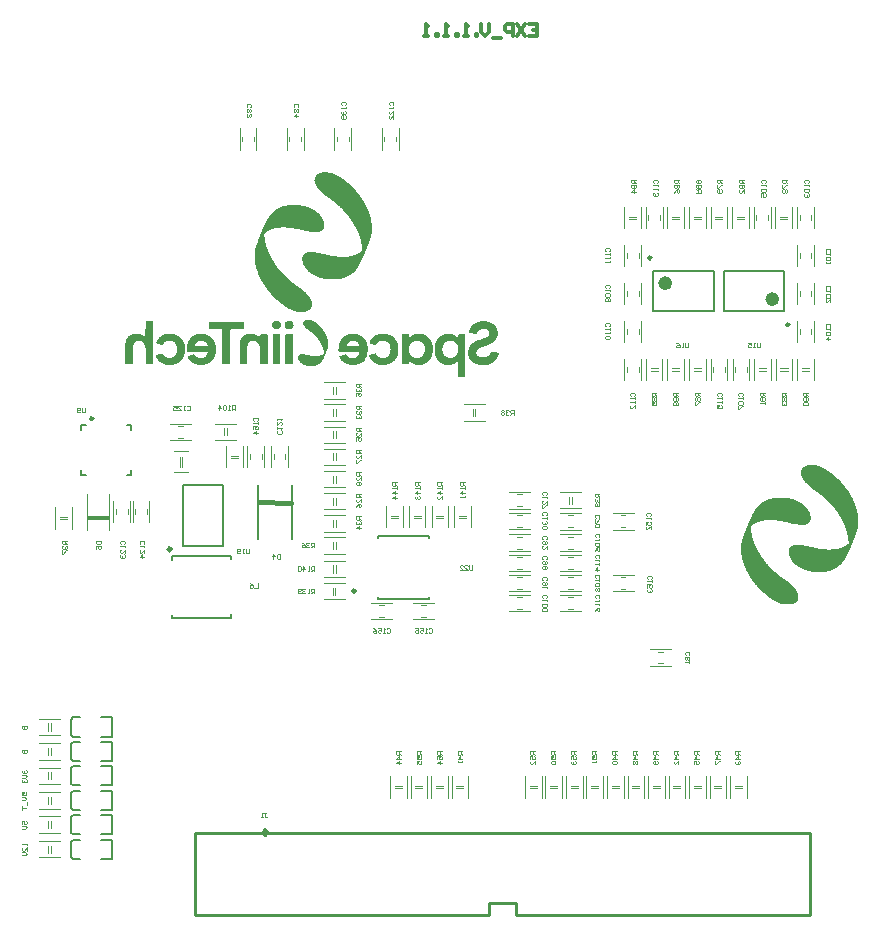
<source format=gbo>
G04*
G04 #@! TF.GenerationSoftware,Altium Limited,Altium Designer,24.1.2 (44)*
G04*
G04 Layer_Color=32896*
%FSLAX44Y44*%
%MOMM*%
G71*
G04*
G04 #@! TF.SameCoordinates,7A6031A1-F91E-48BD-AA25-0F05F42D70C2*
G04*
G04*
G04 #@! TF.FilePolarity,Positive*
G04*
G01*
G75*
%ADD10C,0.2540*%
%ADD11C,0.2500*%
%ADD12C,0.6000*%
%ADD14C,0.3810*%
%ADD15C,0.2000*%
%ADD17C,0.1270*%
%ADD18C,0.1000*%
%ADD19C,0.1250*%
%ADD20C,0.1524*%
%ADD21C,0.1200*%
%ADD168C,0.3000*%
%ADD169C,0.1500*%
%ADD170R,1.8660X0.4572*%
G36*
X251860Y628330D02*
X252002Y628295D01*
X252251Y628188D01*
X252819Y628224D01*
X252961Y628188D01*
X253156Y628135D01*
X254345Y628082D01*
X254700Y628046D01*
X254949Y627940D01*
X255126Y627869D01*
X255375Y627798D01*
X255481Y627762D01*
X255943Y627727D01*
X256298Y627691D01*
X256582Y627620D01*
X256973Y627443D01*
X257647Y627407D01*
X257896Y627372D01*
X258144Y627265D01*
X258268Y627177D01*
X258446Y627106D01*
X258961Y627052D01*
X259103Y627017D01*
X259280Y626946D01*
X259529Y626768D01*
X259955Y626733D01*
X260239Y626662D01*
X260292Y626609D01*
X260576Y626431D01*
X261197Y626342D01*
X261339Y626200D01*
X261410Y626165D01*
X261463Y626112D01*
X261978Y626023D01*
X262156Y625952D01*
X262351Y625757D01*
X262582Y625703D01*
X262830Y625668D01*
X263079Y625419D01*
X263327Y625384D01*
X263611Y625313D01*
X263753Y625171D01*
X263878Y625082D01*
X264108Y625029D01*
X264304Y624940D01*
X264392Y624816D01*
X264463Y624780D01*
X264517Y624727D01*
X264747Y624674D01*
X264889Y624638D01*
X265067Y624461D01*
X265244Y624354D01*
X265493Y624283D01*
X265635Y624141D01*
X265883Y623999D01*
X266061Y623928D01*
X266167Y623822D01*
X266558Y623609D01*
X266629Y623573D01*
X266647Y623520D01*
X266735Y623431D01*
X267126Y623218D01*
X267179Y623165D01*
X267374Y623005D01*
X267516Y622970D01*
X267676Y622810D01*
X267871Y622650D01*
X267943Y622615D01*
X268102Y622455D01*
X268138Y622384D01*
X268369Y622260D01*
X268582Y622047D01*
X268653Y622011D01*
X268901Y621763D01*
X269292Y621550D01*
X269345Y621496D01*
X269380Y621425D01*
X269735Y621070D01*
X269771Y620999D01*
X269824Y620982D01*
X270055Y620751D01*
X270144Y620626D01*
X270215Y620591D01*
X270410Y620396D01*
X270445Y620325D01*
X270499Y620271D01*
X270570Y620236D01*
X270729Y620076D01*
X270871Y619828D01*
X270907Y619757D01*
X270978Y619686D01*
X271155Y619437D01*
X271191Y619366D01*
X271244Y619313D01*
X271315Y619277D01*
X271475Y619082D01*
X271511Y619011D01*
X271723Y618798D01*
X271901Y618479D01*
X272061Y618319D01*
X272185Y617982D01*
X272309Y617857D01*
X272380Y617822D01*
X272469Y617698D01*
X272540Y617378D01*
X272664Y617254D01*
X272824Y617059D01*
X272860Y616846D01*
X272931Y616668D01*
X273108Y616491D01*
X273161Y616366D01*
X273215Y616135D01*
X273286Y615958D01*
X273339Y615905D01*
X273499Y615709D01*
X273534Y615354D01*
X273570Y615213D01*
X273658Y615124D01*
X273818Y614929D01*
X273889Y614431D01*
X273925Y614289D01*
X274173Y613757D01*
X274209Y613189D01*
X274244Y612940D01*
X274368Y612639D01*
X274404Y612497D01*
X274439Y612213D01*
X274475Y612071D01*
X274510Y611893D01*
X274493Y611023D01*
X274528Y610775D01*
X274493Y610668D01*
X274510Y610544D01*
X274493Y610278D01*
X274457Y610029D01*
X274351Y609781D01*
X274280Y609603D01*
X274244Y609497D01*
X274209Y609035D01*
X274173Y608893D01*
X274120Y608698D01*
X273960Y608503D01*
X273889Y608325D01*
X273854Y608183D01*
X273818Y608077D01*
X273783Y608006D01*
X273676Y607935D01*
X273552Y607739D01*
X273499Y607509D01*
X273215Y607225D01*
X273179Y607154D01*
X272984Y606958D01*
X272913Y606923D01*
X272771Y606710D01*
X272522Y606568D01*
X272451Y606532D01*
X272345Y606426D01*
X272096Y606284D01*
X271919Y606213D01*
X271777Y606071D01*
X271653Y605982D01*
X271422Y605929D01*
X271173Y605893D01*
X271084Y605804D01*
X270871Y605662D01*
X270605Y605609D01*
X270250Y605574D01*
X270108Y605538D01*
X269718Y605361D01*
X269469Y605325D01*
X269363Y605290D01*
X267907Y605254D01*
X267801Y605219D01*
X265883Y605254D01*
X264783Y605290D01*
X264428Y605325D01*
X264250Y605396D01*
X264108Y605432D01*
X263860Y605467D01*
X263611Y605538D01*
X263505Y605574D01*
X262156Y605645D01*
X261872Y605716D01*
X261552Y605858D01*
X261446Y605893D01*
X260682Y605947D01*
X260168Y606000D01*
X260026Y606035D01*
X259617Y606195D01*
X259475Y606231D01*
X259032Y606284D01*
X258570Y606319D01*
X258091Y606515D01*
X257807Y606586D01*
X256901Y606674D01*
X256724Y606745D01*
X256475Y606887D01*
X256191Y606958D01*
X255623Y606994D01*
X255339Y607065D01*
X254878Y607278D01*
X254345Y607313D01*
X253919Y607384D01*
X253689Y607509D01*
X253511Y607580D01*
X253333Y607615D01*
X252570Y607668D01*
X252339Y607757D01*
X252162Y607828D01*
X251931Y607917D01*
X251825Y607952D01*
X251115Y607988D01*
X250866Y608023D01*
X250724Y608059D01*
X250529Y608148D01*
X250245Y608254D01*
X250067Y608290D01*
X249606Y608325D01*
X249180Y608361D01*
X248736Y608414D01*
X248594Y608449D01*
X248221Y608609D01*
X248044Y608645D01*
X246748Y608698D01*
X246428Y608840D01*
X246180Y608804D01*
X245789Y608982D01*
X244369Y609017D01*
X244263Y609053D01*
X243855Y609035D01*
X243659Y609053D01*
X243500Y609106D01*
X243322Y609177D01*
X242594Y609159D01*
X242452Y609195D01*
X242150Y609284D01*
X241937Y609319D01*
X238228Y609301D01*
X238121Y609337D01*
X237801Y609301D01*
X237571Y609213D01*
X237429Y609177D01*
X236754Y609142D01*
X236559Y609088D01*
X236452Y609053D01*
X235352Y609017D01*
X234890Y608982D01*
X234748Y608946D01*
X234340Y608822D01*
X233914Y608716D01*
X233399Y608662D01*
X232938Y608627D01*
X232405Y608378D01*
X232086Y608343D01*
X231731Y608307D01*
X231589Y608272D01*
X231287Y608112D01*
X231109Y608041D01*
X230808Y607988D01*
X230559Y607952D01*
X230310Y607846D01*
X230222Y607757D01*
X230044Y607686D01*
X229671Y607633D01*
X229494Y607562D01*
X229423Y607491D01*
X229228Y607367D01*
X228855Y607278D01*
X228677Y607207D01*
X228606Y607136D01*
X228411Y607012D01*
X228109Y606958D01*
X227914Y606870D01*
X227879Y606799D01*
X227754Y606674D01*
X227435Y606603D01*
X227293Y606568D01*
X227080Y606355D01*
X226689Y606213D01*
X226547Y606071D01*
X226299Y605929D01*
X226157Y605893D01*
X226104Y605840D01*
X226015Y605716D01*
X225891Y605627D01*
X225624Y605574D01*
X225376Y605325D01*
X225198Y605219D01*
X225021Y605041D01*
X224843Y604935D01*
X224666Y604864D01*
X224559Y604757D01*
X224311Y604580D01*
X224240Y604544D01*
X224151Y604455D01*
X224116Y604384D01*
X223956Y604260D01*
X223885Y604225D01*
X223760Y604065D01*
X223796Y601686D01*
X223831Y601544D01*
X223902Y601367D01*
X223938Y601083D01*
X223973Y600728D01*
X224044Y600479D01*
X224080Y600373D01*
X224116Y599166D01*
X224151Y598917D01*
X224240Y598722D01*
X224311Y598544D01*
X224346Y598402D01*
X224400Y597959D01*
X224435Y597817D01*
X224471Y597248D01*
X224506Y597000D01*
X224755Y596468D01*
X224790Y595864D01*
X224825Y595615D01*
X224967Y595296D01*
X225092Y595030D01*
X225145Y594444D01*
X225180Y594302D01*
X225252Y594124D01*
X225287Y594053D01*
X225358Y593982D01*
X225411Y593858D01*
X225464Y593521D01*
X225500Y593272D01*
X225606Y593024D01*
X225642Y592953D01*
X225695Y592900D01*
X225766Y592722D01*
X225819Y592349D01*
X225855Y592207D01*
X225926Y592030D01*
X226104Y591710D01*
X226139Y591568D01*
X226175Y591213D01*
X226246Y591036D01*
X226388Y590823D01*
X226441Y590698D01*
X226494Y590432D01*
X226530Y590290D01*
X226618Y590095D01*
X226778Y589900D01*
X226814Y589687D01*
X226849Y589438D01*
X226885Y589296D01*
X227027Y589154D01*
X227133Y588977D01*
X227169Y588835D01*
X227204Y588586D01*
X227275Y588409D01*
X227382Y588302D01*
X227488Y588125D01*
X227595Y587699D01*
X227701Y587592D01*
X227737Y587521D01*
X227808Y587450D01*
X227843Y587237D01*
X227914Y586953D01*
X227967Y586900D01*
X228145Y586687D01*
X228198Y586385D01*
X228234Y586243D01*
X228482Y585994D01*
X228518Y585781D01*
X228589Y585533D01*
X228820Y585302D01*
X228873Y585036D01*
X228908Y584894D01*
X229139Y584663D01*
X229192Y584468D01*
X229263Y584219D01*
X229352Y584131D01*
X229423Y584095D01*
X229512Y584006D01*
X229583Y583687D01*
X229618Y583580D01*
X229654Y583509D01*
X229760Y583438D01*
X229902Y583190D01*
X229973Y582941D01*
X230168Y582746D01*
X230293Y582409D01*
X230364Y582338D01*
X230399Y582267D01*
X230488Y582178D01*
X230577Y581947D01*
X230648Y581770D01*
X230790Y581628D01*
X230896Y581450D01*
X230967Y581202D01*
X231145Y581024D01*
X231358Y580634D01*
X231500Y580492D01*
X231642Y580137D01*
X231695Y580083D01*
X231819Y579995D01*
X231908Y579870D01*
X231961Y579675D01*
X231997Y579533D01*
X232174Y579356D01*
X232316Y579107D01*
X232583Y578841D01*
X232636Y578646D01*
X232707Y578468D01*
X232760Y578415D01*
X232831Y578379D01*
X233044Y578024D01*
X233168Y577935D01*
X233381Y577545D01*
X233488Y577439D01*
X233666Y577119D01*
X233914Y576870D01*
X234056Y576622D01*
X234251Y576427D01*
X234375Y576089D01*
X234517Y575983D01*
X234695Y575734D01*
X234730Y575663D01*
X234784Y575646D01*
X234837Y575592D01*
X235086Y575273D01*
X235121Y575202D01*
X235192Y575166D01*
X235405Y574776D01*
X235441Y574705D01*
X235529Y574652D01*
X235689Y574456D01*
X235725Y574385D01*
X235955Y574155D01*
X236097Y573941D01*
X236222Y573853D01*
X236399Y573604D01*
X236435Y573533D01*
X236612Y573356D01*
X236754Y573107D01*
X236932Y572930D01*
X237038Y572752D01*
X237358Y572433D01*
X237393Y572362D01*
X237588Y572166D01*
X237659Y572131D01*
X237713Y572042D01*
X237748Y571971D01*
X238032Y571687D01*
X238068Y571616D01*
X238228Y571456D01*
X238298Y571421D01*
X238458Y571119D01*
X238618Y570959D01*
X238778Y570764D01*
X238867Y570640D01*
X238937Y570604D01*
X239133Y570409D01*
X239221Y570285D01*
X239293Y570249D01*
X239452Y569983D01*
X239576Y569859D01*
X239648Y569823D01*
X239736Y569735D01*
X239772Y569664D01*
X239896Y569539D01*
X239967Y569504D01*
X240091Y569380D01*
X240127Y569309D01*
X240251Y569184D01*
X240322Y569149D01*
X240446Y569025D01*
X240482Y568954D01*
X240606Y568829D01*
X240677Y568794D01*
X240766Y568705D01*
X240801Y568634D01*
X240926Y568510D01*
X240997Y568474D01*
X241121Y568350D01*
X241156Y568279D01*
X241281Y568155D01*
X241352Y568119D01*
X241476Y567995D01*
X241511Y567924D01*
X241600Y567835D01*
X241671Y567800D01*
X241795Y567676D01*
X241831Y567604D01*
X241955Y567480D01*
X242026Y567445D01*
X242150Y567321D01*
X242186Y567249D01*
X242310Y567125D01*
X242381Y567090D01*
X242470Y567001D01*
X242505Y566930D01*
X242630Y566806D01*
X242701Y566770D01*
X242825Y566646D01*
X242860Y566575D01*
X242949Y566486D01*
X243251Y566291D01*
X243286Y566220D01*
X243340Y566202D01*
X243606Y565936D01*
X243641Y565865D01*
X243695Y565847D01*
X243925Y565616D01*
X243961Y565545D01*
X244067Y565474D01*
X244422Y565297D01*
X244458Y565226D01*
X244689Y564995D01*
X244760Y564960D01*
X244849Y564835D01*
X245133Y564658D01*
X245168Y564587D01*
X245363Y564392D01*
X245434Y564356D01*
X245594Y564196D01*
X245630Y564125D01*
X245683Y564108D01*
X245754Y564036D01*
X245825Y564001D01*
X246038Y563788D01*
X246215Y563681D01*
X246304Y563593D01*
X246499Y563433D01*
X246748Y563291D01*
X246925Y563114D01*
X247103Y563007D01*
X247263Y562847D01*
X247298Y562776D01*
X247422Y562687D01*
X247493Y562652D01*
X247778Y562368D01*
X247848Y562332D01*
X248026Y562261D01*
X248168Y562119D01*
X248239Y562084D01*
X248310Y562013D01*
X248452Y561977D01*
X248701Y561729D01*
X248878Y561622D01*
X249056Y561409D01*
X249233Y561303D01*
X249411Y561232D01*
X249553Y561090D01*
X249872Y560912D01*
X249925Y560859D01*
X250014Y560735D01*
X250263Y560593D01*
X250511Y560344D01*
X250635Y560291D01*
X250866Y560238D01*
X251008Y560060D01*
X251328Y559883D01*
X251416Y559794D01*
X251452Y559723D01*
X251825Y559528D01*
X251896Y559492D01*
X252002Y559386D01*
X252251Y559244D01*
X252411Y559084D01*
X252446Y559013D01*
X252677Y558889D01*
X252854Y558818D01*
X252961Y558711D01*
X253280Y558534D01*
X253333Y558480D01*
X253369Y558410D01*
X253458Y558321D01*
X253706Y558179D01*
X253884Y558001D01*
X254203Y557824D01*
X254274Y557788D01*
X254416Y557646D01*
X254594Y557540D01*
X254842Y557291D01*
X255020Y557185D01*
X255109Y557096D01*
X255197Y556972D01*
X255517Y556794D01*
X255694Y556617D01*
X255943Y556475D01*
X256014Y556439D01*
X256032Y556386D01*
X256227Y556226D01*
X256298Y556191D01*
X256493Y555995D01*
X256529Y555924D01*
X256617Y555871D01*
X256688Y555836D01*
X256848Y555676D01*
X256884Y555605D01*
X257008Y555516D01*
X257079Y555481D01*
X257327Y555232D01*
X257398Y555197D01*
X257647Y554948D01*
X257966Y554771D01*
X258215Y554522D01*
X258393Y554416D01*
X258463Y554344D01*
X258535Y554309D01*
X258659Y554185D01*
X258801Y553936D01*
X258961Y553777D01*
X259032Y553741D01*
X259156Y553617D01*
X259191Y553546D01*
X259245Y553493D01*
X259316Y553457D01*
X259511Y553262D01*
X259546Y553191D01*
X259600Y553138D01*
X259671Y553102D01*
X259866Y552907D01*
X259901Y552836D01*
X259955Y552782D01*
X260026Y552747D01*
X260150Y552623D01*
X260185Y552552D01*
X260434Y552303D01*
X260700Y551859D01*
X260771Y551824D01*
X260931Y551593D01*
X260966Y551522D01*
X261091Y551433D01*
X261250Y551238D01*
X261286Y551167D01*
X261375Y551078D01*
X261446Y551043D01*
X261499Y550990D01*
X261641Y550741D01*
X261783Y550599D01*
X261996Y550209D01*
X262049Y550155D01*
X262209Y549960D01*
X262244Y549889D01*
X262351Y549641D01*
X262458Y549534D01*
X262600Y549286D01*
X262670Y549108D01*
X262759Y549019D01*
X262830Y548984D01*
X262901Y548842D01*
X262955Y548540D01*
X262990Y548398D01*
X263185Y548203D01*
X263309Y547865D01*
X263381Y547688D01*
X263505Y547564D01*
X263576Y547386D01*
X263629Y546978D01*
X263664Y546836D01*
X263718Y546676D01*
X263860Y546463D01*
X263931Y546286D01*
X263966Y546108D01*
X264020Y544670D01*
X263984Y543144D01*
X263949Y542895D01*
X263860Y542664D01*
X263682Y542380D01*
X263594Y541866D01*
X263558Y541724D01*
X263363Y541528D01*
X263203Y541085D01*
X263061Y540943D01*
X262883Y540623D01*
X262600Y540339D01*
X262564Y540268D01*
X261872Y539576D01*
X261801Y539540D01*
X261517Y539256D01*
X261268Y539114D01*
X261108Y538919D01*
X260931Y538848D01*
X260736Y538795D01*
X260452Y538511D01*
X260239Y538475D01*
X259990Y538440D01*
X259830Y538351D01*
X259546Y538173D01*
X259333Y538138D01*
X259103Y538085D01*
X258712Y537907D01*
X258535Y537872D01*
X258428Y537836D01*
X255943Y537801D01*
X252073Y537836D01*
X251612Y537872D01*
X251470Y537907D01*
X251239Y537996D01*
X251044Y538049D01*
X250937Y538085D01*
X250440Y538120D01*
X250298Y538156D01*
X250050Y538191D01*
X249659Y538440D01*
X249375Y538475D01*
X248878Y538546D01*
X248612Y538706D01*
X248434Y538777D01*
X248097Y538830D01*
X247920Y538901D01*
X247600Y539150D01*
X247245Y539185D01*
X246996Y539256D01*
X246925Y539327D01*
X246730Y539451D01*
X246499Y539540D01*
X246322Y539611D01*
X246215Y539718D01*
X246020Y539842D01*
X245825Y539895D01*
X245647Y539966D01*
X245594Y540019D01*
X245399Y540179D01*
X245257Y540215D01*
X245008Y540286D01*
X244849Y540446D01*
X244618Y540534D01*
X244369Y540570D01*
X244139Y540801D01*
X243961Y540872D01*
X243766Y540925D01*
X243624Y541067D01*
X243500Y541156D01*
X243269Y541244D01*
X243091Y541315D01*
X243020Y541386D01*
X242949Y541422D01*
X242896Y541475D01*
X242665Y541564D01*
X242576Y541653D01*
X242488Y541777D01*
X242168Y541954D01*
X242097Y541990D01*
X241991Y542096D01*
X241813Y542203D01*
X241636Y542274D01*
X241458Y542451D01*
X241334Y542540D01*
X241103Y542629D01*
X240997Y542735D01*
X240606Y542948D01*
X240446Y543108D01*
X240411Y543179D01*
X240145Y543303D01*
X240002Y543445D01*
X239612Y543658D01*
X239488Y543783D01*
X239452Y543854D01*
X239221Y543978D01*
X239133Y544067D01*
X239097Y544138D01*
X239044Y544191D01*
X238742Y544386D01*
X238547Y544546D01*
X238405Y544581D01*
X238387Y544599D01*
X238192Y544688D01*
X238139Y544777D01*
X237943Y544936D01*
X237872Y544972D01*
X237784Y545061D01*
X237748Y545132D01*
X237659Y545220D01*
X237411Y545363D01*
X237304Y545469D01*
X237056Y545647D01*
X236985Y545682D01*
X236807Y545860D01*
X236559Y546002D01*
X236435Y546126D01*
X236399Y546197D01*
X236328Y546268D01*
X236115Y546410D01*
X236080Y546481D01*
X235920Y546641D01*
X235849Y546676D01*
X235529Y546996D01*
X235458Y547031D01*
X235370Y547120D01*
X235334Y547191D01*
X235281Y547244D01*
X235032Y547386D01*
X234961Y547422D01*
X234642Y547741D01*
X234571Y547777D01*
X234464Y547883D01*
X234145Y548061D01*
X234021Y548185D01*
X233985Y548256D01*
X233932Y548309D01*
X233861Y548345D01*
X233666Y548540D01*
X233630Y548611D01*
X233577Y548664D01*
X233506Y548700D01*
X233186Y549019D01*
X233115Y549055D01*
X233026Y549143D01*
X232938Y549268D01*
X232867Y549303D01*
X232796Y549374D01*
X232725Y549410D01*
X232707Y549463D01*
X232441Y549729D01*
X232370Y549765D01*
X232352Y549818D01*
X232245Y549925D01*
X232210Y549995D01*
X232157Y550013D01*
X231411Y550759D01*
X231340Y550794D01*
X231322Y550848D01*
X231251Y550919D01*
X231216Y550990D01*
X231163Y551007D01*
X231092Y551078D01*
X231021Y551114D01*
X230932Y551238D01*
X230896Y551309D01*
X230808Y551398D01*
X230737Y551433D01*
X230683Y551487D01*
X230648Y551558D01*
X230577Y551629D01*
X230541Y551700D01*
X230488Y551717D01*
X230257Y551948D01*
X230222Y552019D01*
X230168Y552072D01*
X230098Y552108D01*
X229938Y552268D01*
X229902Y552339D01*
X229778Y552463D01*
X229707Y552498D01*
X229654Y552552D01*
X229512Y552800D01*
X229476Y552871D01*
X229370Y552978D01*
X229334Y553049D01*
X229263Y553120D01*
X229228Y553191D01*
X229104Y553315D01*
X228926Y553528D01*
X228784Y553741D01*
X228713Y553777D01*
X228660Y553830D01*
X228624Y553901D01*
X228553Y553972D01*
X228518Y554043D01*
X228464Y554096D01*
X228393Y554132D01*
X228269Y554256D01*
X228234Y554327D01*
X227950Y554611D01*
X227914Y554682D01*
X227719Y554877D01*
X227648Y554913D01*
X227630Y554966D01*
X227453Y555214D01*
X227417Y555285D01*
X227275Y555427D01*
X227133Y555676D01*
X226956Y555853D01*
X226849Y556031D01*
X226725Y556155D01*
X226601Y556244D01*
X226494Y556421D01*
X226370Y556546D01*
X226210Y556741D01*
X226068Y557096D01*
X225961Y557202D01*
X225855Y557380D01*
X225624Y557611D01*
X225464Y557806D01*
X225429Y557877D01*
X225252Y558055D01*
X225145Y558232D01*
X225074Y558410D01*
X224932Y558551D01*
X224790Y558800D01*
X224541Y559049D01*
X224435Y559226D01*
X224364Y559403D01*
X224293Y559474D01*
X224080Y559865D01*
X223902Y560043D01*
X223867Y560114D01*
X223814Y560167D01*
X223725Y560398D01*
X223583Y560540D01*
X223405Y560859D01*
X223121Y561143D01*
X223086Y561321D01*
X223015Y561498D01*
X222979Y561569D01*
X222926Y561587D01*
X222802Y561747D01*
X222660Y562102D01*
X222553Y562208D01*
X222447Y562386D01*
X222376Y562563D01*
X222198Y562741D01*
X222110Y562865D01*
X222056Y563096D01*
X222021Y563238D01*
X221843Y563415D01*
X221630Y563806D01*
X221595Y563877D01*
X221453Y564019D01*
X221417Y564161D01*
X221311Y564409D01*
X221133Y564587D01*
X221027Y564871D01*
X220956Y565048D01*
X220920Y565119D01*
X220778Y565261D01*
X220672Y565687D01*
X220583Y565776D01*
X220406Y565989D01*
X220352Y566255D01*
X220281Y566433D01*
X220175Y566539D01*
X220086Y566664D01*
X220033Y566894D01*
X219997Y567036D01*
X219873Y567161D01*
X219713Y567356D01*
X219678Y567569D01*
X219607Y567817D01*
X219394Y568137D01*
X219323Y568456D01*
X219287Y568599D01*
X219110Y568776D01*
X219021Y568900D01*
X218968Y569202D01*
X218932Y569344D01*
X218719Y569664D01*
X218684Y569948D01*
X218613Y570232D01*
X218364Y570587D01*
X218258Y571013D01*
X218187Y571190D01*
X218027Y571492D01*
X217974Y571794D01*
X217938Y571936D01*
X217867Y572113D01*
X217743Y572238D01*
X217672Y572415D01*
X217619Y572823D01*
X217548Y573072D01*
X217423Y573302D01*
X217352Y573480D01*
X217299Y573782D01*
X217264Y573924D01*
X216980Y574527D01*
X216944Y575060D01*
X216909Y575202D01*
X216767Y575521D01*
X216731Y575592D01*
X216660Y575770D01*
X216625Y576267D01*
X216589Y576515D01*
X216483Y576764D01*
X216305Y577084D01*
X216269Y577616D01*
X216216Y578095D01*
X216181Y578273D01*
X216145Y578415D01*
X216021Y578752D01*
X215986Y578859D01*
X215950Y579533D01*
X215914Y579888D01*
X215826Y580190D01*
X215772Y580421D01*
X215737Y580563D01*
X215666Y580740D01*
X215630Y581237D01*
X215595Y581344D01*
X215560Y583616D01*
X215524Y583758D01*
X215488Y583864D01*
X215453Y584184D01*
X215488Y584290D01*
X215471Y585764D01*
X215506Y586367D01*
X215542Y586545D01*
X215577Y587716D01*
X215630Y589154D01*
X215719Y589349D01*
X215790Y589527D01*
X215826Y589704D01*
X215861Y589917D01*
X215932Y590379D01*
X215986Y590929D01*
X216234Y591462D01*
X216269Y591888D01*
X216305Y592136D01*
X216412Y592385D01*
X216447Y592456D01*
X216500Y592509D01*
X216571Y592687D01*
X216607Y592900D01*
X216642Y593219D01*
X216696Y593450D01*
X216873Y593734D01*
X216980Y594231D01*
X217015Y594373D01*
X217264Y594763D01*
X217335Y595367D01*
X217565Y595811D01*
X217601Y595953D01*
X217636Y596130D01*
X217690Y596361D01*
X217938Y596716D01*
X218009Y597248D01*
X218045Y597391D01*
X218116Y597462D01*
X218151Y597533D01*
X218204Y597586D01*
X218293Y597817D01*
X218329Y598065D01*
X218364Y598207D01*
X218435Y598385D01*
X218559Y598509D01*
X218630Y598686D01*
X218684Y598953D01*
X218719Y599201D01*
X218808Y599361D01*
X218968Y599556D01*
X219003Y599982D01*
X219039Y600124D01*
X219181Y600266D01*
X219323Y600515D01*
X219358Y600657D01*
X219394Y600905D01*
X219554Y601171D01*
X219642Y601402D01*
X219749Y601828D01*
X219820Y601899D01*
X219855Y601970D01*
X219909Y602024D01*
X219997Y602254D01*
X220033Y602503D01*
X220175Y602822D01*
X220299Y603018D01*
X220352Y603319D01*
X220423Y603568D01*
X220618Y603763D01*
X220707Y604136D01*
X220743Y604278D01*
X220849Y604455D01*
X220973Y604651D01*
X221027Y604846D01*
X221062Y605094D01*
X221133Y605272D01*
X221275Y605414D01*
X221329Y605538D01*
X221382Y605804D01*
X221417Y605947D01*
X221488Y606124D01*
X221595Y606231D01*
X221684Y606355D01*
X221737Y606586D01*
X221772Y606834D01*
X221985Y607047D01*
X222021Y607118D01*
X222056Y607260D01*
X222092Y607509D01*
X222181Y607668D01*
X222252Y607704D01*
X222305Y607793D01*
X222358Y607917D01*
X222411Y608219D01*
X222482Y608396D01*
X222589Y608503D01*
X222678Y608627D01*
X222766Y609000D01*
X222837Y609177D01*
X222891Y609230D01*
X223050Y609426D01*
X223086Y609603D01*
X223157Y609887D01*
X223299Y610029D01*
X223388Y610154D01*
X223441Y610420D01*
X223512Y610597D01*
X223565Y610650D01*
X223707Y610863D01*
X223760Y611094D01*
X223831Y611378D01*
X223885Y611432D01*
X224027Y611645D01*
X224116Y611875D01*
X224240Y612106D01*
X224400Y612301D01*
X224435Y612443D01*
X224506Y612692D01*
X224559Y612745D01*
X224630Y612781D01*
X224755Y612940D01*
X224790Y613118D01*
X224825Y613260D01*
X224861Y613366D01*
X224897Y613437D01*
X225039Y613579D01*
X225110Y613757D01*
X225180Y614041D01*
X225269Y614130D01*
X225447Y614343D01*
X225500Y614609D01*
X225536Y614751D01*
X225713Y614929D01*
X225784Y615106D01*
X225819Y615248D01*
X225908Y615443D01*
X225979Y615479D01*
X226139Y615639D01*
X226175Y615923D01*
X226246Y616100D01*
X226299Y616118D01*
X226352Y616171D01*
X226441Y616295D01*
X226530Y616668D01*
X226689Y616828D01*
X226760Y616863D01*
X226796Y616934D01*
X226867Y617112D01*
X226920Y617307D01*
X227098Y617485D01*
X227275Y617804D01*
X227311Y617875D01*
X227382Y617946D01*
X227595Y618337D01*
X227737Y618479D01*
X227914Y618798D01*
X227967Y618851D01*
X228038Y618887D01*
X228092Y618940D01*
X228269Y619260D01*
X228411Y619402D01*
X228589Y619721D01*
X228713Y619846D01*
X228784Y619881D01*
X228873Y620005D01*
X228908Y620076D01*
X229104Y620271D01*
X229174Y620307D01*
X229228Y620396D01*
X229263Y620467D01*
X229476Y620680D01*
X229512Y620751D01*
X229707Y620946D01*
X229778Y620982D01*
X229831Y621035D01*
X229867Y621106D01*
X230115Y621354D01*
X230293Y621603D01*
X230328Y621674D01*
X230452Y621798D01*
X230701Y621940D01*
X230825Y622064D01*
X230914Y622189D01*
X230985Y622224D01*
X231056Y622295D01*
X231127Y622331D01*
X231216Y622419D01*
X231251Y622490D01*
X231376Y622615D01*
X231447Y622650D01*
X231500Y622703D01*
X231589Y622828D01*
X231766Y622934D01*
X232086Y623254D01*
X232157Y623289D01*
X232405Y623538D01*
X232725Y623715D01*
X232902Y623893D01*
X232973Y623928D01*
X233239Y624088D01*
X233275Y624159D01*
X233328Y624212D01*
X233577Y624354D01*
X233736Y624443D01*
X233772Y624514D01*
X233914Y624656D01*
X234109Y624709D01*
X234287Y624780D01*
X234393Y624887D01*
X234517Y624976D01*
X234713Y625029D01*
X234890Y625100D01*
X234908Y625153D01*
X234961Y625206D01*
X235086Y625295D01*
X235423Y625419D01*
X235636Y625561D01*
X235813Y625668D01*
X235955Y625703D01*
X236204Y625739D01*
X236381Y625916D01*
X236506Y626005D01*
X236701Y626058D01*
X236932Y626147D01*
X237216Y626325D01*
X237588Y626378D01*
X237766Y626449D01*
X237943Y626626D01*
X238068Y626680D01*
X238298Y626733D01*
X238547Y626768D01*
X238724Y626839D01*
X239044Y627017D01*
X239541Y627052D01*
X239683Y627088D01*
X239860Y627194D01*
X240109Y627372D01*
X240677Y627407D01*
X240819Y627443D01*
X241068Y627478D01*
X241387Y627620D01*
X241565Y627691D01*
X242062Y627727D01*
X242417Y627762D01*
X242612Y627816D01*
X242843Y627869D01*
X243020Y627940D01*
X243216Y628029D01*
X243393Y628064D01*
X245079Y628117D01*
X245221Y628153D01*
X245399Y628224D01*
X246038Y628188D01*
X246286Y628295D01*
X247848Y628330D01*
X247955Y628366D01*
X251860Y628330D01*
D02*
G37*
G36*
X276073Y656022D02*
X276516Y656040D01*
X277066Y656022D01*
X277528Y655986D01*
X277883Y655880D01*
X278025Y655844D01*
X278380Y655738D01*
X278487Y655702D01*
X279126Y655667D01*
X279410Y655596D01*
X279658Y655489D01*
X279836Y655418D01*
X279942Y655383D01*
X280404Y655347D01*
X280546Y655312D01*
X280723Y655241D01*
X280794Y655170D01*
X281043Y655028D01*
X281753Y654957D01*
X282108Y654708D01*
X282392Y654673D01*
X282676Y654602D01*
X282871Y654407D01*
X283102Y654318D01*
X283457Y654282D01*
X283705Y654105D01*
X283883Y653998D01*
X284238Y653892D01*
X284344Y653785D01*
X284593Y653643D01*
X284841Y653608D01*
X285019Y653537D01*
X285196Y653359D01*
X285551Y653217D01*
X285658Y653111D01*
X285729Y653075D01*
X285782Y653022D01*
X286013Y652933D01*
X286155Y652898D01*
X286368Y652756D01*
X286546Y652649D01*
X286723Y652578D01*
X286776Y652525D01*
X286812Y652454D01*
X286918Y652347D01*
X287096Y652277D01*
X287291Y652223D01*
X287504Y652010D01*
X287753Y651868D01*
X287859Y651762D01*
X288108Y651620D01*
X288250Y651584D01*
X288445Y651495D01*
X288480Y651424D01*
X288534Y651371D01*
X288853Y651194D01*
X288995Y651052D01*
X289119Y650963D01*
X289350Y650874D01*
X289510Y650714D01*
X289545Y650643D01*
X289812Y650484D01*
X289883Y650448D01*
X289954Y650377D01*
X290202Y650235D01*
X290380Y650164D01*
X290486Y650058D01*
X290735Y649880D01*
X290806Y649845D01*
X290895Y649756D01*
X290930Y649685D01*
X291267Y649454D01*
X291338Y649419D01*
X291356Y649365D01*
X291409Y649348D01*
X291480Y649277D01*
X291729Y649135D01*
X291800Y649099D01*
X291818Y649046D01*
X291906Y648957D01*
X292155Y648815D01*
X292279Y648655D01*
X292474Y648495D01*
X292545Y648460D01*
X292687Y648318D01*
X293078Y648105D01*
X293220Y647963D01*
X293468Y647821D01*
X293557Y647732D01*
X293593Y647661D01*
X293646Y647608D01*
X293823Y647502D01*
X293948Y647377D01*
X293983Y647306D01*
X294143Y647182D01*
X294214Y647146D01*
X294391Y646969D01*
X294640Y646791D01*
X294711Y646756D01*
X294995Y646472D01*
X295066Y646436D01*
X295208Y646294D01*
X295457Y646117D01*
X295527Y646081D01*
X295581Y646028D01*
X295616Y645957D01*
X295971Y645602D01*
X296166Y645442D01*
X296238Y645407D01*
X296291Y645354D01*
X296326Y645283D01*
X296486Y645123D01*
X296557Y645087D01*
X296610Y645034D01*
X296646Y644963D01*
X296806Y644803D01*
X296877Y644768D01*
X296965Y644679D01*
X297001Y644608D01*
X297161Y644448D01*
X297232Y644413D01*
X297516Y644129D01*
X297587Y644093D01*
X297711Y643969D01*
X297746Y643898D01*
X297835Y643809D01*
X297906Y643774D01*
X298030Y643650D01*
X298066Y643578D01*
X298155Y643490D01*
X298226Y643454D01*
X298385Y643295D01*
X298421Y643223D01*
X298510Y643135D01*
X298581Y643099D01*
X298705Y642975D01*
X298740Y642904D01*
X298829Y642815D01*
X298900Y642780D01*
X299095Y642584D01*
X299131Y642513D01*
X299344Y642300D01*
X299380Y642229D01*
X299539Y642070D01*
X299610Y642034D01*
X299699Y641945D01*
X299734Y641874D01*
X299894Y641715D01*
X299965Y641679D01*
X300019Y641626D01*
X300054Y641555D01*
X300214Y641395D01*
X300285Y641360D01*
X300338Y641306D01*
X300445Y641129D01*
X300888Y640685D01*
X300959Y640650D01*
X301012Y640596D01*
X301154Y640348D01*
X301652Y639851D01*
X301829Y639531D01*
X302113Y639247D01*
X302149Y639176D01*
X302433Y638892D01*
X302468Y638821D01*
X302539Y638750D01*
X302575Y638679D01*
X302663Y638626D01*
X302823Y638431D01*
X302859Y638360D01*
X303036Y638182D01*
X303178Y637934D01*
X303498Y637472D01*
X303533Y637401D01*
X303586Y637348D01*
X303657Y637312D01*
X303746Y637224D01*
X303853Y637046D01*
X304066Y636833D01*
X304208Y636585D01*
X304314Y636478D01*
X304350Y636407D01*
X304421Y636336D01*
X304563Y636088D01*
X304598Y636017D01*
X304652Y635999D01*
X304776Y635875D01*
X304882Y635697D01*
X305060Y635520D01*
X305184Y635324D01*
X305273Y635093D01*
X305379Y634987D01*
X305557Y634668D01*
X305646Y634579D01*
X305770Y634490D01*
X305947Y634170D01*
X305983Y634100D01*
X306089Y633993D01*
X306267Y633674D01*
X306480Y633461D01*
X306569Y633336D01*
X306622Y633141D01*
X306764Y632999D01*
X306977Y632608D01*
X307172Y632413D01*
X307261Y632182D01*
X307332Y632005D01*
X307367Y631934D01*
X307438Y631898D01*
X307651Y631508D01*
X307758Y631401D01*
X307847Y631277D01*
X307935Y631046D01*
X307971Y630904D01*
X308184Y630691D01*
X308326Y630301D01*
X308557Y630070D01*
X308645Y629839D01*
X308717Y629662D01*
X308894Y629484D01*
X309036Y629094D01*
X309142Y628987D01*
X309178Y628916D01*
X309231Y628863D01*
X309284Y628632D01*
X309356Y628455D01*
X309569Y628242D01*
X309675Y627958D01*
X309711Y627816D01*
X309870Y627656D01*
X309941Y627478D01*
X309995Y627248D01*
X310065Y627070D01*
X310243Y626893D01*
X310296Y626768D01*
X310350Y626467D01*
X310492Y626254D01*
X310616Y626058D01*
X310669Y625828D01*
X310740Y625650D01*
X310847Y625544D01*
X310971Y625348D01*
X311024Y625117D01*
X311060Y624976D01*
X311131Y624798D01*
X311308Y624549D01*
X311344Y624230D01*
X311415Y623982D01*
X311468Y623928D01*
X311645Y623644D01*
X311681Y623502D01*
X311734Y623271D01*
X311912Y623023D01*
X311983Y622845D01*
X312018Y622703D01*
X312054Y622455D01*
X312125Y622277D01*
X312196Y622206D01*
X312231Y622135D01*
X312284Y622082D01*
X312355Y621905D01*
X312409Y621567D01*
X312444Y621425D01*
X312639Y621053D01*
X312693Y620786D01*
X312764Y620360D01*
X312941Y620112D01*
X313048Y619828D01*
X313083Y619473D01*
X313119Y619331D01*
X313278Y619029D01*
X313349Y618851D01*
X313403Y618266D01*
X313545Y617946D01*
X313633Y617822D01*
X313704Y617644D01*
X313758Y617059D01*
X313793Y616810D01*
X313829Y616668D01*
X314006Y616278D01*
X314042Y616065D01*
X314077Y615603D01*
X314113Y615354D01*
X314184Y615106D01*
X314308Y614804D01*
X314361Y614574D01*
X314397Y614467D01*
X314432Y613544D01*
X314468Y613189D01*
X314503Y613082D01*
X314539Y612585D01*
X314610Y612408D01*
X314645Y611840D01*
X314681Y611733D01*
X314716Y606053D01*
X314645Y605094D01*
X314610Y604739D01*
X314521Y604438D01*
X314485Y604225D01*
X314432Y603497D01*
X314397Y603142D01*
X314361Y602893D01*
X314255Y602645D01*
X314113Y602396D01*
X314042Y601615D01*
X313882Y601242D01*
X313811Y601065D01*
X313776Y600923D01*
X313722Y600479D01*
X313580Y600160D01*
X313491Y600036D01*
X313421Y599858D01*
X313385Y599680D01*
X313332Y599237D01*
X313261Y598988D01*
X313083Y598740D01*
X313048Y598385D01*
X312977Y598136D01*
X312906Y598065D01*
X312870Y597994D01*
X312799Y597923D01*
X312710Y597692D01*
X312657Y597320D01*
X312409Y596929D01*
X312373Y596645D01*
X312338Y596503D01*
X312267Y596325D01*
X312107Y596166D01*
X312054Y595970D01*
X311983Y595474D01*
X311805Y595225D01*
X311752Y595101D01*
X311699Y594834D01*
X311628Y594550D01*
X311486Y594337D01*
X311379Y594160D01*
X311344Y594053D01*
X311308Y593698D01*
X311219Y593468D01*
X311060Y593272D01*
X311024Y593095D01*
X310989Y592846D01*
X310953Y592704D01*
X310811Y592562D01*
X310722Y592438D01*
X310634Y592065D01*
X310598Y591923D01*
X310527Y591746D01*
X310438Y591657D01*
X310367Y591479D01*
X310332Y591267D01*
X310278Y591036D01*
X310154Y590911D01*
X309995Y590716D01*
X309959Y590361D01*
X309888Y590113D01*
X309781Y590006D01*
X309639Y589758D01*
X309604Y589545D01*
X309533Y589367D01*
X309480Y589314D01*
X309338Y589101D01*
X309249Y588551D01*
X309000Y588196D01*
X308965Y587947D01*
X308894Y587663D01*
X308699Y587468D01*
X308645Y587272D01*
X308610Y587024D01*
X308539Y586847D01*
X308432Y586776D01*
X308397Y586704D01*
X308344Y586651D01*
X308273Y586261D01*
X308219Y586065D01*
X308077Y585923D01*
X308042Y585852D01*
X307989Y585799D01*
X307935Y585568D01*
X307864Y585320D01*
X307811Y585267D01*
X307669Y585054D01*
X307580Y584681D01*
X307509Y584503D01*
X307438Y584432D01*
X307314Y584237D01*
X307261Y584042D01*
X307190Y583864D01*
X307154Y583793D01*
X307012Y583651D01*
X306941Y583474D01*
X306906Y583225D01*
X306835Y583048D01*
X306728Y582941D01*
X306604Y582746D01*
X306551Y582551D01*
X306462Y582320D01*
X306285Y582036D01*
X306231Y581841D01*
X306196Y581699D01*
X306107Y581539D01*
X306036Y581503D01*
X305947Y581379D01*
X305876Y581202D01*
X305805Y580918D01*
X305646Y580758D01*
X305557Y580527D01*
X305521Y580385D01*
X305486Y580279D01*
X305450Y580208D01*
X305273Y580030D01*
X305202Y579853D01*
X305166Y579711D01*
X305113Y579551D01*
X304953Y579356D01*
X304900Y579231D01*
X304865Y579089D01*
X304811Y578894D01*
X304580Y578663D01*
X304456Y578326D01*
X304350Y578219D01*
X304172Y577900D01*
X304101Y577723D01*
X303995Y577616D01*
X303959Y577545D01*
X303906Y577492D01*
X303817Y577119D01*
X303551Y576853D01*
X303462Y576622D01*
X303373Y576427D01*
X303302Y576391D01*
X303214Y576267D01*
X303107Y575983D01*
X302965Y575770D01*
X302752Y575379D01*
X302717Y575308D01*
X302663Y575291D01*
X302575Y575202D01*
X302397Y574882D01*
X302362Y574811D01*
X302255Y574705D01*
X302113Y574456D01*
X301953Y574297D01*
X301794Y574101D01*
X301758Y574030D01*
X301510Y573782D01*
X301368Y573533D01*
X301261Y573427D01*
X301226Y573356D01*
X301172Y573302D01*
X301084Y573072D01*
X300764Y572752D01*
X300728Y572681D01*
X300675Y572628D01*
X300604Y572593D01*
X300480Y572468D01*
X300445Y572397D01*
X300161Y572113D01*
X300125Y572042D01*
X299965Y571882D01*
X299894Y571847D01*
X299806Y571758D01*
X299770Y571687D01*
X299646Y571563D01*
X299575Y571527D01*
X299326Y571279D01*
X299255Y571243D01*
X299060Y571048D01*
X299024Y570977D01*
X298865Y570853D01*
X298794Y570817D01*
X298581Y570604D01*
X298261Y570427D01*
X298155Y570320D01*
X297906Y570178D01*
X297835Y570143D01*
X297782Y570090D01*
X297746Y570019D01*
X297551Y569859D01*
X297480Y569823D01*
X297232Y569575D01*
X296912Y569397D01*
X296841Y569362D01*
X296770Y569291D01*
X296522Y569149D01*
X296362Y569060D01*
X296326Y568989D01*
X296273Y568936D01*
X296149Y568847D01*
X295812Y568723D01*
X295705Y568616D01*
X295457Y568474D01*
X295315Y568439D01*
X295137Y568368D01*
X295084Y568315D01*
X294888Y568155D01*
X294746Y568119D01*
X294498Y568013D01*
X294427Y567942D01*
X294356Y567906D01*
X294303Y567853D01*
X294107Y567800D01*
X293965Y567764D01*
X293788Y567693D01*
X293735Y567640D01*
X293539Y567480D01*
X293255Y567409D01*
X293025Y567321D01*
X292812Y567178D01*
X292439Y567090D01*
X292297Y567054D01*
X291942Y566806D01*
X291800Y566770D01*
X291445Y566735D01*
X291250Y566681D01*
X290912Y566451D01*
X290486Y566415D01*
X290238Y566380D01*
X289705Y566131D01*
X289599Y566096D01*
X289066Y566060D01*
X288640Y565989D01*
X288356Y565812D01*
X287966Y565776D01*
X287859Y565741D01*
X287113Y565705D01*
X286971Y565670D01*
X286563Y565545D01*
X286421Y565510D01*
X286084Y565457D01*
X285977Y565421D01*
X284770Y565386D01*
X284664Y565350D01*
X284114Y565368D01*
X283847Y565350D01*
X283386Y565315D01*
X283279Y565279D01*
X279072Y565297D01*
X278859Y565332D01*
X278433Y565368D01*
X277812Y565350D01*
X277670Y565386D01*
X276569Y565421D01*
X276321Y565457D01*
X275931Y565634D01*
X275575Y565670D01*
X275469Y565705D01*
X274830Y565741D01*
X274475Y565776D01*
X274191Y565847D01*
X273800Y566025D01*
X273339Y566060D01*
X273197Y566096D01*
X272948Y566131D01*
X272700Y566202D01*
X272309Y566380D01*
X271954Y566415D01*
X271706Y566451D01*
X271564Y566486D01*
X271297Y566646D01*
X271120Y566717D01*
X270676Y566770D01*
X270428Y566806D01*
X270073Y567054D01*
X269718Y567090D01*
X269434Y567161D01*
X269327Y567267D01*
X269132Y567391D01*
X268795Y567445D01*
X268653Y567480D01*
X268475Y567551D01*
X268404Y567622D01*
X268280Y567711D01*
X267871Y567800D01*
X267694Y567871D01*
X267588Y567977D01*
X267410Y568084D01*
X267197Y568119D01*
X267020Y568190D01*
X266949Y568226D01*
X266877Y568297D01*
X266629Y568439D01*
X266345Y568510D01*
X266238Y568616D01*
X265919Y568794D01*
X265777Y568829D01*
X265617Y568882D01*
X265404Y569060D01*
X265067Y569184D01*
X264978Y569273D01*
X264783Y569433D01*
X264641Y569468D01*
X264463Y569539D01*
X264286Y569717D01*
X264108Y569823D01*
X263931Y569894D01*
X263824Y570001D01*
X263700Y570090D01*
X263469Y570178D01*
X263256Y570391D01*
X262937Y570569D01*
X262795Y570711D01*
X262475Y570888D01*
X262262Y571101D01*
X262085Y571208D01*
X261801Y571492D01*
X261730Y571527D01*
X261570Y571687D01*
X261535Y571758D01*
X261446Y571811D01*
X261375Y571847D01*
X261091Y572131D01*
X261020Y572166D01*
X260895Y572291D01*
X260860Y572362D01*
X260736Y572486D01*
X260665Y572522D01*
X260576Y572610D01*
X260540Y572681D01*
X260416Y572805D01*
X260345Y572841D01*
X260221Y572965D01*
X260185Y573036D01*
X260061Y573161D01*
X259990Y573196D01*
X259901Y573285D01*
X259866Y573356D01*
X259706Y573516D01*
X259635Y573551D01*
X259617Y573604D01*
X259546Y573675D01*
X259511Y573746D01*
X259387Y573871D01*
X259316Y573906D01*
X259227Y574030D01*
X259191Y574101D01*
X259032Y574261D01*
X258872Y574456D01*
X258836Y574527D01*
X258605Y574758D01*
X258517Y574989D01*
X258446Y575166D01*
X258393Y575184D01*
X258268Y575308D01*
X258126Y575557D01*
X258091Y575628D01*
X257984Y575699D01*
X257896Y575823D01*
X257842Y576018D01*
X257807Y576160D01*
X257629Y576338D01*
X257540Y576462D01*
X257487Y576657D01*
X257416Y576835D01*
X257239Y577012D01*
X257185Y577137D01*
X257132Y577368D01*
X257061Y577545D01*
X256884Y577723D01*
X256813Y578042D01*
X256777Y578290D01*
X256706Y578362D01*
X256529Y578610D01*
X256493Y578823D01*
X256458Y579072D01*
X256422Y579214D01*
X256351Y579391D01*
X256298Y579444D01*
X256191Y579657D01*
X256138Y580066D01*
X256103Y580527D01*
X256032Y580776D01*
X255890Y581095D01*
X255854Y581734D01*
X255819Y581841D01*
X255783Y582728D01*
X255819Y582835D01*
X255854Y583651D01*
X255978Y583953D01*
X256049Y584131D01*
X256138Y584539D01*
X256174Y584787D01*
X256209Y584929D01*
X256387Y585178D01*
X256458Y585355D01*
X256529Y585639D01*
X256653Y585764D01*
X256884Y586101D01*
X256919Y586172D01*
X256973Y586190D01*
X257061Y586278D01*
X257097Y586349D01*
X257576Y586829D01*
X257647Y586864D01*
X257718Y586935D01*
X257789Y586971D01*
X257807Y587024D01*
X257896Y587113D01*
X258215Y587290D01*
X258268Y587343D01*
X258463Y587503D01*
X258676Y587539D01*
X258854Y587610D01*
X258925Y587681D01*
X259174Y587858D01*
X259600Y587894D01*
X259848Y587965D01*
X259937Y588054D01*
X260114Y588125D01*
X260292Y588160D01*
X260505Y588196D01*
X261481Y588249D01*
X261836Y588284D01*
X262014Y588355D01*
X264073Y588391D01*
X264375Y588302D01*
X264517Y588267D01*
X265990Y588213D01*
X266558Y588178D01*
X266735Y588107D01*
X267055Y588071D01*
X267197Y588036D01*
X267446Y587929D01*
X268262Y587894D01*
X268404Y587858D01*
X268866Y587823D01*
X269150Y587752D01*
X269540Y587574D01*
X270215Y587539D01*
X270570Y587503D01*
X270712Y587468D01*
X270907Y587379D01*
X271191Y587272D01*
X271404Y587237D01*
X272096Y587184D01*
X272522Y587077D01*
X272913Y586900D01*
X273481Y586864D01*
X273623Y586829D01*
X273871Y586793D01*
X274404Y586545D01*
X275007Y586509D01*
X275256Y586474D01*
X275433Y586403D01*
X275593Y586314D01*
X275771Y586243D01*
X276108Y586190D01*
X276569Y586154D01*
X276712Y586119D01*
X276960Y586048D01*
X277191Y585959D01*
X277368Y585888D01*
X277741Y585835D01*
X278203Y585799D01*
X278487Y585728D01*
X278646Y585675D01*
X278930Y585568D01*
X279232Y585515D01*
X279587Y585480D01*
X280049Y585444D01*
X280297Y585409D01*
X280759Y585196D01*
X281433Y585160D01*
X281912Y585107D01*
X282285Y585054D01*
X282427Y585018D01*
X282658Y584929D01*
X282836Y584858D01*
X283918Y584805D01*
X284167Y584770D01*
X284522Y584734D01*
X284664Y584699D01*
X284770Y584663D01*
X285090Y584628D01*
X285232Y584592D01*
X285338Y584557D01*
X285623Y584521D01*
X285729Y584486D01*
X285765Y584521D01*
X286031Y584503D01*
X287096Y584468D01*
X287966Y584415D01*
X288072Y584450D01*
X288534Y584415D01*
X288676Y584379D01*
X288871Y584326D01*
X289084Y584290D01*
X291161Y584308D01*
X291622Y584273D01*
X291764Y584308D01*
X291942Y584379D01*
X292545Y584415D01*
X292652Y584450D01*
X292723Y584415D01*
X293131Y584432D01*
X293451Y584468D01*
X294232Y584503D01*
X294711Y584557D01*
X294960Y584592D01*
X295102Y584628D01*
X295403Y584716D01*
X295616Y584752D01*
X296344Y584805D01*
X296593Y584841D01*
X296948Y584876D01*
X297125Y584947D01*
X297445Y585089D01*
X297551Y585125D01*
X298084Y585160D01*
X298368Y585231D01*
X298581Y585373D01*
X298705Y585426D01*
X298971Y585480D01*
X299326Y585515D01*
X299522Y585568D01*
X299859Y585799D01*
X300178Y585835D01*
X300427Y585870D01*
X300782Y586119D01*
X301066Y586190D01*
X301314Y586225D01*
X301403Y586314D01*
X301598Y586474D01*
X301882Y586509D01*
X302131Y586580D01*
X302273Y586722D01*
X302397Y586811D01*
X302628Y586864D01*
X302770Y586900D01*
X302912Y587042D01*
X303160Y587184D01*
X303409Y587255D01*
X303622Y587468D01*
X304012Y587610D01*
X304154Y587752D01*
X304474Y587929D01*
X304652Y588107D01*
X304829Y588213D01*
X305077Y588284D01*
X305131Y588338D01*
X305166Y588409D01*
X305219Y588462D01*
X305468Y588604D01*
X305521Y588657D01*
X305557Y588728D01*
X305646Y588817D01*
X305823Y588923D01*
X306036Y589136D01*
X306356Y589314D01*
X306427Y589349D01*
X306515Y589474D01*
X306551Y591497D01*
X306444Y591746D01*
X306409Y591959D01*
X306444Y592207D01*
X306409Y592349D01*
X306320Y592651D01*
X306285Y592864D01*
X306302Y593095D01*
X306267Y593201D01*
X306196Y594515D01*
X306160Y594657D01*
X306107Y594817D01*
X305983Y595154D01*
X305947Y595260D01*
X305912Y595864D01*
X305841Y596361D01*
X305752Y596556D01*
X305646Y596840D01*
X305610Y597018D01*
X305557Y597639D01*
X305397Y598012D01*
X305273Y598349D01*
X305237Y598491D01*
X305202Y599059D01*
X305007Y599503D01*
X304918Y599734D01*
X304882Y599876D01*
X304847Y600231D01*
X304793Y600426D01*
X304652Y600639D01*
X304580Y600816D01*
X304527Y601154D01*
X304456Y601438D01*
X304314Y601651D01*
X304226Y601881D01*
X304172Y602290D01*
X304101Y602467D01*
X304030Y602538D01*
X303888Y602787D01*
X303853Y603106D01*
X303817Y603248D01*
X303746Y603426D01*
X303711Y603497D01*
X303604Y603603D01*
X303551Y603728D01*
X303515Y603905D01*
X303462Y604136D01*
X303214Y604526D01*
X303178Y604775D01*
X303143Y604917D01*
X303072Y605094D01*
X302965Y605201D01*
X302876Y605325D01*
X302823Y605592D01*
X302752Y605840D01*
X302699Y605893D01*
X302539Y606088D01*
X302504Y606301D01*
X302433Y606586D01*
X302326Y606692D01*
X302184Y606941D01*
Y606976D01*
X302166Y607029D01*
X302113Y607260D01*
X302024Y607349D01*
X301865Y607544D01*
X301758Y607970D01*
X301616Y608112D01*
X301527Y608236D01*
X301439Y608609D01*
X301297Y608751D01*
X301172Y608946D01*
X301137Y609088D01*
X301084Y609319D01*
X300942Y609461D01*
X300853Y609585D01*
X300800Y609781D01*
X300728Y609958D01*
X300480Y610207D01*
X300445Y610420D01*
X300409Y610562D01*
X300143Y610828D01*
X300054Y611201D01*
X299823Y611432D01*
X299699Y611769D01*
X299592Y611875D01*
X299450Y612124D01*
X299380Y612301D01*
X299344Y612372D01*
X299291Y612426D01*
X299220Y612461D01*
X299149Y612568D01*
X299060Y612798D01*
X298989Y612976D01*
X298936Y612994D01*
X298882Y613047D01*
X298794Y613171D01*
X298705Y613402D01*
X298492Y613615D01*
X298350Y614005D01*
X298297Y614059D01*
X298226Y614094D01*
X298172Y614147D01*
X297995Y614467D01*
X297959Y614538D01*
X297853Y614645D01*
X297746Y614822D01*
X297675Y615000D01*
X297427Y615248D01*
X297391Y615319D01*
X297320Y615496D01*
X297214Y615603D01*
X297178Y615674D01*
X297107Y615745D01*
X297072Y615816D01*
X297001Y615993D01*
X296788Y616207D01*
X296646Y616455D01*
X296468Y616633D01*
X296326Y616881D01*
X296238Y617041D01*
X296166Y617076D01*
X296113Y617165D01*
X295971Y617414D01*
X295794Y617591D01*
X295616Y617840D01*
X295581Y617911D01*
X295474Y617982D01*
X295439Y618053D01*
X295385Y618106D01*
X295297Y618337D01*
X295084Y618550D01*
X294942Y618798D01*
X294818Y618887D01*
X294658Y619082D01*
X294622Y619153D01*
X294533Y619242D01*
X294463Y619277D01*
X294409Y619331D01*
X294267Y619579D01*
X294090Y619757D01*
X293912Y620076D01*
X293735Y620254D01*
X293628Y620431D01*
X293504Y620555D01*
X293433Y620591D01*
X293309Y620751D01*
X293273Y620822D01*
X293149Y620946D01*
X293078Y620982D01*
X293025Y621035D01*
X292883Y621283D01*
X292634Y621532D01*
X292599Y621603D01*
X292350Y621851D01*
X292208Y622100D01*
X292173Y622171D01*
X292119Y622189D01*
X291853Y622455D01*
X291818Y622526D01*
X291764Y622544D01*
X291711Y622597D01*
X291569Y622845D01*
X291516Y622899D01*
X291445Y622934D01*
X291250Y623129D01*
X291214Y623200D01*
X291161Y623254D01*
X291090Y623289D01*
X290895Y623484D01*
X290859Y623555D01*
X290611Y623804D01*
X290575Y623875D01*
X290486Y623964D01*
X290415Y623999D01*
X290256Y624159D01*
X290220Y624230D01*
X290131Y624319D01*
X290060Y624354D01*
X289900Y624514D01*
X289865Y624585D01*
X289812Y624638D01*
X289741Y624674D01*
X289581Y624833D01*
X289545Y624905D01*
X289457Y624993D01*
X289386Y625029D01*
X289226Y625188D01*
X289190Y625260D01*
X289137Y625313D01*
X289066Y625348D01*
X288906Y625508D01*
X288871Y625579D01*
X288782Y625668D01*
X288711Y625703D01*
X288551Y625863D01*
X288516Y625934D01*
X288427Y626023D01*
X288356Y626058D01*
X288196Y626218D01*
X288161Y626289D01*
X288108Y626342D01*
X288037Y626378D01*
X287877Y626538D01*
X287841Y626609D01*
X287753Y626697D01*
X287682Y626733D01*
X287522Y626893D01*
X287486Y626964D01*
X287327Y627088D01*
X287256Y627123D01*
X287167Y627212D01*
X287131Y627283D01*
X287078Y627336D01*
X287007Y627372D01*
X286812Y627567D01*
X286776Y627638D01*
X286723Y627691D01*
X286652Y627727D01*
X286457Y627922D01*
X286421Y627993D01*
X286226Y628117D01*
X286155Y628153D01*
X285907Y628401D01*
X285835Y628437D01*
X285623Y628650D01*
X285374Y628792D01*
X285303Y628863D01*
X285232Y628899D01*
X285214Y628952D01*
X285090Y629076D01*
X285019Y629112D01*
X284824Y629307D01*
X284628Y629467D01*
X284557Y629502D01*
X284469Y629591D01*
X284433Y629662D01*
X284273Y629786D01*
X284202Y629822D01*
X284114Y629910D01*
X284078Y629981D01*
X284025Y630034D01*
X283847Y630141D01*
X283634Y630354D01*
X283457Y630461D01*
X283279Y630532D01*
X283102Y630709D01*
X282924Y630816D01*
X282640Y631100D01*
X282463Y631206D01*
X282409Y631259D01*
X282374Y631330D01*
X282321Y631384D01*
X282001Y631561D01*
X281859Y631703D01*
X281788Y631739D01*
X281717Y631810D01*
X281575Y631845D01*
X281327Y632094D01*
X281149Y632200D01*
X280936Y632413D01*
X280617Y632591D01*
X280475Y632733D01*
X280297Y632839D01*
X280120Y632910D01*
X280066Y632963D01*
X280031Y633034D01*
X279889Y633176D01*
X279658Y633265D01*
X279552Y633372D01*
X279356Y633496D01*
X279126Y633585D01*
X279072Y633638D01*
X279037Y633709D01*
X278948Y633798D01*
X278700Y633940D01*
X278522Y634117D01*
X278345Y634224D01*
X278096Y634295D01*
X278043Y634348D01*
X278007Y634419D01*
X277954Y634472D01*
X277705Y634614D01*
X277581Y634739D01*
X277546Y634810D01*
X277244Y634969D01*
X277173Y635005D01*
X277066Y635111D01*
X276747Y635289D01*
X276534Y635502D01*
X276357Y635608D01*
X276143Y635821D01*
X275824Y635999D01*
X275753Y636034D01*
X275646Y636141D01*
X275398Y636318D01*
X275327Y636354D01*
X275274Y636443D01*
X275078Y636602D01*
X275007Y636638D01*
X274883Y636762D01*
X274848Y636833D01*
X274617Y636993D01*
X274546Y637028D01*
X274493Y637082D01*
X274457Y637153D01*
X274404Y637170D01*
X274351Y637224D01*
X273996Y637401D01*
X273960Y637472D01*
X273765Y637632D01*
X273694Y637667D01*
X273570Y637792D01*
X273534Y637863D01*
X273374Y637987D01*
X273303Y638022D01*
X273055Y638271D01*
X272984Y638307D01*
X272860Y638431D01*
X272824Y638502D01*
X272735Y638591D01*
X272558Y638697D01*
X272345Y638910D01*
X272274Y638946D01*
X272150Y639070D01*
X272114Y639141D01*
X271990Y639265D01*
X271919Y639300D01*
X271794Y639425D01*
X271759Y639496D01*
X271670Y639585D01*
X271599Y639620D01*
X271439Y639780D01*
X271404Y639851D01*
X271315Y639940D01*
X271244Y639975D01*
X271120Y640099D01*
X271084Y640170D01*
X270996Y640259D01*
X270925Y640295D01*
X270836Y640383D01*
X270800Y640454D01*
X270605Y640650D01*
X270445Y640845D01*
X270410Y640916D01*
X269842Y641484D01*
X269806Y641555D01*
X269487Y641874D01*
X269451Y641945D01*
X269363Y642034D01*
X269292Y642070D01*
X269203Y642158D01*
X269096Y642336D01*
X269025Y642407D01*
X268990Y642478D01*
X268937Y642496D01*
X268883Y642549D01*
X268741Y642797D01*
X268670Y642868D01*
X268635Y642940D01*
X268564Y643010D01*
X268386Y643330D01*
X268333Y643383D01*
X268262Y643419D01*
X268173Y643508D01*
X267960Y643898D01*
X267925Y643969D01*
X267836Y644058D01*
X267747Y644289D01*
X267676Y644466D01*
X267534Y644608D01*
X267428Y644786D01*
X267357Y645034D01*
X267108Y645283D01*
X267073Y645602D01*
X267002Y645851D01*
X266913Y645939D01*
X266771Y646152D01*
X266718Y646419D01*
X266647Y646703D01*
X266611Y646809D01*
X266451Y647111D01*
X266416Y647253D01*
X266380Y647821D01*
X266327Y648371D01*
X266221Y648620D01*
X266185Y649401D01*
X266292Y649649D01*
X266327Y650040D01*
X266363Y650146D01*
X266398Y650714D01*
X266434Y650963D01*
X266540Y651211D01*
X266593Y651265D01*
X266665Y651442D01*
X266718Y651815D01*
X266789Y651992D01*
X266860Y652064D01*
X266895Y652134D01*
X266966Y652206D01*
X267108Y652561D01*
X267286Y652738D01*
X267392Y652915D01*
X267463Y653093D01*
X267588Y653217D01*
X267747Y653412D01*
X267783Y653484D01*
X267871Y653572D01*
X267943Y653608D01*
X268102Y653768D01*
X268138Y653839D01*
X268191Y653892D01*
X268262Y653927D01*
X268333Y653998D01*
X268404Y654034D01*
X268422Y654087D01*
X268546Y654211D01*
X268866Y654389D01*
X268937Y654424D01*
X269008Y654531D01*
X269327Y654708D01*
X269398Y654744D01*
X269451Y654797D01*
X269487Y654868D01*
X269611Y654957D01*
X269824Y654992D01*
X270108Y655063D01*
X270179Y655134D01*
X270250Y655170D01*
X270321Y655241D01*
X270570Y655383D01*
X270783Y655418D01*
X270925Y655454D01*
X271031Y655489D01*
X271102Y655525D01*
X271155Y655578D01*
X271333Y655649D01*
X271883Y655702D01*
X272025Y655738D01*
X272487Y655951D01*
X272771Y655986D01*
X272877Y656022D01*
X275966Y656057D01*
X276073Y656022D01*
D02*
G37*
G36*
X260824Y531286D02*
X261250Y531251D01*
X261659Y531197D01*
X261907Y531162D01*
X262298Y530984D01*
X262866Y530949D01*
X263114Y530878D01*
X263345Y530754D01*
X263523Y530682D01*
X263664Y530647D01*
X263966Y530594D01*
X264144Y530523D01*
X264215Y530452D01*
X264410Y530327D01*
X264641Y530274D01*
X264818Y530203D01*
X264889Y530132D01*
X264960Y530097D01*
X265031Y530026D01*
X265315Y529919D01*
X265493Y529848D01*
X265582Y529759D01*
X265777Y529600D01*
X265919Y529564D01*
X265990Y529493D01*
X266061Y529458D01*
X266132Y529387D01*
X266309Y529280D01*
X266487Y529209D01*
X266665Y529032D01*
X266735Y528996D01*
X266807Y528925D01*
X266949Y528890D01*
X267073Y528765D01*
X267410Y528535D01*
X267481Y528499D01*
X267623Y528357D01*
X267871Y528215D01*
X268085Y528002D01*
X268333Y527860D01*
X268546Y527647D01*
X268617Y527612D01*
X268812Y527416D01*
X269008Y527257D01*
X269079Y527221D01*
X269185Y527115D01*
X269505Y526866D01*
X269576Y526830D01*
X269895Y526511D01*
X269966Y526475D01*
X270019Y526422D01*
X270055Y526351D01*
X270215Y526191D01*
X270286Y526156D01*
X270374Y526067D01*
X270410Y525996D01*
X270570Y525836D01*
X270641Y525801D01*
X270694Y525748D01*
X270729Y525677D01*
X270925Y525481D01*
X270996Y525446D01*
X271049Y525393D01*
X271084Y525322D01*
X271244Y525162D01*
X271315Y525126D01*
X271369Y525073D01*
X271404Y525002D01*
X271617Y524789D01*
X271866Y524470D01*
X271901Y524399D01*
X272185Y524115D01*
X272220Y524044D01*
X272345Y523919D01*
X272505Y523724D01*
X272540Y523653D01*
X272717Y523476D01*
X272824Y523298D01*
X273073Y523050D01*
X273215Y522801D01*
X273392Y522624D01*
X273605Y522233D01*
X273783Y522056D01*
X273925Y521807D01*
X274067Y521665D01*
X274280Y521274D01*
X274386Y521168D01*
X274599Y520778D01*
X274635Y520706D01*
X274688Y520653D01*
X274759Y520618D01*
X274812Y520529D01*
X274954Y520139D01*
X275132Y519961D01*
X275238Y519677D01*
X275309Y519499D01*
X275416Y519393D01*
X275504Y519269D01*
X275593Y519038D01*
X275664Y518860D01*
X275735Y518789D01*
X275877Y518541D01*
X275948Y518257D01*
X276019Y518079D01*
X276143Y517955D01*
X276232Y517724D01*
X276268Y517582D01*
X276410Y517263D01*
X276499Y517138D01*
X276587Y516766D01*
X276658Y516588D01*
X276818Y516322D01*
X276871Y516127D01*
X276907Y515985D01*
X276942Y515736D01*
X277084Y515417D01*
X277191Y515133D01*
X277262Y514849D01*
X277297Y514494D01*
X277333Y514352D01*
X277439Y514103D01*
X277510Y513926D01*
X277546Y513642D01*
X277581Y513535D01*
X277617Y512861D01*
X277652Y512612D01*
X277688Y512506D01*
X277723Y512150D01*
X277759Y512009D01*
X277812Y511849D01*
X277848Y511707D01*
X277830Y510091D01*
X277865Y509985D01*
X277848Y509683D01*
X277812Y509470D01*
X277741Y509186D01*
X277705Y509009D01*
X277652Y508600D01*
X277617Y508458D01*
X277581Y507997D01*
X277546Y507748D01*
X277297Y507216D01*
X277262Y506719D01*
X277226Y506577D01*
X277120Y506328D01*
X276942Y506080D01*
X276907Y505654D01*
X276871Y505512D01*
X276623Y505263D01*
X276587Y504979D01*
X276552Y504731D01*
X276463Y504535D01*
X276303Y504340D01*
X276232Y504021D01*
X276197Y503879D01*
X276143Y503719D01*
X275966Y503435D01*
X275913Y503240D01*
X275877Y503097D01*
X275824Y502902D01*
X275593Y502565D01*
X275558Y502352D01*
X275522Y502210D01*
X275416Y501962D01*
X275256Y501660D01*
X275203Y501465D01*
X275132Y501216D01*
X275025Y501109D01*
X274990Y501038D01*
X274936Y500985D01*
X274848Y500612D01*
X274812Y500470D01*
X274706Y500364D01*
X274581Y500169D01*
X274528Y499902D01*
X274457Y499725D01*
X274422Y499654D01*
X274262Y499494D01*
X274209Y499299D01*
X274138Y499050D01*
X273925Y498837D01*
X273818Y498340D01*
X273623Y498145D01*
X273463Y497701D01*
X273392Y497630D01*
X273215Y497382D01*
X273179Y497240D01*
X273108Y497062D01*
X273073Y496991D01*
X272966Y496885D01*
X272842Y496689D01*
X272789Y496459D01*
X272611Y496281D01*
X272575Y496210D01*
X272505Y496139D01*
X272469Y495997D01*
X272362Y495891D01*
X272114Y495571D01*
X272078Y495500D01*
X271954Y495376D01*
X271794Y495181D01*
X271759Y495110D01*
X271049Y494400D01*
X270854Y494240D01*
X270605Y494098D01*
X270552Y494045D01*
X270516Y493974D01*
X270463Y493920D01*
X270215Y493778D01*
X270037Y493601D01*
X269913Y493512D01*
X269682Y493423D01*
X269576Y493317D01*
X269451Y493228D01*
X269114Y493104D01*
X268759Y492855D01*
X268440Y492784D01*
X268191Y492678D01*
X268120Y492642D01*
X268067Y492589D01*
X267889Y492518D01*
X267552Y492465D01*
X267410Y492429D01*
X267037Y492234D01*
X266895Y492198D01*
X266487Y492145D01*
X266008Y492092D01*
X265866Y492056D01*
X265564Y492003D01*
X265386Y491932D01*
X264960Y491897D01*
X264712Y491861D01*
X264605Y491826D01*
X261854Y491843D01*
X261535Y491879D01*
X261250Y491914D01*
X260984Y491968D01*
X260842Y492003D01*
X260487Y492110D01*
X260239Y492145D01*
X259671Y492181D01*
X259280Y492358D01*
X259156Y492411D01*
X258925Y492465D01*
X258570Y492500D01*
X258126Y492731D01*
X257931Y492784D01*
X257789Y492820D01*
X257487Y492909D01*
X257132Y493121D01*
X256901Y493175D01*
X256724Y493246D01*
X256564Y493405D01*
X256333Y493494D01*
X256156Y493565D01*
X256049Y493672D01*
X255659Y493885D01*
X255570Y493974D01*
X255233Y494204D01*
X255162Y494240D01*
X254984Y494417D01*
X254807Y494524D01*
X254558Y494772D01*
X254487Y494808D01*
X253919Y495376D01*
X253759Y495571D01*
X253724Y495642D01*
X253547Y495820D01*
X253405Y496068D01*
X253138Y496334D01*
X253050Y496565D01*
X252978Y496743D01*
X252908Y496814D01*
X252872Y496885D01*
X252819Y496938D01*
X252694Y497275D01*
X252464Y497719D01*
X252375Y498234D01*
X252304Y498518D01*
X252269Y498766D01*
X252197Y498944D01*
X252162Y499547D01*
X252197Y499796D01*
X252286Y500098D01*
X252357Y500275D01*
X252411Y500506D01*
X252499Y500737D01*
X252659Y500932D01*
X252801Y501180D01*
X253032Y501340D01*
X253103Y501376D01*
X253245Y501518D01*
X253369Y501606D01*
X253600Y501660D01*
X253990Y501837D01*
X254203Y501873D01*
X254381Y501944D01*
X256298Y501979D01*
X256404Y501944D01*
X256973Y501908D01*
X257292Y501766D01*
X257594Y501713D01*
X258073Y501660D01*
X258321Y501624D01*
X258676Y501589D01*
X258819Y501553D01*
X259120Y501465D01*
X259316Y501411D01*
X259493Y501340D01*
X259955Y501305D01*
X260203Y501269D01*
X260452Y501198D01*
X260629Y501127D01*
X260824Y501038D01*
X261091Y500985D01*
X261446Y500950D01*
X261694Y500914D01*
X261836Y500879D01*
X262085Y500808D01*
X262440Y500701D01*
X262546Y500666D01*
X262937Y500630D01*
X263185Y500595D01*
X263753Y500559D01*
X264144Y500382D01*
X264392Y500417D01*
X264534Y500382D01*
X264712Y500311D01*
X266913Y500275D01*
X267090Y500204D01*
X267357Y500222D01*
X267499Y500257D01*
X268848Y500293D01*
X269416Y500328D01*
X269647Y500417D01*
X269931Y500488D01*
X270232Y500577D01*
X270570Y500630D01*
X270925Y500666D01*
X271173Y500772D01*
X271244Y500808D01*
X271297Y500861D01*
X271475Y500932D01*
X271706Y500985D01*
X271954Y501056D01*
X272025Y501127D01*
X272345Y501305D01*
X272487Y501340D01*
X272664Y501411D01*
X272735Y501482D01*
X272984Y501624D01*
X273161Y501695D01*
X273339Y501873D01*
X273729Y502086D01*
X273783Y502139D01*
X273818Y502210D01*
X273996Y502388D01*
X274084Y502512D01*
X274120Y502654D01*
X274102Y502991D01*
X274138Y503453D01*
X274049Y503683D01*
X273978Y503861D01*
X273942Y504358D01*
X273889Y504589D01*
X273854Y505157D01*
X273818Y505405D01*
X273783Y505547D01*
X273694Y505778D01*
X273623Y505956D01*
X273587Y506097D01*
X273552Y506311D01*
X273499Y506648D01*
X273463Y506790D01*
X273250Y507251D01*
X273215Y507393D01*
X273179Y507642D01*
X273108Y507890D01*
X272966Y508103D01*
X272913Y508228D01*
X272877Y508370D01*
X272842Y508547D01*
X272789Y508778D01*
X272682Y508884D01*
X272647Y508955D01*
X272593Y509009D01*
X272505Y509381D01*
X272433Y509559D01*
X272362Y509630D01*
X272327Y509701D01*
X272274Y509754D01*
X272185Y509985D01*
X272114Y510269D01*
X271972Y510482D01*
X271723Y510943D01*
X271688Y511015D01*
X271581Y511121D01*
X271475Y511405D01*
X271404Y511582D01*
X271351Y511636D01*
X271191Y511831D01*
X271155Y511973D01*
X271084Y512150D01*
X270942Y512293D01*
X270818Y512488D01*
X270729Y512719D01*
X270587Y512861D01*
X270374Y513251D01*
X270339Y513322D01*
X270286Y513340D01*
X270232Y513393D01*
X270055Y513713D01*
X270019Y513784D01*
X269877Y513926D01*
X269735Y514174D01*
X269611Y514298D01*
X269380Y514636D01*
X269345Y514707D01*
X269203Y514849D01*
X269061Y515097D01*
X268937Y515221D01*
X268777Y515417D01*
X268741Y515488D01*
X268546Y515683D01*
X268386Y515878D01*
X268351Y515949D01*
X268227Y516038D01*
X268067Y516233D01*
X268031Y516304D01*
X267943Y516393D01*
X267871Y516428D01*
X267854Y516482D01*
X267747Y516588D01*
X267712Y516659D01*
X267250Y517121D01*
X267162Y517245D01*
X267002Y517440D01*
X266966Y517511D01*
X266913Y517565D01*
X266842Y517600D01*
X266789Y517653D01*
X266753Y517724D01*
X266682Y517795D01*
X266647Y517866D01*
X266593Y517920D01*
X266523Y517955D01*
X266451Y518026D01*
X266380Y518062D01*
X266327Y518115D01*
X266292Y518186D01*
X266132Y518310D01*
X266061Y518346D01*
X265990Y518417D01*
X265919Y518452D01*
X265440Y518931D01*
X265244Y519091D01*
X265173Y519127D01*
X265120Y519180D01*
X265085Y519251D01*
X264925Y519375D01*
X264854Y519411D01*
X264659Y519606D01*
X264463Y519766D01*
X264392Y519801D01*
X264304Y519925D01*
X264108Y520085D01*
X264037Y520121D01*
X263860Y520298D01*
X263611Y520440D01*
X263558Y520494D01*
X263363Y520653D01*
X263114Y520795D01*
X263043Y520831D01*
X263025Y520884D01*
X262901Y521008D01*
X262653Y521150D01*
X262582Y521186D01*
X262475Y521292D01*
X262227Y521434D01*
X262067Y521523D01*
X261978Y521647D01*
X261659Y521825D01*
X261535Y521949D01*
X261197Y522180D01*
X261126Y522215D01*
X260984Y522357D01*
X260736Y522499D01*
X260611Y522624D01*
X260416Y522783D01*
X260345Y522819D01*
X260097Y523067D01*
X260026Y523103D01*
X259813Y523316D01*
X259564Y523493D01*
X259493Y523529D01*
X258748Y524274D01*
X258676Y524310D01*
X258659Y524363D01*
X258428Y524594D01*
X258357Y524629D01*
X258321Y524700D01*
X258162Y524896D01*
X258126Y524967D01*
X258002Y525091D01*
X257842Y525286D01*
X257807Y525357D01*
X257629Y525535D01*
X257452Y525854D01*
X257310Y525996D01*
X257221Y526120D01*
X257168Y526316D01*
X257079Y526547D01*
X256919Y526742D01*
X256848Y526919D01*
X256813Y527274D01*
X256777Y527523D01*
X256706Y527700D01*
X256724Y528641D01*
X256795Y528925D01*
X256848Y529227D01*
X256919Y529475D01*
X257026Y529582D01*
X257203Y529902D01*
X257327Y530026D01*
X257398Y530061D01*
X257416Y530115D01*
X257647Y530345D01*
X257718Y530381D01*
X257736Y530434D01*
X257824Y530523D01*
X257896Y530558D01*
X257949Y530611D01*
X258179Y530700D01*
X258286Y530807D01*
X258357Y530842D01*
X258428Y530913D01*
X258641Y530949D01*
X258925Y531020D01*
X259333Y531144D01*
X259475Y531180D01*
X259493Y531197D01*
X259600D01*
X259706Y531233D01*
X260203Y531268D01*
X260345Y531304D01*
X260487Y531268D01*
X260594Y531304D01*
X260629Y531268D01*
X260700Y531304D01*
X260824Y531286D01*
D02*
G37*
G36*
X244849Y530257D02*
X244991Y530221D01*
X245008Y530203D01*
X245470D01*
X245718Y530097D01*
X245772Y530043D01*
X246002Y529955D01*
X246357Y529919D01*
X246499Y529884D01*
X246641Y529742D01*
X246766Y529653D01*
X246996Y529564D01*
X247067Y529493D01*
X247138Y529458D01*
X247156Y529404D01*
X247387Y529245D01*
X247458Y529209D01*
X247511Y529156D01*
X247618Y528978D01*
X247689Y528907D01*
X247724Y528836D01*
X247884Y528677D01*
X247973Y528446D01*
X248044Y528268D01*
X248204Y528109D01*
X248274Y527931D01*
X248310Y527612D01*
X248346Y527399D01*
X248381Y527257D01*
X248434Y526955D01*
X248399Y526493D01*
X248434Y526387D01*
X248417Y526014D01*
X248292Y525677D01*
X248257Y525215D01*
X248186Y525038D01*
X248115Y524967D01*
X247937Y524647D01*
X247724Y524434D01*
X247618Y524257D01*
X247316Y523955D01*
X247067Y523777D01*
X246996Y523742D01*
X246943Y523689D01*
X246908Y523618D01*
X246766Y523511D01*
X246535Y523458D01*
X246357Y523387D01*
X246286Y523351D01*
X246215Y523280D01*
X246091Y523192D01*
X245949Y523156D01*
X245310Y523121D01*
X245026Y523050D01*
X244440Y522996D01*
X244192Y523103D01*
X243624Y523138D01*
X243375Y523174D01*
X243127Y523280D01*
X242931Y523405D01*
X242701Y523493D01*
X242523Y523564D01*
X242434Y523653D01*
X242097Y523884D01*
X242026Y523919D01*
X241937Y524008D01*
X241902Y524079D01*
X241778Y524203D01*
X241618Y524399D01*
X241440Y524718D01*
X241405Y524789D01*
X241298Y524860D01*
X241174Y525056D01*
X241121Y525357D01*
X241085Y525499D01*
X240997Y525659D01*
X240908Y525890D01*
X240872Y525996D01*
X240890Y526475D01*
X240872Y527097D01*
X240908Y527345D01*
X241032Y527647D01*
X241103Y527825D01*
X241156Y528055D01*
X241227Y528304D01*
X241334Y528410D01*
X241547Y528801D01*
X241760Y529014D01*
X241795Y529085D01*
X241866Y529156D01*
X242062Y529316D01*
X242133Y529351D01*
X242275Y529493D01*
X242594Y529671D01*
X242665Y529706D01*
X242736Y529777D01*
X242985Y529919D01*
X243340Y529955D01*
X243801Y530168D01*
X244476Y530239D01*
X244582Y530274D01*
X244849Y530257D01*
D02*
G37*
G36*
X234216Y530239D02*
X234713Y530203D01*
X234855Y530168D01*
X235228Y530008D01*
X235370Y529972D01*
X235547Y529937D01*
X235778Y529884D01*
X235831Y529831D01*
X236026Y529671D01*
X236097Y529635D01*
X236346Y529529D01*
X236523Y529351D01*
X236594Y529316D01*
X236719Y529191D01*
X236754Y529120D01*
X236932Y528943D01*
X237109Y528694D01*
X237145Y528623D01*
X237198Y528606D01*
X237251Y528552D01*
X237393Y528304D01*
X237429Y528162D01*
X237535Y527913D01*
X237713Y527594D01*
X237748Y526387D01*
Y526351D01*
X237713Y525996D01*
X237677Y525535D01*
X237606Y525357D01*
X237535Y525286D01*
X237393Y525038D01*
X237322Y524789D01*
X237216Y524683D01*
X237003Y524292D01*
X236949Y524239D01*
X236878Y524203D01*
X236719Y524044D01*
X236630Y523919D01*
X236310Y523742D01*
X236239Y523706D01*
X236133Y523600D01*
X235884Y523458D01*
X235636Y523351D01*
X235316Y523174D01*
X234819Y523138D01*
X234464Y523103D01*
X234269Y523050D01*
X234003Y522996D01*
X233577Y523067D01*
X233470Y523103D01*
X232938Y523138D01*
X232689Y523174D01*
X232441Y523280D01*
X232121Y523458D01*
X231837Y523529D01*
X231660Y523706D01*
X231482Y523813D01*
X231411Y523884D01*
X231234Y524097D01*
X231163Y524132D01*
X231056Y524239D01*
X230896Y524434D01*
X230861Y524505D01*
X230666Y524700D01*
X230577Y524931D01*
X230506Y525180D01*
X230328Y525428D01*
X230293Y525570D01*
X230257Y525677D01*
X230222Y526600D01*
X230275Y527647D01*
X230328Y527842D01*
X230399Y527913D01*
X230523Y528109D01*
X230577Y528339D01*
X230648Y528517D01*
X230861Y528730D01*
X230896Y528801D01*
X231216Y529120D01*
X231251Y529191D01*
X231305Y529245D01*
X231376Y529280D01*
X231553Y529458D01*
X231802Y529600D01*
X231979Y529671D01*
X232086Y529777D01*
X232281Y529902D01*
X232423Y529937D01*
X232636Y529972D01*
X232831Y530026D01*
X233044Y530168D01*
X233470Y530203D01*
X233577Y530239D01*
X234109Y530274D01*
X234216Y530239D01*
D02*
G37*
G36*
X206311Y529174D02*
X206453Y528961D01*
X206613Y528765D01*
X206649Y524754D01*
Y524718D01*
Y523582D01*
X206613Y523334D01*
X206436Y523156D01*
X206400Y523085D01*
X206205Y522890D01*
X205992Y522854D01*
X205885Y522890D01*
X195891Y522872D01*
X195341Y522890D01*
X195164Y522819D01*
X195075Y522695D01*
X195039Y522411D01*
X195075Y522162D01*
X195039Y522056D01*
X195057Y494559D01*
X195039Y494116D01*
X194968Y493938D01*
X194933Y493867D01*
X194791Y493548D01*
X194596Y493423D01*
X194383Y493388D01*
X194276Y493352D01*
X193939Y493370D01*
X189554Y493352D01*
X189448Y493388D01*
X188915Y493352D01*
X188631Y493423D01*
X188436Y493512D01*
X188294Y493761D01*
X188259Y493867D01*
X188223Y494329D01*
X188188Y494435D01*
X188205Y494666D01*
X188188Y521985D01*
X188223Y522446D01*
X188188Y522695D01*
X188063Y522819D01*
X187921Y522854D01*
X187815Y522890D01*
X187442Y522872D01*
X177661Y522890D01*
X177555Y522854D01*
X177093Y522890D01*
X176916Y522961D01*
X176827Y523050D01*
X176649Y523369D01*
X176614Y528552D01*
X176685Y528836D01*
X176791Y529085D01*
X176916Y529209D01*
X206134Y529245D01*
X206311Y529174D01*
D02*
G37*
G36*
X213376Y519127D02*
X213554Y519056D01*
X214299Y519020D01*
X214654Y518985D01*
X214903Y518878D01*
X215151Y518736D01*
X215755Y518665D01*
X216003Y518559D01*
X216092Y518470D01*
X216323Y518381D01*
X216465Y518346D01*
X216713Y518275D01*
X216802Y518186D01*
X217015Y518044D01*
X217246Y517991D01*
X217423Y517920D01*
X217530Y517813D01*
X217920Y517600D01*
X217974Y517547D01*
X218009Y517476D01*
X218098Y517423D01*
X218417Y517245D01*
X218488Y517210D01*
X218595Y517103D01*
X218843Y516926D01*
X219003Y516730D01*
X219216Y516588D01*
X219252Y516517D01*
X219482Y516287D01*
X219554Y516251D01*
X219571Y516198D01*
X219642Y516127D01*
X219678Y516056D01*
X219731Y516003D01*
X219909Y515896D01*
X220086Y515718D01*
X220157Y515683D01*
X220264Y515718D01*
X220246Y516198D01*
X220317Y516375D01*
X220352Y518115D01*
X220423Y518363D01*
X220565Y518505D01*
X220760Y518665D01*
X225837Y518701D01*
X226086Y518665D01*
X226246Y518505D01*
X226281Y518434D01*
X226423Y518292D01*
X226459Y493938D01*
X226352Y493689D01*
X226192Y493530D01*
X226121Y493494D01*
X226068Y493441D01*
X225873Y493388D01*
X225766Y493352D01*
X225553Y493388D01*
X225447Y493352D01*
X225287Y493370D01*
X221542Y493352D01*
X220973Y493388D01*
X220867Y493352D01*
X220530Y493370D01*
X220388Y493405D01*
X220193Y493459D01*
X220068Y493583D01*
X219962Y493867D01*
X219926Y493974D01*
X219891Y506896D01*
X219926Y507145D01*
X219891Y507287D01*
X219784Y507535D01*
X219749Y507926D01*
X219713Y508032D01*
X219678Y508671D01*
X219571Y508920D01*
X219394Y509239D01*
X219358Y509381D01*
X219323Y509630D01*
X219252Y509878D01*
X219198Y509932D01*
X219056Y510145D01*
X218932Y510482D01*
X218790Y510624D01*
X218648Y510872D01*
X218577Y511050D01*
X218524Y511103D01*
X218453Y511139D01*
X218293Y511370D01*
X218258Y511441D01*
X218204Y511494D01*
X218133Y511529D01*
X218009Y511654D01*
X217974Y511725D01*
X217778Y511884D01*
X217707Y511920D01*
X217530Y512097D01*
X217139Y512310D01*
X216997Y512452D01*
X216873Y512541D01*
X216678Y512594D01*
X216500Y512665D01*
X216429Y512701D01*
X216287Y512843D01*
X216163Y512896D01*
X215861Y512949D01*
X215719Y512985D01*
X215542Y513056D01*
X215222Y513233D01*
X213376Y513269D01*
X212915Y513233D01*
X212666Y513198D01*
X212276Y513020D01*
X212098Y512949D01*
X211672Y512878D01*
X211495Y512701D01*
X211175Y512523D01*
X210926Y512275D01*
X210856Y512239D01*
X210589Y511973D01*
X210483Y511796D01*
X210412Y511725D01*
X210376Y511654D01*
X210323Y511636D01*
X210234Y511547D01*
X210145Y511423D01*
X210092Y511227D01*
X210021Y511050D01*
X209862Y510890D01*
X209790Y510713D01*
X209737Y510375D01*
X209666Y510127D01*
X209577Y509967D01*
X209471Y509683D01*
X209435Y509080D01*
X209400Y508796D01*
X209364Y508583D01*
X209382Y494293D01*
X209311Y494009D01*
X209169Y493689D01*
X209080Y493530D01*
X209009Y493494D01*
X208956Y493441D01*
X208690Y493388D01*
X208583Y493352D01*
X208246Y493370D01*
X204501Y493352D01*
X203933Y493388D01*
X203791Y493352D01*
X203329Y493388D01*
X203081Y493459D01*
X203027Y493512D01*
X202921Y493689D01*
X202743Y493938D01*
X202708Y510233D01*
X202743Y510588D01*
X202814Y510766D01*
X202850Y511334D01*
X202885Y511476D01*
X202956Y511654D01*
X202992Y512364D01*
X203027Y512612D01*
X203063Y512754D01*
X203223Y513127D01*
X203294Y513304D01*
X203347Y513748D01*
X203418Y513926D01*
X203560Y514139D01*
X203613Y514263D01*
X203666Y514458D01*
X203737Y514707D01*
X203808Y514778D01*
X203844Y514849D01*
X203968Y515008D01*
X204021Y515204D01*
X204199Y515452D01*
X204341Y515701D01*
X204430Y515860D01*
X204501Y515896D01*
X204572Y515967D01*
X204749Y516251D01*
X204820Y516287D01*
X205015Y516482D01*
X205051Y516553D01*
X205104Y516606D01*
X205175Y516642D01*
X205335Y516801D01*
X205371Y516872D01*
X205459Y516961D01*
X205530Y516996D01*
X205690Y517156D01*
X205725Y517227D01*
X205921Y517351D01*
X205992Y517387D01*
X206080Y517476D01*
X206116Y517547D01*
X206240Y517636D01*
X206418Y517707D01*
X206666Y517884D01*
X206844Y517991D01*
X207092Y518097D01*
X207163Y518133D01*
X207181Y518186D01*
X207234Y518204D01*
X207305Y518275D01*
X207430Y518328D01*
X207607Y518363D01*
X207749Y518399D01*
X207767Y518417D01*
X207838D01*
X208086Y518594D01*
X208211Y518647D01*
X208619Y518701D01*
X208761Y518736D01*
X209222Y518949D01*
X209329Y518985D01*
X209790Y519020D01*
X209897Y519056D01*
X209968Y519020D01*
X210429Y519056D01*
X210607Y519127D01*
X213021Y519162D01*
X213376Y519127D01*
D02*
G37*
G36*
X129343Y529884D02*
X129396Y529831D01*
X129432Y529759D01*
X129485Y529706D01*
X129645Y529511D01*
X129680Y518825D01*
Y518789D01*
Y494009D01*
X129609Y493761D01*
X129538Y493689D01*
X129503Y493619D01*
X129432Y493583D01*
X129237Y493423D01*
X128917Y493352D01*
X128811Y493388D01*
X128704Y493352D01*
X128509Y493370D01*
X124834Y493352D01*
X124160Y493388D01*
X124053Y493352D01*
X123752Y493370D01*
X123521Y493423D01*
X123343Y493494D01*
X123272Y493601D01*
X123184Y493831D01*
X123148Y493938D01*
X123113Y507287D01*
X123024Y507518D01*
X122971Y507784D01*
X122935Y507890D01*
X122900Y508565D01*
X122864Y508707D01*
X122758Y508955D01*
X122669Y509080D01*
X122580Y509310D01*
X122509Y509736D01*
X122438Y509914D01*
X122367Y509985D01*
X122332Y510056D01*
X122278Y510109D01*
X122190Y510340D01*
X122119Y510517D01*
X121976Y510659D01*
X121870Y510837D01*
X121834Y510979D01*
X121657Y511157D01*
X121480Y511405D01*
X121444Y511476D01*
X121391Y511494D01*
X121160Y511725D01*
X121124Y511796D01*
X120929Y511920D01*
X120858Y511955D01*
X120627Y512186D01*
X120397Y512275D01*
X120166Y512506D01*
X119935Y512594D01*
X119758Y512665D01*
X119687Y512701D01*
X119616Y512772D01*
X119367Y512914D01*
X119012Y512949D01*
X118693Y513091D01*
X118444Y513233D01*
X116456Y513269D01*
X116208Y513233D01*
X115852Y513198D01*
X115444Y513003D01*
X115071Y512914D01*
X114823Y512843D01*
X114610Y512630D01*
X114361Y512488D01*
X114290Y512452D01*
X114273Y512399D01*
X114219Y512346D01*
X114148Y512310D01*
X113847Y512009D01*
X113598Y511689D01*
X113563Y511618D01*
X113492Y511582D01*
X113314Y511263D01*
X113225Y511068D01*
X113066Y510872D01*
X113012Y510748D01*
X112959Y510340D01*
X112711Y509807D01*
X112675Y509701D01*
X112640Y508920D01*
X112604Y508813D01*
X112569Y494080D01*
X112462Y493831D01*
X112320Y493583D01*
X112125Y493423D01*
X111912Y493388D01*
X111805Y493352D01*
X111468Y493370D01*
X107509Y493352D01*
X107261Y493388D01*
X106906Y493352D01*
X106551Y493388D01*
X106302Y493459D01*
X106249Y493512D01*
X106072Y493761D01*
X106036Y493831D01*
X105983Y493885D01*
X105912Y494062D01*
X105930Y510375D01*
X105965Y510517D01*
X106036Y510695D01*
X106072Y511015D01*
X106036Y511263D01*
X106143Y511511D01*
X106178Y511831D01*
X106214Y512506D01*
X106285Y512790D01*
X106498Y513251D01*
X106569Y513748D01*
X106675Y513997D01*
X106711Y514068D01*
X106764Y514121D01*
X106835Y514298D01*
X106888Y514565D01*
X106959Y514742D01*
X107066Y514849D01*
X107279Y515239D01*
X107314Y515310D01*
X107421Y515417D01*
X107527Y515594D01*
X107598Y515772D01*
X107776Y515949D01*
X107971Y516251D01*
X108042Y516287D01*
X108166Y516411D01*
X108202Y516482D01*
X108362Y516642D01*
X108433Y516677D01*
X108521Y516766D01*
X108557Y516837D01*
X108681Y516961D01*
X108752Y516996D01*
X108841Y517085D01*
X108876Y517156D01*
X108965Y517245D01*
X109214Y517387D01*
X109391Y517565D01*
X109711Y517742D01*
X109817Y517849D01*
X110137Y518026D01*
X110279Y518062D01*
X110421Y518204D01*
X110545Y518292D01*
X110740Y518346D01*
X110882Y518381D01*
X111202Y518523D01*
X111397Y518647D01*
X111876Y518701D01*
X112338Y518914D01*
X112515Y518985D01*
X113012Y519020D01*
X113580Y519056D01*
X113722Y519091D01*
X113829Y519127D01*
X116385Y519162D01*
X116527Y519127D01*
X116634Y519091D01*
X116953Y519056D01*
X117059Y519020D01*
X117219Y519038D01*
X117486Y519020D01*
X117841Y518985D01*
X117983Y518949D01*
X118302Y518807D01*
X118533Y518718D01*
X118977Y518665D01*
X119172Y518576D01*
X119456Y518399D01*
X119687Y518346D01*
X119935Y518275D01*
X120042Y518168D01*
X120237Y518044D01*
X120432Y517991D01*
X120610Y517920D01*
X120681Y517884D01*
X120823Y517742D01*
X120894Y517707D01*
X121071Y517636D01*
X121249Y517458D01*
X121373Y517369D01*
X121604Y517281D01*
X121781Y517103D01*
X122030Y516961D01*
X122119Y516872D01*
X122154Y516801D01*
X122243Y516712D01*
X122314Y516677D01*
X122474Y516517D01*
X122509Y516446D01*
X122598Y516357D01*
X122793Y516233D01*
X122988Y516073D01*
X123113Y516091D01*
X123148Y516198D01*
X123113Y516446D01*
X123077Y516553D01*
X123095Y516642D01*
X123130Y529245D01*
X123219Y529653D01*
X123290Y529831D01*
X123414Y529919D01*
X129166Y529955D01*
X129343Y529884D01*
D02*
G37*
G36*
X355721Y519180D02*
X355863Y519144D01*
X356040Y519073D01*
X356679Y519038D01*
X357230Y518985D01*
X357372Y518949D01*
X357620Y518878D01*
X357674Y518825D01*
X357851Y518754D01*
X358029Y518718D01*
X358543Y518665D01*
X358934Y518417D01*
X359253Y518346D01*
X359395Y518310D01*
X359573Y518239D01*
X359679Y518133D01*
X359804Y518044D01*
X359946Y518008D01*
X360176Y517955D01*
X360230Y517902D01*
X360425Y517742D01*
X360496Y517707D01*
X360745Y517600D01*
X360851Y517494D01*
X361241Y517281D01*
X361312Y517245D01*
X361384Y517138D01*
X361632Y516996D01*
X361827Y516801D01*
X362023Y516642D01*
X362094Y516606D01*
X363389Y515310D01*
X363585Y515008D01*
X363709Y514920D01*
X363851Y514671D01*
X364028Y514494D01*
X364153Y514298D01*
X364206Y514103D01*
X364295Y514014D01*
X364472Y513801D01*
X364596Y513464D01*
X364667Y513393D01*
X364845Y513074D01*
X364880Y512932D01*
X364951Y512754D01*
X365058Y512648D01*
X365093Y512576D01*
X365147Y512523D01*
X365182Y512381D01*
X365218Y512168D01*
X365271Y511973D01*
X365324Y511920D01*
X365484Y511725D01*
X365519Y511582D01*
X365555Y511227D01*
X365839Y510624D01*
X365874Y510020D01*
X365910Y509878D01*
X365981Y509701D01*
X366123Y509452D01*
X366158Y509168D01*
X366194Y509062D01*
X366230Y507890D01*
X366265Y507642D01*
X366301Y507535D01*
X366336Y504944D01*
X366371Y504695D01*
X366318Y504500D01*
X366247Y504322D01*
X366194Y503168D01*
X366158Y502920D01*
X366105Y502725D01*
X366070Y502583D01*
X365963Y502299D01*
X365928Y502157D01*
X365874Y501855D01*
X365839Y501500D01*
X365803Y501358D01*
X365608Y500985D01*
X365573Y500843D01*
X365519Y500506D01*
X365448Y500257D01*
X365271Y500009D01*
X365218Y499885D01*
X365164Y499583D01*
X365129Y499441D01*
X364987Y499299D01*
X364880Y499121D01*
X364845Y498979D01*
X364774Y498731D01*
X364632Y498589D01*
X364525Y498411D01*
X364419Y498163D01*
X364312Y498056D01*
X364206Y497879D01*
X364135Y497701D01*
X363922Y497488D01*
X363780Y497240D01*
X363691Y497151D01*
X363531Y496956D01*
X363496Y496885D01*
X363425Y496814D01*
X363389Y496743D01*
X363247Y496601D01*
X363105Y496352D01*
X363052Y496299D01*
X362981Y496263D01*
X362786Y496068D01*
X362750Y495997D01*
X362697Y495944D01*
X362626Y495908D01*
X362555Y495837D01*
X362484Y495802D01*
X362466Y495749D01*
X362342Y495624D01*
X362164Y495518D01*
X362094Y495447D01*
X362023Y495411D01*
X362005Y495358D01*
X361880Y495269D01*
X361632Y495127D01*
X361455Y494950D01*
X361206Y494808D01*
X360975Y494577D01*
X360745Y494488D01*
X360567Y494417D01*
X360460Y494311D01*
X360212Y494169D01*
X360105Y494133D01*
X359963Y494098D01*
X359875Y494009D01*
X359662Y493867D01*
X359395Y493814D01*
X359147Y493743D01*
X359094Y493689D01*
X358898Y493530D01*
X358543Y493494D01*
X358259Y493423D01*
X357887Y493228D01*
X357744Y493192D01*
X357389Y493157D01*
X357070Y493121D01*
X356786Y493050D01*
X356555Y492997D01*
X356378Y492926D01*
X355881Y492891D01*
X355632Y492855D01*
X355526Y492820D01*
X353626Y492837D01*
X353307Y492873D01*
X352952Y492909D01*
X352650Y492962D01*
X352508Y492997D01*
X352206Y493121D01*
X351549Y493175D01*
X351265Y493246D01*
X350910Y493459D01*
X350591Y493494D01*
X350307Y493565D01*
X350147Y493725D01*
X349916Y493814D01*
X349632Y493885D01*
X349437Y494080D01*
X349260Y494151D01*
X349029Y494204D01*
X348851Y494382D01*
X348532Y494559D01*
X348461Y494595D01*
X348319Y494737D01*
X347999Y494914D01*
X347751Y495163D01*
X347680Y495198D01*
X347609Y495269D01*
X347538Y495305D01*
X347520Y495358D01*
X347360Y495482D01*
X347289Y495518D01*
X347165Y495642D01*
X347130Y495713D01*
X346917Y495926D01*
X346810Y496104D01*
X346686Y496228D01*
X346437Y496263D01*
X346348Y496139D01*
X346384Y495607D01*
X346348Y495358D01*
X346260Y495127D01*
X346224Y494950D01*
X346242Y494009D01*
X346135Y493761D01*
X346100Y493619D01*
X345976Y493494D01*
X345692Y493388D01*
X345585Y493352D01*
X345248Y493370D01*
X341928Y493352D01*
X341254Y493388D01*
X341147Y493352D01*
X340686Y493388D01*
X340437Y493459D01*
X340349Y493548D01*
X340242Y493725D01*
X340207Y495784D01*
Y495820D01*
Y517902D01*
X340171Y518008D01*
X340207Y518186D01*
X340384Y518576D01*
X340473Y518665D01*
X345727Y518701D01*
X345976Y518630D01*
X346047Y518559D01*
X346118Y518381D01*
X346171Y518150D01*
X346206Y518044D01*
X346242Y516979D01*
X346277Y516837D01*
X346348Y516659D01*
X346384Y516269D01*
X346348Y516162D01*
X346384Y515878D01*
X346437Y515825D01*
X346650Y515789D01*
X346774Y515914D01*
X346810Y515985D01*
X346881Y516056D01*
X346917Y516127D01*
X347680Y516890D01*
X347999Y517067D01*
X348177Y517245D01*
X348425Y517387D01*
X348603Y517565D01*
X348727Y517653D01*
X348958Y517742D01*
X349064Y517849D01*
X349313Y517991D01*
X349455Y518026D01*
X349632Y518097D01*
X349703Y518133D01*
X349774Y518204D01*
X349970Y518328D01*
X350307Y518381D01*
X350502Y518470D01*
X350715Y518647D01*
X351124Y518701D01*
X351372Y518772D01*
X351833Y518985D01*
X352188Y519020D01*
X352863Y519056D01*
X353112Y519091D01*
X353218Y519127D01*
X355561Y519162D01*
X355668Y519198D01*
X355721Y519180D01*
D02*
G37*
G36*
X325811Y519162D02*
X325988Y519091D01*
X326166Y519056D01*
X326947Y519020D01*
X327426Y518967D01*
X327657Y518914D01*
X327905Y518807D01*
X328136Y518718D01*
X328651Y518665D01*
X328881Y518576D01*
X329165Y518399D01*
X329538Y518346D01*
X329680Y518310D01*
X329876Y518221D01*
X330160Y518044D01*
X330390Y517991D01*
X330568Y517920D01*
X330728Y517760D01*
X331171Y517600D01*
X331242Y517529D01*
X331313Y517494D01*
X331473Y517369D01*
X331668Y517316D01*
X331846Y517138D01*
X332236Y516926D01*
X332379Y516783D01*
X332627Y516642D01*
X332893Y516375D01*
X333106Y516233D01*
X333142Y516162D01*
X333302Y516003D01*
X333372Y515967D01*
X333461Y515878D01*
X333497Y515807D01*
X333621Y515683D01*
X333692Y515648D01*
X333816Y515523D01*
X333852Y515452D01*
X333976Y515328D01*
X334047Y515292D01*
X334136Y515204D01*
X334171Y515133D01*
X334420Y514884D01*
X334526Y514707D01*
X334739Y514494D01*
X334917Y514174D01*
X335059Y514032D01*
X335272Y513642D01*
X335343Y513571D01*
X335520Y513322D01*
X335556Y513180D01*
X335627Y513003D01*
X335804Y512825D01*
X335875Y512648D01*
X335946Y512364D01*
X336088Y512221D01*
X336124Y512150D01*
X336177Y512097D01*
X336230Y511831D01*
X336266Y511689D01*
X336319Y511529D01*
X336497Y511245D01*
X336532Y511103D01*
X336585Y510695D01*
X336692Y510446D01*
X336763Y510375D01*
X336852Y510145D01*
X336887Y509861D01*
X336923Y509541D01*
X336976Y509204D01*
X337047Y508955D01*
X337189Y508636D01*
X337225Y507571D01*
X337260Y507464D01*
X337242Y504429D01*
X337207Y503719D01*
X337154Y503382D01*
X337082Y503097D01*
X336940Y502743D01*
X336905Y502245D01*
X336870Y501997D01*
X336834Y501855D01*
X336763Y501678D01*
X336656Y501500D01*
X336585Y501322D01*
X336550Y500967D01*
X336479Y500719D01*
X336372Y500612D01*
X336266Y500435D01*
X336230Y500293D01*
X336195Y500044D01*
X336159Y499902D01*
X335911Y499547D01*
X335875Y499405D01*
X335804Y499228D01*
X335769Y499157D01*
X335698Y499086D01*
X335449Y498624D01*
X335414Y498553D01*
X335343Y498482D01*
X335254Y498358D01*
X335165Y498127D01*
X334952Y497914D01*
X334810Y497666D01*
X334775Y497595D01*
X334722Y497577D01*
X334491Y497275D01*
X334455Y497204D01*
X334331Y497080D01*
X334171Y496885D01*
X334136Y496814D01*
X333302Y495979D01*
X332982Y495802D01*
X332929Y495749D01*
X332893Y495678D01*
X332698Y495518D01*
X332627Y495482D01*
X332449Y495305D01*
X332201Y495163D01*
X332077Y495039D01*
X331881Y494879D01*
X331739Y494843D01*
X331544Y494755D01*
X331509Y494684D01*
X331349Y494559D01*
X330994Y494417D01*
X330923Y494382D01*
X330852Y494311D01*
X330674Y494204D01*
X330532Y494169D01*
X330302Y494080D01*
X330018Y493903D01*
X329645Y493814D01*
X329503Y493778D01*
X329290Y493636D01*
X329165Y493548D01*
X328899Y493494D01*
X328544Y493459D01*
X328172Y493299D01*
X327994Y493228D01*
X327817Y493192D01*
X327532Y493157D01*
X327071Y493121D01*
X326929Y493086D01*
X326556Y493033D01*
X326308Y492926D01*
X326059Y492891D01*
X325491Y492855D01*
X325385Y492820D01*
X323059Y492837D01*
X322846Y492873D01*
X322243Y492909D01*
X322012Y492962D01*
X321870Y492997D01*
X321568Y493086D01*
X321426Y493121D01*
X320663Y493175D01*
X320272Y493281D01*
X320219Y493335D01*
X319935Y493441D01*
X319669Y493494D01*
X319420Y493530D01*
X319243Y493601D01*
X319172Y493636D01*
X319101Y493707D01*
X318870Y493796D01*
X318568Y493849D01*
X318391Y493920D01*
X318337Y493974D01*
X318125Y494116D01*
X317858Y494169D01*
X317681Y494240D01*
X317610Y494275D01*
X317592Y494329D01*
X317539Y494382D01*
X317414Y494471D01*
X317077Y494595D01*
X316971Y494701D01*
X316846Y494790D01*
X316616Y494879D01*
X316403Y495092D01*
X316225Y495198D01*
X316012Y495411D01*
X315693Y495589D01*
X314539Y496743D01*
X314361Y497062D01*
X314308Y497116D01*
X314184Y497204D01*
X314042Y497453D01*
X313988Y497506D01*
X313864Y497595D01*
X313651Y497985D01*
X313545Y498092D01*
X313403Y498340D01*
X313332Y498518D01*
X313296Y498589D01*
X313243Y498606D01*
X313119Y498766D01*
X313083Y498837D01*
X312977Y499192D01*
X312764Y499405D01*
X312728Y499618D01*
X312657Y499902D01*
X312586Y499973D01*
X312409Y500222D01*
X312373Y501038D01*
X312426Y501198D01*
X312551Y501287D01*
X312923Y501376D01*
X313332Y501571D01*
X313474Y501606D01*
X313918Y501660D01*
X314166Y501695D01*
X314308Y501731D01*
X314769Y501944D01*
X315231Y501979D01*
X315728Y502050D01*
X316136Y502245D01*
X316278Y502281D01*
X316651Y502334D01*
X317006Y502370D01*
X317468Y502583D01*
X317610Y502618D01*
X317752Y502583D01*
X317929Y502512D01*
X318000Y502476D01*
X318107Y502370D01*
X318178Y502334D01*
X318249Y502263D01*
X318409Y502068D01*
X318479Y501890D01*
X318586Y501642D01*
X318764Y501465D01*
X318817Y501340D01*
X318906Y501109D01*
X318959Y501056D01*
X319030Y501021D01*
X319189Y500790D01*
X319225Y500719D01*
X319314Y500630D01*
X319385Y500595D01*
X319438Y500541D01*
X319473Y500470D01*
X319545Y500399D01*
X319740Y500240D01*
X319811Y500204D01*
X319828Y500151D01*
X319953Y500027D01*
X320201Y499885D01*
X320397Y499689D01*
X320627Y499601D01*
X320769Y499565D01*
X320823Y499512D01*
X321018Y499352D01*
X321142Y499299D01*
X321284Y499263D01*
X321515Y499210D01*
X321692Y499139D01*
X321941Y498962D01*
X322509Y498926D01*
X322615Y498891D01*
X323432Y498855D01*
X323680Y498820D01*
X323787Y498784D01*
X324160Y498802D01*
X324337Y498837D01*
X324976Y498873D01*
X325846Y498962D01*
X325988Y498997D01*
X326361Y499192D01*
X326947Y499317D01*
X327089Y499459D01*
X327337Y499601D01*
X327479Y499636D01*
X327639Y499725D01*
X327674Y499796D01*
X328065Y500044D01*
X328154Y500169D01*
X328225Y500204D01*
X328296Y500275D01*
X328367Y500311D01*
X328740Y500683D01*
X328775Y500754D01*
X328988Y500967D01*
X329130Y501216D01*
X329183Y501269D01*
X329254Y501305D01*
X329361Y501411D01*
X329485Y501749D01*
X329592Y501855D01*
X329769Y502174D01*
X329840Y502458D01*
X329982Y502601D01*
X330089Y502778D01*
X330124Y503133D01*
X330160Y503275D01*
X330231Y503453D01*
X330408Y503772D01*
X330461Y504464D01*
X330497Y504748D01*
X330532Y505494D01*
X330568Y505671D01*
X330692Y506009D01*
Y506044D01*
Y506151D01*
X330657Y506293D01*
X330550Y506470D01*
X330515Y507180D01*
X330479Y507287D01*
X330444Y507997D01*
X330408Y508245D01*
X330302Y508494D01*
X330266Y508565D01*
X330213Y508618D01*
X330160Y508813D01*
X330124Y508955D01*
X330089Y509204D01*
X329947Y509523D01*
X329858Y509648D01*
X329769Y509878D01*
X329698Y510127D01*
X329485Y510340D01*
X329343Y510695D01*
X329254Y510784D01*
X329095Y510979D01*
X329059Y511050D01*
X328935Y511174D01*
X328811Y511263D01*
X328775Y511334D01*
X328580Y511529D01*
X328509Y511565D01*
X328456Y511618D01*
X328420Y511689D01*
X328349Y511760D01*
X328154Y511920D01*
X328083Y511955D01*
X327941Y512097D01*
X327817Y512186D01*
X327586Y512275D01*
X327355Y512506D01*
X327124Y512594D01*
X326876Y512665D01*
X326609Y512861D01*
X326467Y512896D01*
X326095Y512949D01*
X325846Y513020D01*
X325527Y513162D01*
X325349Y513233D01*
X323112Y513269D01*
X322651Y513233D01*
X322296Y513127D01*
X322118Y513056D01*
X321959Y513003D01*
X321817Y512967D01*
X321515Y512914D01*
X321266Y512843D01*
X321089Y512736D01*
X320965Y512648D01*
X320627Y512523D01*
X320485Y512381D01*
X320237Y512239D01*
X320059Y512168D01*
X319900Y512009D01*
X319864Y511937D01*
X319811Y511920D01*
X319580Y511689D01*
X319545Y511618D01*
X319491Y511565D01*
X319420Y511529D01*
X319349Y511458D01*
X319189Y511263D01*
X319154Y511192D01*
X318976Y511015D01*
X318799Y510695D01*
X318657Y510553D01*
X318444Y510162D01*
X318249Y510003D01*
X318053Y509878D01*
X317823Y509825D01*
X317716Y509790D01*
X317326Y509754D01*
X317148Y509825D01*
X316758Y509861D01*
X316474Y509932D01*
X316101Y510127D01*
X315959Y510162D01*
X315480Y510216D01*
X315160Y510358D01*
X314911Y510500D01*
X314521Y510535D01*
X314379Y510571D01*
X314130Y510606D01*
X313953Y510677D01*
X313633Y510855D01*
X313278Y510890D01*
X313136Y510926D01*
X313048Y511015D01*
X313012Y511086D01*
X312959Y511139D01*
X312888Y511174D01*
X312764Y511334D01*
X312728Y511547D01*
X312764Y511902D01*
X313012Y512293D01*
X313048Y512506D01*
X313119Y512790D01*
X313225Y512896D01*
X313349Y513091D01*
X313403Y513287D01*
X313474Y513464D01*
X313509Y513535D01*
X313563Y513553D01*
X313616Y513606D01*
X313704Y513730D01*
X313758Y513926D01*
X313829Y514103D01*
X313935Y514174D01*
X314148Y514565D01*
X314290Y514707D01*
X314468Y515026D01*
X314610Y515168D01*
X314787Y515417D01*
X314823Y515488D01*
X314876Y515541D01*
X314947Y515577D01*
X315071Y515701D01*
X315107Y515772D01*
X315267Y515932D01*
X315338Y515967D01*
X315426Y516056D01*
X315462Y516127D01*
X315622Y516287D01*
X315693Y516322D01*
X315817Y516446D01*
X315852Y516517D01*
X316083Y516677D01*
X316154Y516712D01*
X316332Y516890D01*
X316651Y517067D01*
X316793Y517210D01*
X317042Y517351D01*
X317201Y517440D01*
X317237Y517511D01*
X317361Y517600D01*
X317539Y517671D01*
X317787Y517742D01*
X317929Y517884D01*
X318053Y517973D01*
X318320Y518026D01*
X318497Y518097D01*
X318568Y518168D01*
X318764Y518292D01*
X318959Y518346D01*
X319207Y518381D01*
X319811Y518665D01*
X320272Y518701D01*
X320414Y518736D01*
X320716Y518860D01*
X320894Y518931D01*
X321071Y518967D01*
X321284Y519002D01*
X322402Y519056D01*
X322704Y519144D01*
X325651Y519180D01*
X325811Y519162D01*
D02*
G37*
G36*
X145177D02*
X145354Y519091D01*
X145674Y519056D01*
X146242Y519020D01*
X146704Y518985D01*
X146846Y518949D01*
X147147Y518825D01*
X147325Y518754D01*
X147467Y518718D01*
X147982Y518665D01*
X148124Y518630D01*
X148301Y518559D01*
X148390Y518470D01*
X148567Y518399D01*
X148709Y518363D01*
X148923Y518328D01*
X149118Y518275D01*
X149366Y518097D01*
X149490Y518044D01*
X149757Y517991D01*
X149952Y517902D01*
X150147Y517742D01*
X150218Y517707D01*
X150520Y517582D01*
X150715Y517423D01*
X151070Y517281D01*
X151124Y517227D01*
X151159Y517156D01*
X151319Y517032D01*
X151390Y516996D01*
X151567Y516926D01*
X151709Y516783D01*
X152029Y516606D01*
X152082Y516553D01*
X152171Y516428D01*
X152473Y516233D01*
X152508Y516162D01*
X152632Y516038D01*
X152703Y516003D01*
X152863Y515843D01*
X152899Y515772D01*
X152987Y515683D01*
X153058Y515648D01*
X153183Y515523D01*
X153218Y515452D01*
X153342Y515328D01*
X153413Y515292D01*
X153538Y515133D01*
X153573Y515062D01*
X153769Y514866D01*
X153928Y514671D01*
X153964Y514600D01*
X154106Y514458D01*
X154283Y514139D01*
X154390Y514032D01*
X154567Y513784D01*
X154603Y513642D01*
X154780Y513464D01*
X154816Y513393D01*
X154869Y513340D01*
X154922Y513145D01*
X154993Y512967D01*
X155029Y512896D01*
X155171Y512754D01*
X155242Y512576D01*
X155313Y512293D01*
X155490Y512115D01*
X155561Y511937D01*
X155597Y511796D01*
X155632Y511547D01*
X155810Y511298D01*
X155863Y511174D01*
X155916Y510908D01*
X155952Y510659D01*
X155987Y510517D01*
X156129Y510304D01*
X156200Y510127D01*
X156236Y510020D01*
X156271Y509381D01*
X156307Y509239D01*
X156360Y509080D01*
X156431Y508902D01*
X156484Y508636D01*
X156520Y508494D01*
X156555Y508245D01*
X156591Y508139D01*
X156626Y505547D01*
X156591Y504447D01*
X156626Y504340D01*
X156591Y504305D01*
X156555Y503595D01*
X156520Y503453D01*
X156342Y503062D01*
X156307Y502956D01*
X156271Y502352D01*
X156236Y502104D01*
X156200Y501962D01*
X156129Y501784D01*
X156076Y501731D01*
X156005Y501553D01*
X155970Y501411D01*
X155916Y501074D01*
X155881Y500932D01*
X155650Y500488D01*
X155561Y500044D01*
X155419Y499831D01*
X155295Y499636D01*
X155242Y499441D01*
X155171Y499263D01*
X155100Y499192D01*
X154922Y498873D01*
X154851Y498695D01*
X154816Y498624D01*
X154762Y498606D01*
X154638Y498447D01*
X154567Y498269D01*
X154443Y498038D01*
X154372Y498003D01*
X154159Y497648D01*
X154035Y497559D01*
X153857Y497311D01*
X153822Y497240D01*
X153769Y497187D01*
X153698Y497151D01*
X153538Y496920D01*
X153502Y496849D01*
X153254Y496601D01*
X153218Y496530D01*
X152916Y496228D01*
X152845Y496192D01*
X152739Y496086D01*
X152419Y495837D01*
X152295Y495749D01*
X152260Y495678D01*
X152029Y495518D01*
X151958Y495482D01*
X151869Y495394D01*
X151834Y495323D01*
X151780Y495269D01*
X151709Y495234D01*
X151443Y495074D01*
X151408Y495003D01*
X151106Y494843D01*
X150928Y494772D01*
X150786Y494630D01*
X150538Y494488D01*
X150360Y494417D01*
X150289Y494382D01*
X150218Y494311D01*
X150094Y494222D01*
X149899Y494169D01*
X149757Y494133D01*
X149579Y494062D01*
X149508Y493991D01*
X149260Y493849D01*
X148976Y493814D01*
X148727Y493707D01*
X148656Y493672D01*
X148603Y493619D01*
X148425Y493548D01*
X148248Y493512D01*
X147911Y493459D01*
X147538Y493299D01*
X147360Y493228D01*
X147183Y493192D01*
X146721Y493157D01*
X146437Y493121D01*
X146295Y493086D01*
X145922Y493033D01*
X145674Y492926D01*
X145248Y492891D01*
X144787Y492855D01*
X144680Y492820D01*
X142426Y492837D01*
X142248Y492873D01*
X141609Y492909D01*
X141378Y492962D01*
X141094Y493033D01*
X140917Y493104D01*
X140633Y493139D01*
X140065Y493175D01*
X139781Y493246D01*
X139461Y493388D01*
X139284Y493459D01*
X139000Y493494D01*
X138751Y493530D01*
X138503Y493636D01*
X138432Y493672D01*
X138378Y493725D01*
X138201Y493796D01*
X137970Y493849D01*
X137722Y493920D01*
X137651Y493991D01*
X137580Y494027D01*
X137526Y494080D01*
X137296Y494169D01*
X137154Y494204D01*
X137047Y494240D01*
X136976Y494275D01*
X136870Y494382D01*
X136692Y494488D01*
X136515Y494559D01*
X136444Y494595D01*
X136319Y494719D01*
X135893Y494932D01*
X135858Y495003D01*
X135769Y495092D01*
X135520Y495234D01*
X135449Y495305D01*
X135130Y495553D01*
X135059Y495589D01*
X134881Y495766D01*
X134704Y495873D01*
X134349Y496228D01*
X134278Y496263D01*
X134225Y496317D01*
X134083Y496565D01*
X133870Y496778D01*
X133834Y496849D01*
X133586Y497098D01*
X133408Y497417D01*
X133231Y497595D01*
X133089Y497843D01*
X132964Y497967D01*
X132805Y498163D01*
X132769Y498305D01*
X132698Y498482D01*
X132592Y498589D01*
X132414Y498908D01*
X132343Y499086D01*
X132272Y499157D01*
X132148Y499352D01*
X132095Y499547D01*
X132024Y499831D01*
X131970Y499885D01*
X131811Y500080D01*
X131740Y500506D01*
X131669Y500683D01*
X131633Y500861D01*
X131775Y501180D01*
X131811Y501251D01*
X132006Y501340D01*
X132290Y501411D01*
X132521Y501535D01*
X132805Y501606D01*
X133319Y501660D01*
X133568Y501695D01*
X134012Y501890D01*
X134207Y501944D01*
X134349Y501979D01*
X134810Y502015D01*
X134952Y502050D01*
X135325Y502210D01*
X135609Y502281D01*
X136088Y502334D01*
X136337Y502370D01*
X136586Y502441D01*
X136728Y502476D01*
X136976Y502405D01*
X137402Y502299D01*
X137544Y502157D01*
X137615Y502121D01*
X137775Y501962D01*
X137881Y501784D01*
X137952Y501606D01*
X137988Y501535D01*
X138094Y501429D01*
X138272Y501109D01*
X138307Y501038D01*
X138396Y500985D01*
X138556Y500790D01*
X138591Y500719D01*
X138680Y500630D01*
X138751Y500595D01*
X138840Y500506D01*
X138875Y500435D01*
X139000Y500311D01*
X139071Y500275D01*
X139124Y500222D01*
X139213Y500098D01*
X139461Y499920D01*
X139532Y499885D01*
X139745Y499672D01*
X140100Y499530D01*
X140171Y499494D01*
X140313Y499352D01*
X140437Y499299D01*
X140739Y499246D01*
X140988Y499175D01*
X141307Y498962D01*
X141875Y498926D01*
X141982Y498891D01*
X142798Y498855D01*
X143224Y498784D01*
X143331Y498820D01*
X144219Y498855D01*
X144325Y498891D01*
X144893Y498926D01*
X145248Y498962D01*
X145426Y499033D01*
X145585Y499157D01*
X145763Y499228D01*
X146100Y499281D01*
X146278Y499352D01*
X146349Y499388D01*
X146526Y499565D01*
X146668Y499601D01*
X146917Y499707D01*
X146988Y499743D01*
X147023Y499814D01*
X147272Y499956D01*
X147343Y499991D01*
X147431Y500080D01*
X147467Y500151D01*
X147627Y500275D01*
X147698Y500311D01*
X148035Y500648D01*
X148141Y500825D01*
X148301Y500950D01*
X148461Y501145D01*
X148497Y501216D01*
X148585Y501305D01*
X148656Y501340D01*
X148727Y501411D01*
X148816Y501642D01*
X148851Y501784D01*
X148994Y501926D01*
X149118Y502121D01*
X149153Y502263D01*
X149206Y502494D01*
X149313Y502601D01*
X149348Y502672D01*
X149402Y502725D01*
X149490Y503097D01*
X149526Y503346D01*
X149775Y503879D01*
X149810Y504482D01*
X149846Y504589D01*
X149881Y507038D01*
X149846Y507145D01*
X149810Y507961D01*
X149775Y508103D01*
X149615Y508476D01*
X149544Y508654D01*
X149508Y508831D01*
X149455Y509168D01*
X149348Y509417D01*
X149277Y509488D01*
X149189Y509612D01*
X149136Y509807D01*
X149065Y510056D01*
X148923Y510198D01*
X148709Y510588D01*
X148674Y510659D01*
X148567Y510766D01*
X148425Y511015D01*
X148177Y511263D01*
X148141Y511334D01*
X148035Y511441D01*
X147822Y511618D01*
X147786Y511689D01*
X147662Y511813D01*
X147485Y511920D01*
X147307Y512097D01*
X146917Y512310D01*
X146846Y512346D01*
X146739Y512452D01*
X146615Y512541D01*
X146437Y512576D01*
X146242Y512630D01*
X146153Y512719D01*
X145958Y512878D01*
X145497Y512949D01*
X145070Y513056D01*
X144680Y513233D01*
X142479Y513269D01*
X142017Y513233D01*
X141769Y513198D01*
X141307Y512985D01*
X140739Y512914D01*
X140562Y512843D01*
X140402Y512683D01*
X139958Y512523D01*
X139781Y512346D01*
X139603Y512239D01*
X139426Y512168D01*
X139248Y511991D01*
X139071Y511884D01*
X138911Y511725D01*
X138875Y511654D01*
X138716Y511529D01*
X138556Y511334D01*
X138520Y511263D01*
X138343Y511086D01*
X138236Y510908D01*
X138130Y510659D01*
X138023Y510553D01*
X137881Y510304D01*
X137757Y510180D01*
X137686Y510145D01*
X137544Y510003D01*
X137473Y509967D01*
X137420Y509914D01*
X137242Y509843D01*
X137012Y509790D01*
X136905Y509754D01*
X136674Y509772D01*
X136532Y509807D01*
X136355Y509843D01*
X135911Y509896D01*
X135769Y509932D01*
X135503Y510091D01*
X135272Y510180D01*
X134917Y510216D01*
X134669Y510287D01*
X134349Y510429D01*
X134171Y510500D01*
X133568Y510571D01*
X133337Y510659D01*
X133053Y510837D01*
X132645Y510890D01*
X132467Y510961D01*
X132396Y510997D01*
X132290Y511103D01*
X132130Y511298D01*
X132095Y511476D01*
X132130Y511937D01*
X132201Y512115D01*
X132237Y512186D01*
X132325Y512275D01*
X132414Y512506D01*
X132485Y512790D01*
X132627Y512932D01*
X132734Y513109D01*
X132769Y513251D01*
X132840Y513500D01*
X133018Y513677D01*
X133089Y513855D01*
X133195Y514103D01*
X133231Y514174D01*
X133373Y514316D01*
X133408Y514387D01*
X133532Y514618D01*
X133603Y514653D01*
X133657Y514707D01*
X133692Y514778D01*
X133745Y514831D01*
X133834Y515062D01*
X133958Y515186D01*
X134118Y515381D01*
X134154Y515452D01*
X134278Y515577D01*
X134349Y515612D01*
X134438Y515701D01*
X134473Y515772D01*
X134633Y515932D01*
X134704Y515967D01*
X134793Y516056D01*
X134828Y516127D01*
X134988Y516287D01*
X135059Y516322D01*
X135148Y516411D01*
X135183Y516482D01*
X135272Y516571D01*
X135449Y516677D01*
X135627Y516855D01*
X136018Y517067D01*
X136159Y517210D01*
X136479Y517387D01*
X136710Y517618D01*
X136905Y517671D01*
X137154Y517742D01*
X137296Y517884D01*
X137473Y517991D01*
X137686Y518026D01*
X137864Y518097D01*
X137935Y518168D01*
X138006Y518204D01*
X138059Y518257D01*
X138290Y518346D01*
X138538Y518381D01*
X138787Y518452D01*
X138858Y518523D01*
X139106Y518665D01*
X139568Y518701D01*
X139816Y518736D01*
X140012Y518825D01*
X140295Y518931D01*
X140473Y518967D01*
X140615Y519002D01*
X141804Y519056D01*
X141982Y519127D01*
X145000Y519162D01*
X145035D01*
X145053Y519180D01*
X145177Y519162D01*
D02*
G37*
G36*
X299930D02*
X300125Y519073D01*
X301279Y519020D01*
X301527Y518985D01*
X301669Y518949D01*
X302042Y518789D01*
X302220Y518718D01*
X302770Y518665D01*
X302947Y518594D01*
X303160Y518452D01*
X303285Y518399D01*
X303835Y518310D01*
X304048Y518168D01*
X304243Y518044D01*
X304385Y518008D01*
X304616Y517955D01*
X304722Y517849D01*
X304793Y517813D01*
X304882Y517724D01*
X305077Y517671D01*
X305255Y517600D01*
X305326Y517565D01*
X305397Y517494D01*
X305646Y517351D01*
X305823Y517281D01*
X306001Y517103D01*
X306249Y516961D01*
X306391Y516819D01*
X306711Y516642D01*
X306906Y516446D01*
X307101Y516287D01*
X307172Y516251D01*
X307225Y516198D01*
X307261Y516127D01*
X307350Y516038D01*
X307421Y516003D01*
X307580Y515843D01*
X307669Y515718D01*
X307740Y515683D01*
X307935Y515488D01*
X307971Y515417D01*
X308024Y515363D01*
X308095Y515328D01*
X308184Y515239D01*
X308290Y515062D01*
X308574Y514778D01*
X308717Y514529D01*
X308752Y514458D01*
X308859Y514352D01*
X309000Y514103D01*
X309178Y513926D01*
X309320Y513677D01*
X309391Y513500D01*
X309462Y513429D01*
X309639Y513109D01*
X309746Y512861D01*
X309781Y512790D01*
X309835Y512772D01*
X309888Y512683D01*
X309959Y512506D01*
X309995Y512364D01*
X310065Y512186D01*
X310208Y512044D01*
X310261Y511920D01*
X310314Y511725D01*
X310350Y511476D01*
X310420Y511298D01*
X310456Y511227D01*
X310527Y511157D01*
X310616Y511032D01*
X310669Y510588D01*
X310740Y510304D01*
X310953Y509843D01*
X311024Y508920D01*
X311131Y508671D01*
X311166Y508316D01*
X311237Y508139D01*
X311273Y507571D01*
X311308Y507464D01*
X311344Y504944D01*
X311308Y504837D01*
X311273Y504234D01*
X311237Y503985D01*
X311131Y503559D01*
X311060Y503382D01*
X311006Y502725D01*
X310971Y502334D01*
X310918Y502104D01*
X310776Y501890D01*
X310705Y501713D01*
X310669Y501571D01*
X310616Y501092D01*
X310562Y500896D01*
X310492Y500825D01*
X310456Y500754D01*
X310403Y500701D01*
X310332Y500524D01*
X310278Y500186D01*
X310030Y499796D01*
X309995Y499583D01*
X309923Y499405D01*
X309888Y499334D01*
X309728Y499175D01*
X309639Y498944D01*
X309569Y498766D01*
X309462Y498660D01*
X309320Y498411D01*
X309214Y498163D01*
X309107Y498056D01*
X308930Y497737D01*
X308752Y497559D01*
X308574Y497311D01*
X308539Y497240D01*
X307012Y495713D01*
X306817Y495553D01*
X306746Y495518D01*
X306533Y495305D01*
X306285Y495163D01*
X306054Y494932D01*
X305716Y494808D01*
X305628Y494719D01*
X305432Y494559D01*
X305077Y494417D01*
X305024Y494364D01*
X304811Y494222D01*
X304616Y494169D01*
X304438Y494098D01*
X304190Y493920D01*
X304066Y493867D01*
X303835Y493814D01*
X303693Y493778D01*
X303249Y493548D01*
X303018Y493494D01*
X302770Y493459D01*
X302415Y493352D01*
X302362Y493299D01*
X302184Y493228D01*
X302042Y493192D01*
X301243Y493139D01*
X300995Y493033D01*
X300640Y492997D01*
X300462Y492926D01*
X299930Y492891D01*
X299823Y492855D01*
X297480Y492820D01*
X297374Y492855D01*
X296628Y492891D01*
X296344Y492962D01*
X296024Y493104D01*
X295332Y493157D01*
X295048Y493192D01*
X294906Y493228D01*
X294711Y493281D01*
X294658Y493335D01*
X294374Y493441D01*
X294107Y493494D01*
X293859Y493530D01*
X293681Y493601D01*
X293610Y493636D01*
X293539Y493707D01*
X293309Y493796D01*
X293078Y493849D01*
X292829Y493920D01*
X292723Y494027D01*
X292528Y494151D01*
X292297Y494204D01*
X292119Y494275D01*
X292013Y494382D01*
X291764Y494524D01*
X291587Y494595D01*
X291516Y494630D01*
X291445Y494701D01*
X291054Y494914D01*
X290877Y495092D01*
X290628Y495234D01*
X290504Y495358D01*
X290309Y495518D01*
X290238Y495553D01*
X290149Y495642D01*
X290114Y495713D01*
X289989Y495802D01*
X289918Y495837D01*
X289847Y495908D01*
X289776Y495944D01*
X288977Y496743D01*
X288800Y497062D01*
X288676Y497187D01*
X288516Y497382D01*
X288480Y497453D01*
X288267Y497666D01*
X288090Y497985D01*
X287930Y498145D01*
X287806Y498482D01*
X287575Y498713D01*
X287486Y498944D01*
X287415Y499192D01*
X287202Y499405D01*
X287167Y499725D01*
X287238Y499902D01*
X287273Y499973D01*
X287469Y500169D01*
X287593Y500257D01*
X287824Y500311D01*
X287966Y500346D01*
X288498Y500595D01*
X288640Y500630D01*
X288889Y500666D01*
X289066Y500737D01*
X289137Y500772D01*
X289226Y500861D01*
X289403Y500932D01*
X289741Y500985D01*
X289989Y501021D01*
X290380Y501269D01*
X290664Y501305D01*
X290948Y501376D01*
X291019Y501447D01*
X291090Y501482D01*
X291143Y501535D01*
X291320Y501606D01*
X291800Y501660D01*
X292048Y501766D01*
X292332Y501802D01*
X292528Y501749D01*
X292758Y501695D01*
X292847Y501606D01*
X292989Y501358D01*
X293078Y501269D01*
X293149Y501234D01*
X293255Y501056D01*
X293344Y500825D01*
X293433Y500737D01*
X293504Y500701D01*
X293628Y500577D01*
X293664Y500506D01*
X293823Y500346D01*
X293894Y500311D01*
X294019Y500151D01*
X294214Y499991D01*
X294285Y499956D01*
X294356Y499885D01*
X294427Y499849D01*
X294533Y499743D01*
X294711Y499636D01*
X294888Y499565D01*
X295102Y499352D01*
X295226Y499299D01*
X295403Y499263D01*
X295599Y499210D01*
X295669Y499139D01*
X295741Y499104D01*
X295812Y499033D01*
X295936Y498979D01*
X296078Y498944D01*
X296362Y498908D01*
X296539Y498873D01*
X296681Y498837D01*
X296948Y498784D01*
X297090Y498749D01*
X297338Y498642D01*
X299220Y498606D01*
X299362Y498642D01*
X299664Y498731D01*
X299894Y498820D01*
X300143Y498891D01*
X300640Y498962D01*
X300817Y499033D01*
X300888Y499068D01*
X300977Y499157D01*
X301314Y499281D01*
X301492Y499352D01*
X301634Y499494D01*
X301953Y499672D01*
X302095Y499814D01*
X302397Y500009D01*
X302433Y500080D01*
X302504Y500151D01*
X302539Y500222D01*
X302592Y500240D01*
X302663Y500311D01*
X302734Y500346D01*
X302752Y500399D01*
X302823Y500470D01*
X302859Y500541D01*
X302983Y500666D01*
X303054Y500701D01*
X303160Y500879D01*
X303214Y501074D01*
X303391Y501251D01*
X303533Y501500D01*
X303604Y501678D01*
X303657Y501731D01*
X303799Y501944D01*
X303888Y502317D01*
X303995Y502565D01*
X304172Y502884D01*
X304208Y503346D01*
X304243Y503488D01*
X304385Y503808D01*
X304350Y503950D01*
X304261Y504003D01*
X287113Y504038D01*
X286865Y504074D01*
X286688Y504145D01*
X286528Y504340D01*
X286492Y504624D01*
X286457Y504731D01*
X286474Y506239D01*
X286510Y507447D01*
X286563Y508032D01*
X286599Y508174D01*
X286634Y508423D01*
X286670Y508565D01*
X286776Y508813D01*
X286812Y509062D01*
X286847Y509736D01*
X286918Y509985D01*
X286989Y510162D01*
X287025Y510233D01*
X287131Y510482D01*
X287167Y510837D01*
X287202Y510979D01*
X287238Y511227D01*
X287486Y511618D01*
X287522Y511973D01*
X287593Y512150D01*
X287770Y512328D01*
X287806Y512506D01*
X287824Y512523D01*
X287841Y512576D01*
X287877Y512719D01*
X287983Y512967D01*
X288161Y513287D01*
X288232Y513464D01*
X288267Y513535D01*
X288445Y513713D01*
X288516Y513890D01*
X288605Y514121D01*
X288729Y514210D01*
X288942Y514600D01*
X289119Y514778D01*
X289261Y515026D01*
X289350Y515150D01*
X289421Y515186D01*
X289581Y515488D01*
X289634Y515541D01*
X289705Y515577D01*
X289865Y515736D01*
X289954Y515860D01*
X290025Y515896D01*
X290220Y516091D01*
X290309Y516216D01*
X290380Y516251D01*
X290539Y516411D01*
X290628Y516535D01*
X290877Y516677D01*
X290948Y516748D01*
X291019Y516783D01*
X291054Y516855D01*
X291374Y517032D01*
X291516Y517174D01*
X291960Y517440D01*
X291995Y517511D01*
X292137Y517618D01*
X292368Y517707D01*
X292545Y517778D01*
X292705Y517937D01*
X292936Y518026D01*
X293078Y518062D01*
X293184Y518097D01*
X293255Y518133D01*
X293433Y518310D01*
X293788Y518346D01*
X293965Y518417D01*
X294036Y518452D01*
X294107Y518523D01*
X294303Y518647D01*
X294853Y518701D01*
X294995Y518736D01*
X295173Y518807D01*
X295226Y518860D01*
X295510Y518967D01*
X295723Y519002D01*
X296397Y519038D01*
X296788Y519073D01*
X296965Y519109D01*
X297107Y519144D01*
X299770Y519180D01*
X299930Y519162D01*
D02*
G37*
G36*
X171360Y519180D02*
X171377Y519162D01*
X171448D01*
X171697Y519056D01*
X172691Y519020D01*
X173046Y518985D01*
X173188Y518949D01*
X173561Y518789D01*
X173738Y518718D01*
X174253Y518665D01*
X174395Y518630D01*
X174644Y518523D01*
X174715Y518488D01*
X174768Y518434D01*
X175141Y518346D01*
X175389Y518275D01*
X175567Y518168D01*
X175762Y518044D01*
X175904Y518008D01*
X176135Y517955D01*
X176277Y517813D01*
X176348Y517778D01*
X176401Y517724D01*
X176596Y517671D01*
X176845Y517565D01*
X176916Y517494D01*
X177164Y517351D01*
X177342Y517281D01*
X177519Y517103D01*
X177768Y516961D01*
X177927Y516872D01*
X177963Y516801D01*
X178034Y516766D01*
X178318Y516588D01*
X178354Y516517D01*
X178424Y516446D01*
X178620Y516287D01*
X178691Y516251D01*
X178744Y516198D01*
X178780Y516127D01*
X178868Y516038D01*
X178939Y516003D01*
X179099Y515843D01*
X179135Y515772D01*
X179223Y515683D01*
X179294Y515648D01*
X179454Y515488D01*
X179490Y515417D01*
X179578Y515328D01*
X179649Y515292D01*
X179774Y515133D01*
X179809Y515062D01*
X180022Y514884D01*
X180164Y514636D01*
X180306Y514494D01*
X180519Y514103D01*
X180697Y513926D01*
X180803Y513748D01*
X180874Y513571D01*
X180981Y513464D01*
X181123Y513216D01*
X181194Y512967D01*
X181442Y512719D01*
X181478Y512506D01*
X181549Y512221D01*
X181620Y512150D01*
X181797Y511902D01*
X181833Y511689D01*
X181868Y511547D01*
X182010Y511227D01*
X182152Y510979D01*
X182188Y510553D01*
X182223Y510411D01*
X182472Y509878D01*
X182507Y509239D01*
X182543Y508884D01*
X182685Y508565D01*
X182720Y508352D01*
X182756Y508245D01*
X182791Y507748D01*
X182827Y507393D01*
X182862Y507287D01*
X182845Y506914D01*
X182862Y504944D01*
X182827Y504802D01*
X182791Y504234D01*
X182756Y503879D01*
X182703Y503683D01*
X182631Y503506D01*
X182578Y503204D01*
X182543Y503097D01*
X182507Y502458D01*
X182401Y502033D01*
X182330Y501855D01*
X182276Y501802D01*
X182206Y501624D01*
X182152Y501180D01*
X182117Y501038D01*
X182046Y500861D01*
X181868Y500612D01*
X181833Y500328D01*
X181797Y500186D01*
X181726Y500009D01*
X181584Y499867D01*
X181549Y499796D01*
X181478Y499512D01*
X181407Y499334D01*
X181300Y499228D01*
X181211Y499104D01*
X181158Y498908D01*
X181087Y498731D01*
X180945Y498589D01*
X180732Y498198D01*
X180697Y498127D01*
X180537Y497967D01*
X180448Y497737D01*
X180271Y497559D01*
X180093Y497311D01*
X180058Y497240D01*
X179596Y496778D01*
X179419Y496530D01*
X179383Y496459D01*
X179294Y496370D01*
X179046Y496192D01*
X178975Y496157D01*
X178549Y495731D01*
X178229Y495482D01*
X178158Y495447D01*
X178141Y495394D01*
X178052Y495305D01*
X177803Y495163D01*
X177715Y495074D01*
X177519Y494914D01*
X177235Y494808D01*
X177004Y494577D01*
X176774Y494488D01*
X176525Y494382D01*
X176401Y494258D01*
X176170Y494169D01*
X175868Y494045D01*
X175584Y493867D01*
X175354Y493814D01*
X175052Y493725D01*
X174768Y493548D01*
X174537Y493494D01*
X174111Y493423D01*
X173916Y493335D01*
X173703Y493228D01*
X173525Y493192D01*
X172762Y493139D01*
X172514Y493033D01*
X172159Y492997D01*
X171981Y492926D01*
X171448Y492891D01*
X171342Y492855D01*
X168999Y492820D01*
X168892Y492855D01*
X168147Y492891D01*
X168005Y492926D01*
X167810Y492980D01*
X167525Y493086D01*
X167295Y493139D01*
X166620Y493175D01*
X166372Y493246D01*
X166123Y493352D01*
X165892Y493441D01*
X165626Y493494D01*
X165378Y493530D01*
X165129Y493636D01*
X165005Y493725D01*
X164827Y493796D01*
X164597Y493849D01*
X164348Y493920D01*
X164259Y494009D01*
X164046Y494151D01*
X163815Y494204D01*
X163638Y494275D01*
X163478Y494435D01*
X163248Y494524D01*
X163070Y494595D01*
X162964Y494701D01*
X162839Y494790D01*
X162608Y494879D01*
X162484Y495003D01*
X162449Y495074D01*
X162147Y495269D01*
X162076Y495305D01*
X162058Y495358D01*
X161863Y495518D01*
X161792Y495553D01*
X161703Y495642D01*
X161668Y495713D01*
X161614Y495766D01*
X161366Y495908D01*
X161295Y495944D01*
X160780Y496459D01*
X160745Y496530D01*
X160567Y496707D01*
X160319Y497027D01*
X160283Y497098D01*
X160105Y497275D01*
X159999Y497453D01*
X159786Y497666D01*
X159608Y497985D01*
X159573Y498056D01*
X159431Y498198D01*
X159396Y498269D01*
X159289Y498518D01*
X159147Y498660D01*
X159058Y498784D01*
X159005Y498979D01*
X158934Y499157D01*
X158898Y499228D01*
X158721Y499405D01*
X158686Y499760D01*
X158757Y499938D01*
X158934Y500115D01*
X159129Y500275D01*
X159342Y500311D01*
X159484Y500346D01*
X160017Y500595D01*
X160159Y500630D01*
X160407Y500666D01*
X160656Y500772D01*
X160745Y500861D01*
X160922Y500932D01*
X161508Y501021D01*
X161898Y501269D01*
X162218Y501305D01*
X162360Y501340D01*
X162537Y501447D01*
X162608Y501482D01*
X162662Y501535D01*
X162892Y501624D01*
X163248Y501660D01*
X163354Y501695D01*
X163673Y501731D01*
X163922Y501660D01*
X164277Y501624D01*
X164401Y501500D01*
X164437Y501429D01*
X164721Y501145D01*
X164863Y500896D01*
X164898Y500825D01*
X165147Y500577D01*
X165182Y500506D01*
X165342Y500346D01*
X165413Y500311D01*
X165466Y500257D01*
X165502Y500186D01*
X165573Y500115D01*
X165768Y499956D01*
X165839Y499920D01*
X165963Y499796D01*
X166176Y499654D01*
X166407Y499565D01*
X166496Y499476D01*
X166691Y499317D01*
X166833Y499281D01*
X167135Y499192D01*
X167330Y499033D01*
X167454Y498979D01*
X167845Y498908D01*
X168058Y498873D01*
X168200Y498837D01*
X168466Y498784D01*
X168608Y498749D01*
X168857Y498642D01*
X170738Y498606D01*
X170880Y498642D01*
X171076Y498695D01*
X171466Y498837D01*
X171608Y498873D01*
X171981Y498926D01*
X172265Y498997D01*
X172442Y499104D01*
X172691Y499246D01*
X172833Y499281D01*
X173011Y499352D01*
X173064Y499405D01*
X173099Y499476D01*
X173277Y499583D01*
X173472Y499636D01*
X173720Y499885D01*
X173792Y499920D01*
X173987Y500115D01*
X174022Y500186D01*
X174076Y500240D01*
X174146Y500275D01*
X174342Y500470D01*
X174377Y500541D01*
X174644Y500808D01*
X174732Y501038D01*
X174803Y501109D01*
X174839Y501180D01*
X174892Y501198D01*
X175052Y501500D01*
X175123Y501678D01*
X175176Y501731D01*
X175318Y501944D01*
X175371Y502139D01*
X175442Y502388D01*
X175549Y502565D01*
X175691Y502813D01*
X175726Y503275D01*
X175762Y503417D01*
X175868Y503666D01*
X175904Y503879D01*
X175780Y504003D01*
X158561Y504038D01*
X158419Y504074D01*
X158313Y504109D01*
X158242Y504145D01*
X158153Y504234D01*
X158117Y504305D01*
X158046Y504376D01*
X158011Y504518D01*
X157976Y504624D01*
X158011Y507322D01*
X158046Y507429D01*
X158082Y508032D01*
X158153Y508210D01*
X158188Y508565D01*
X158295Y508813D01*
X158330Y509168D01*
X158366Y509630D01*
X158401Y509878D01*
X158650Y510411D01*
X158686Y510837D01*
X158757Y511121D01*
X158916Y511423D01*
X159005Y511654D01*
X159040Y511796D01*
X159076Y512044D01*
X159254Y512293D01*
X159307Y512417D01*
X159360Y512648D01*
X159431Y512825D01*
X159537Y512932D01*
X159662Y513127D01*
X159715Y513358D01*
X159839Y513588D01*
X159999Y513784D01*
X160035Y513926D01*
X160105Y514103D01*
X160283Y514281D01*
X160461Y514600D01*
X160638Y514778D01*
X160780Y515026D01*
X160816Y515097D01*
X160904Y515186D01*
X161064Y515381D01*
X161100Y515452D01*
X161419Y515772D01*
X161455Y515843D01*
X161508Y515896D01*
X161579Y515932D01*
X161739Y516091D01*
X161774Y516162D01*
X161827Y516216D01*
X161898Y516251D01*
X162094Y516446D01*
X162129Y516517D01*
X162182Y516571D01*
X162431Y516712D01*
X162573Y516855D01*
X162892Y517032D01*
X162981Y517121D01*
X163176Y517281D01*
X163354Y517351D01*
X163443Y517440D01*
X163656Y517618D01*
X163993Y517742D01*
X164100Y517849D01*
X164295Y517973D01*
X164490Y518026D01*
X164739Y518133D01*
X164810Y518168D01*
X164934Y518292D01*
X165165Y518346D01*
X165413Y518381D01*
X165626Y518523D01*
X165821Y518647D01*
X166407Y518701D01*
X166940Y518949D01*
X167046Y518985D01*
X167472Y519020D01*
X168147Y519056D01*
X168395Y519091D01*
X168502Y519127D01*
X171200Y519162D01*
X171306Y519198D01*
X171360Y519180D01*
D02*
G37*
G36*
X247565Y518665D02*
X247760Y518470D01*
X247795Y518399D01*
X247902Y518292D01*
X247937Y493796D01*
X247848Y493601D01*
X247529Y493423D01*
X247316Y493388D01*
X247174Y493352D01*
X247067Y493388D01*
X246961Y493352D01*
X246766Y493370D01*
X242736Y493352D01*
X242630Y493388D01*
X242097Y493352D01*
X241955Y493388D01*
X241600Y493530D01*
X241511Y493619D01*
X241476Y508210D01*
Y508245D01*
Y518150D01*
X241547Y518434D01*
X241618Y518505D01*
X241813Y518665D01*
X247422Y518701D01*
X247565Y518665D01*
D02*
G37*
G36*
X236914D02*
X236967Y518612D01*
X237145Y518292D01*
X237180Y494080D01*
X237145Y493831D01*
X237074Y493583D01*
X237020Y493530D01*
X236896Y493441D01*
X236630Y493388D01*
X236523Y493352D01*
X236186Y493370D01*
X232157Y493352D01*
X232015Y493388D01*
X231660Y493352D01*
X231305Y493388D01*
X231163Y493423D01*
X231056Y493459D01*
X230985Y493494D01*
X230648Y494009D01*
X230666Y494382D01*
X230648Y516056D01*
Y516091D01*
Y518079D01*
X230737Y518275D01*
X230896Y518470D01*
X230932Y518541D01*
X231056Y518665D01*
X236772Y518701D01*
X236914Y518665D01*
D02*
G37*
G36*
X410980Y529884D02*
X411122Y529848D01*
X411370Y529813D01*
X411512Y529777D01*
X411814Y529688D01*
X412080Y529635D01*
X412222Y529600D01*
X412897Y529564D01*
X413500Y529280D01*
X413997Y529245D01*
X414246Y529138D01*
X414441Y529014D01*
X414672Y528925D01*
X414920Y528890D01*
X415098Y528819D01*
X415258Y528659D01*
X415488Y528570D01*
X415630Y528535D01*
X415808Y528464D01*
X415914Y528357D01*
X416092Y528251D01*
X416234Y528215D01*
X416411Y528144D01*
X416518Y528038D01*
X416695Y527931D01*
X416873Y527860D01*
X417086Y527647D01*
X417335Y527505D01*
X417388Y527452D01*
X417583Y527292D01*
X417831Y527150D01*
X417956Y527026D01*
X418151Y526866D01*
X418222Y526830D01*
X418275Y526777D01*
X418311Y526706D01*
X418470Y526547D01*
X418541Y526511D01*
X418630Y526422D01*
X418666Y526351D01*
X418826Y526191D01*
X418896Y526156D01*
X418950Y526103D01*
X419056Y525925D01*
X419216Y525765D01*
X419447Y525428D01*
X419482Y525357D01*
X419660Y525180D01*
X419820Y524878D01*
X419944Y524789D01*
X420192Y524328D01*
X420228Y524257D01*
X420317Y524168D01*
X420441Y523831D01*
X420530Y523635D01*
X420672Y523422D01*
X420760Y523050D01*
X420831Y522801D01*
X421009Y522517D01*
X421062Y522180D01*
X421098Y521860D01*
X421151Y521523D01*
X421222Y521239D01*
X421293Y521062D01*
X421328Y520884D01*
X421364Y520778D01*
X421346Y518772D01*
X421275Y518417D01*
X421222Y518221D01*
X421151Y518044D01*
X421080Y517582D01*
X421044Y517121D01*
X421009Y516979D01*
X420938Y516801D01*
X420760Y516482D01*
X420725Y516233D01*
X420672Y516038D01*
X420512Y515843D01*
X420459Y515718D01*
X420405Y515523D01*
X420334Y515346D01*
X420299Y515275D01*
X420246Y515257D01*
X420228Y515204D01*
X420139Y515115D01*
X420015Y514778D01*
X419837Y514600D01*
X419660Y514281D01*
X419624Y514210D01*
X419536Y514121D01*
X419376Y513926D01*
X419340Y513855D01*
X419163Y513677D01*
X419021Y513429D01*
X418896Y513304D01*
X418826Y513269D01*
X418737Y513180D01*
X418701Y513109D01*
X418541Y512949D01*
X418470Y512914D01*
X418311Y512719D01*
X418116Y512559D01*
X418045Y512523D01*
X417920Y512399D01*
X417725Y512239D01*
X417654Y512204D01*
X417477Y512026D01*
X417157Y511849D01*
X416944Y511636D01*
X416695Y511494D01*
X416624Y511458D01*
X416447Y511281D01*
X416092Y511139D01*
X415950Y510997D01*
X415701Y510855D01*
X415524Y510784D01*
X415453Y510748D01*
X415382Y510677D01*
X415258Y510588D01*
X415062Y510535D01*
X414885Y510464D01*
X414672Y510322D01*
X414494Y510216D01*
X414210Y510145D01*
X414033Y510074D01*
X413962Y510003D01*
X413838Y509914D01*
X413465Y509825D01*
X413216Y509719D01*
X412968Y509541D01*
X412684Y509506D01*
X412329Y509399D01*
X412258Y509328D01*
X412187Y509293D01*
X412133Y509239D01*
X411903Y509186D01*
X411654Y509151D01*
X411512Y509115D01*
X411335Y509009D01*
X411086Y508867D01*
X410696Y508831D01*
X410465Y508742D01*
X410181Y508565D01*
X410039Y508529D01*
X409684Y508458D01*
X409542Y508423D01*
X409187Y508210D01*
X408921Y508157D01*
X408637Y508086D01*
X408193Y507855D01*
X407926Y507802D01*
X407607Y507659D01*
X407536Y507624D01*
X407447Y507535D01*
X407252Y507482D01*
X407110Y507447D01*
X406861Y507375D01*
X406684Y507198D01*
X406506Y507127D01*
X406222Y507056D01*
X406080Y506914D01*
X405832Y506772D01*
X405654Y506701D01*
X405583Y506665D01*
X405477Y506559D01*
X405157Y506381D01*
X405033Y506257D01*
X404838Y506097D01*
X404767Y506062D01*
X404518Y505813D01*
X404447Y505778D01*
X404110Y505441D01*
Y505405D01*
X404039Y505263D01*
X403968Y505192D01*
X403932Y505121D01*
X403879Y505103D01*
X403826Y505050D01*
X403737Y504926D01*
X403684Y504731D01*
X403542Y504518D01*
X403364Y504269D01*
X403329Y503808D01*
X403293Y503559D01*
X403152Y503240D01*
X403116Y502991D01*
X403293Y502423D01*
X403329Y502068D01*
X403364Y501819D01*
X403400Y501678D01*
X403471Y501500D01*
X403542Y501429D01*
X403648Y501251D01*
X403719Y501074D01*
X403844Y500950D01*
X403915Y500914D01*
X404092Y500666D01*
X404163Y500630D01*
X404412Y500382D01*
X404660Y500240D01*
X404873Y500027D01*
X405051Y499956D01*
X405193Y499920D01*
X405441Y499849D01*
X405512Y499778D01*
X405761Y499636D01*
X406364Y499565D01*
X406790Y499459D01*
X407145Y499317D01*
X408104Y499281D01*
X408210Y499246D01*
X410199Y499281D01*
X410447Y499317D01*
X410749Y499405D01*
X411086Y499530D01*
X411193Y499565D01*
X411654Y499601D01*
X411938Y499672D01*
X412009Y499743D01*
X412080Y499778D01*
X412151Y499849D01*
X412329Y499920D01*
X412471Y499956D01*
X412719Y500062D01*
X412790Y500098D01*
X412897Y500204D01*
X412968Y500240D01*
X413216Y500346D01*
X413376Y500506D01*
X413571Y500666D01*
X413642Y500701D01*
X413767Y500825D01*
X413962Y500985D01*
X414033Y501021D01*
X414104Y501092D01*
X414264Y501287D01*
X414299Y501358D01*
X414512Y501571D01*
X414654Y501819D01*
X414832Y501997D01*
X415045Y502388D01*
X415080Y502458D01*
X415151Y502529D01*
X415240Y502654D01*
X415329Y502884D01*
X415400Y503062D01*
X415471Y503133D01*
X415559Y503257D01*
X415630Y503435D01*
X415666Y503612D01*
X415719Y503808D01*
X415932Y504021D01*
X415968Y504092D01*
X416039Y504163D01*
X416074Y504234D01*
X416234Y504322D01*
X416695Y504287D01*
X417068Y504127D01*
X417210Y504092D01*
X417512Y504038D01*
X417974Y504003D01*
X418222Y503932D01*
X418417Y503843D01*
X418701Y503737D01*
X419110Y503683D01*
X419465Y503648D01*
X419607Y503612D01*
X420068Y503399D01*
X420423Y503364D01*
X420920Y503293D01*
X421453Y503044D01*
X421843Y503009D01*
X422003Y502956D01*
X422216Y502565D01*
X422252Y502388D01*
X422163Y502086D01*
X422074Y501571D01*
X421968Y501322D01*
X421790Y501003D01*
X421754Y500719D01*
X421684Y500541D01*
X421648Y500470D01*
X421541Y500364D01*
X421453Y500240D01*
X421399Y499938D01*
X421364Y499796D01*
X421293Y499725D01*
X421257Y499654D01*
X421169Y499565D01*
X421080Y499334D01*
X421009Y499157D01*
X420814Y498962D01*
X420725Y498731D01*
X420654Y498553D01*
X420547Y498447D01*
X420441Y498269D01*
X420370Y498092D01*
X420246Y497967D01*
X420175Y497932D01*
X420050Y497701D01*
X419873Y497524D01*
X419695Y497275D01*
X419660Y497204D01*
X419536Y497080D01*
X419376Y496885D01*
X419340Y496814D01*
X418470Y495944D01*
X418400Y495908D01*
X418222Y495731D01*
X417902Y495482D01*
X417831Y495447D01*
X417654Y495269D01*
X417406Y495127D01*
X417263Y494985D01*
X416873Y494772D01*
X416767Y494666D01*
X416518Y494524D01*
X416340Y494453D01*
X416145Y494258D01*
X415914Y494169D01*
X415666Y494098D01*
X415613Y494045D01*
X415400Y493903D01*
X415204Y493849D01*
X415062Y493814D01*
X414867Y493725D01*
X414583Y493548D01*
X414068Y493459D01*
X413891Y493388D01*
X413802Y493299D01*
X413624Y493228D01*
X413394Y493175D01*
X413039Y493139D01*
X412790Y493104D01*
X412169Y492909D01*
X412027Y492873D01*
X411849Y492837D01*
X411104Y492802D01*
X410873Y492820D01*
X410625Y492784D01*
X410376Y492678D01*
X407554Y492696D01*
X407323Y492749D01*
X407216Y492784D01*
X406364Y492820D01*
X405903Y492855D01*
X405548Y492891D01*
X405015Y493139D01*
X404447Y493175D01*
X404305Y493210D01*
X403773Y493459D01*
X403418Y493494D01*
X403134Y493565D01*
X402974Y493725D01*
X402743Y493814D01*
X402495Y493849D01*
X402317Y493920D01*
X402246Y493991D01*
X401927Y494169D01*
X401678Y494240D01*
X401607Y494311D01*
X401412Y494435D01*
X401075Y494559D01*
X400897Y494737D01*
X400720Y494843D01*
X400542Y494914D01*
X400471Y494950D01*
X400329Y495092D01*
X400081Y495234D01*
X399921Y495394D01*
X399725Y495553D01*
X399655Y495589D01*
X398465Y496778D01*
X398217Y497098D01*
X398181Y497169D01*
X398128Y497187D01*
X398075Y497240D01*
X397897Y497488D01*
X397862Y497559D01*
X397720Y497701D01*
X397631Y497826D01*
X397507Y498163D01*
X397365Y498305D01*
X397276Y498429D01*
X397240Y498571D01*
X397187Y498802D01*
X396992Y498997D01*
X396903Y499228D01*
X396868Y499476D01*
X396797Y499654D01*
X396672Y499849D01*
X396601Y500027D01*
X396548Y500541D01*
X396335Y501003D01*
X396300Y501145D01*
X396264Y501251D01*
X396229Y504482D01*
X396264Y504731D01*
X396300Y504873D01*
X396335Y505334D01*
X396530Y505778D01*
X396584Y506399D01*
X396655Y506648D01*
X396797Y506896D01*
X396850Y507020D01*
X396939Y507429D01*
X397010Y507606D01*
X397116Y507713D01*
X397205Y507837D01*
X397240Y507979D01*
X397294Y508210D01*
X397436Y508352D01*
X397578Y508600D01*
X397649Y508778D01*
X397702Y508831D01*
X397862Y509026D01*
X397968Y509310D01*
X398057Y509399D01*
X398128Y509435D01*
X398288Y509665D01*
X398323Y509736D01*
X398412Y509825D01*
X398483Y509861D01*
X398501Y509914D01*
X398572Y509985D01*
X398607Y510056D01*
X398661Y510109D01*
X398731Y510145D01*
X398927Y510340D01*
X398962Y510411D01*
X399016Y510464D01*
X399086Y510500D01*
X399388Y510801D01*
X399601Y510943D01*
X399637Y511015D01*
X399690Y511068D01*
X399939Y511245D01*
X400009Y511281D01*
X400187Y511458D01*
X400436Y511600D01*
X400507Y511636D01*
X400613Y511742D01*
X401004Y511955D01*
X401146Y512097D01*
X401323Y512204D01*
X401572Y512275D01*
X401660Y512364D01*
X401873Y512541D01*
X402104Y512594D01*
X402282Y512665D01*
X402441Y512825D01*
X402619Y512896D01*
X402850Y512949D01*
X403009Y513038D01*
X403205Y513198D01*
X403524Y513269D01*
X403666Y513304D01*
X403844Y513411D01*
X404039Y513535D01*
X404447Y513624D01*
X404642Y513713D01*
X404856Y513855D01*
X405051Y513908D01*
X405299Y513943D01*
X405459Y513997D01*
X405814Y514210D01*
X406222Y514263D01*
X406471Y514334D01*
X406755Y514511D01*
X406932Y514547D01*
X407074Y514582D01*
X407571Y514653D01*
X407962Y514902D01*
X408246Y514937D01*
X408494Y514973D01*
X408672Y515044D01*
X408743Y515079D01*
X408814Y515150D01*
X408938Y515239D01*
X409311Y515292D01*
X409453Y515328D01*
X409808Y515577D01*
X410270Y515648D01*
X410447Y515718D01*
X410660Y515932D01*
X410873Y515967D01*
X411157Y516038D01*
X411228Y516109D01*
X411477Y516287D01*
X411619Y516322D01*
X411849Y516446D01*
X411885Y516517D01*
X412062Y516624D01*
X412293Y516712D01*
X412435Y516855D01*
X412755Y517032D01*
X412879Y517156D01*
X412915Y517227D01*
X413039Y517316D01*
X413110Y517351D01*
X413199Y517440D01*
X413234Y517511D01*
X413394Y517671D01*
X413465Y517707D01*
X413695Y518044D01*
X413731Y518115D01*
X413784Y518133D01*
X413944Y518434D01*
X414015Y518612D01*
X414051Y518683D01*
X414122Y518754D01*
X414264Y519002D01*
X414299Y520529D01*
X414228Y520955D01*
X414086Y521168D01*
X413944Y521417D01*
X413873Y521594D01*
X413589Y521878D01*
X413554Y521949D01*
X413358Y522109D01*
X413287Y522144D01*
X413145Y522286D01*
X412826Y522464D01*
X412648Y522535D01*
X412471Y522712D01*
X412293Y522783D01*
X412009Y522854D01*
X411477Y523103D01*
X411015Y523138D01*
X410909Y523174D01*
X410021Y523209D01*
X409702Y523351D01*
X409595Y523387D01*
X409471Y523369D01*
X408903Y523334D01*
X408725Y523263D01*
X408548Y523227D01*
X408122Y523192D01*
X407731Y523156D01*
X407447Y523121D01*
X407216Y523067D01*
X406968Y522961D01*
X406915Y522908D01*
X406737Y522837D01*
X406542Y522783D01*
X406364Y522712D01*
X406293Y522677D01*
X406222Y522606D01*
X405832Y522393D01*
X405583Y522144D01*
X405512Y522109D01*
X405424Y522020D01*
X405388Y521949D01*
X405264Y521825D01*
X405193Y521789D01*
X405104Y521701D01*
X405069Y521629D01*
X404909Y521470D01*
X404838Y521434D01*
X404678Y521203D01*
X404642Y521133D01*
X404430Y520919D01*
X404394Y520778D01*
X404323Y520600D01*
X404287Y520529D01*
X404234Y520511D01*
X404181Y520458D01*
X404057Y520263D01*
X404003Y520032D01*
X403862Y519819D01*
X403773Y519695D01*
X403719Y519499D01*
X403648Y519215D01*
X403595Y519162D01*
X403524Y519127D01*
X403453Y519056D01*
X403382Y519020D01*
X403205Y518843D01*
X402992Y518807D01*
X402690Y518931D01*
X402512Y519002D01*
X402175Y519056D01*
X401820Y519091D01*
X401678Y519127D01*
X401376Y519251D01*
X401146Y519340D01*
X401039Y519375D01*
X400542Y519411D01*
X400258Y519482D01*
X399868Y519659D01*
X399761Y519695D01*
X399477Y519730D01*
X399122Y519766D01*
X398980Y519801D01*
X398678Y519961D01*
X398501Y520032D01*
X398022Y520085D01*
X397773Y520121D01*
X397489Y520192D01*
X397276Y520334D01*
X397205Y520369D01*
X397027Y520440D01*
X396939Y520529D01*
X396903Y520990D01*
X396939Y521345D01*
X397081Y521665D01*
X397169Y521789D01*
X397258Y522162D01*
X397294Y522304D01*
X397347Y522464D01*
X397524Y522748D01*
X397578Y522943D01*
X397649Y523227D01*
X397702Y523280D01*
X397862Y523476D01*
X397933Y523653D01*
X397968Y523795D01*
X398110Y524008D01*
X398252Y524257D01*
X398341Y524452D01*
X398465Y524541D01*
X398590Y524736D01*
X398643Y524931D01*
X398820Y525109D01*
X398998Y525428D01*
X399122Y525517D01*
X399282Y525712D01*
X399317Y525783D01*
X399530Y525996D01*
X399566Y526067D01*
X399725Y526227D01*
X399796Y526263D01*
X399850Y526316D01*
X399885Y526387D01*
X400081Y526582D01*
X400151Y526618D01*
X400205Y526671D01*
X400240Y526742D01*
X400400Y526902D01*
X400471Y526937D01*
X400595Y527061D01*
X400791Y527221D01*
X400862Y527257D01*
X400950Y527345D01*
X400986Y527416D01*
X401039Y527470D01*
X401288Y527612D01*
X401359Y527647D01*
X401536Y527825D01*
X401660Y527878D01*
X401891Y527967D01*
X401944Y528020D01*
X401980Y528091D01*
X402140Y528215D01*
X402282Y528251D01*
X402459Y528322D01*
X402530Y528357D01*
X402637Y528464D01*
X402814Y528570D01*
X403098Y528641D01*
X403258Y528730D01*
X403453Y528890D01*
X403666Y528925D01*
X403808Y528961D01*
X404003Y529014D01*
X404287Y529191D01*
X404483Y529245D01*
X404909Y529316D01*
X405228Y529458D01*
X405406Y529529D01*
X405512Y529564D01*
X406293Y529600D01*
X406542Y529706D01*
X406755Y529742D01*
X407003Y529777D01*
X407181Y529848D01*
X407287Y529884D01*
X409879Y529919D01*
X410980Y529884D01*
D02*
G37*
G36*
X380821Y519144D02*
X380963Y519109D01*
X381140Y519073D01*
X381762Y519020D01*
X382223Y518985D01*
X382365Y518949D01*
X382738Y518754D01*
X383004Y518701D01*
X383359Y518665D01*
X383537Y518594D01*
X383608Y518523D01*
X383803Y518399D01*
X384105Y518346D01*
X384282Y518275D01*
X384353Y518239D01*
X384478Y518115D01*
X384921Y517955D01*
X385063Y517813D01*
X385241Y517707D01*
X385542Y517582D01*
X385578Y517511D01*
X385702Y517387D01*
X385951Y517245D01*
X385986D01*
X386075Y517156D01*
X386270Y516996D01*
X386341Y516961D01*
X386483Y516819D01*
X386554Y516783D01*
X386732Y516606D01*
X386803Y516571D01*
X386927Y516446D01*
X386963Y516375D01*
X387016Y516357D01*
X387122Y516251D01*
X387353Y515914D01*
X387389Y515843D01*
X387584Y515718D01*
X387690Y515754D01*
X387744Y515807D01*
X387779Y516837D01*
X387815Y516979D01*
X387886Y517156D01*
X387921Y518044D01*
X387957Y518186D01*
X388028Y518363D01*
X388063Y518505D01*
X388223Y518665D01*
X393442Y518701D01*
X393690Y518630D01*
X393744Y518576D01*
X393956Y518186D01*
X393939Y517778D01*
X393956Y483536D01*
X393921Y483288D01*
X393850Y483039D01*
X393797Y482986D01*
X393548Y482808D01*
X393477Y482773D01*
X393388Y482684D01*
X393246Y482649D01*
X388152Y482666D01*
X387974Y482737D01*
X387761Y482879D01*
X387690Y482915D01*
X387460Y483217D01*
X387424Y495074D01*
X387460Y495642D01*
X387424Y495891D01*
X387335Y495944D01*
X387087Y495873D01*
X386963Y495713D01*
X386927Y495642D01*
X386874Y495589D01*
X386803Y495553D01*
X386679Y495429D01*
X386643Y495358D01*
X386448Y495198D01*
X386377Y495163D01*
X386199Y494985D01*
X385809Y494772D01*
X385596Y494559D01*
X385347Y494417D01*
X385276Y494382D01*
X385205Y494311D01*
X385081Y494222D01*
X384744Y494098D01*
X384637Y493991D01*
X384442Y493867D01*
X384247Y493814D01*
X383927Y493672D01*
X383732Y493548D01*
X383501Y493494D01*
X383253Y493459D01*
X383004Y493352D01*
X382933Y493317D01*
X382880Y493264D01*
X382702Y493192D01*
X382046Y493139D01*
X381904Y493104D01*
X381708Y493015D01*
X381478Y492962D01*
X381371Y492926D01*
X380625Y492855D01*
X380519Y492820D01*
X378620Y492837D01*
X378407Y492873D01*
X377839Y492909D01*
X377661Y492980D01*
X377093Y493121D01*
X376507Y493175D01*
X376223Y493246D01*
X375762Y493459D01*
X375478Y493494D01*
X375194Y493565D01*
X374963Y493725D01*
X374785Y493796D01*
X374555Y493849D01*
X374377Y493920D01*
X374324Y493974D01*
X374040Y494151D01*
X373809Y494204D01*
X373454Y494453D01*
X373383Y494488D01*
X373206Y494559D01*
X373099Y494666D01*
X372851Y494843D01*
X372780Y494879D01*
X372567Y495092D01*
X372318Y495234D01*
X372247Y495269D01*
X372105Y495411D01*
X371857Y495553D01*
X371732Y495678D01*
X371697Y495749D01*
X371608Y495837D01*
X371537Y495873D01*
X371377Y496033D01*
X371342Y496104D01*
X371147Y496263D01*
X370987Y496459D01*
X370951Y496530D01*
X370827Y496654D01*
X370667Y496849D01*
X370632Y496920D01*
X370454Y497098D01*
X370277Y497417D01*
X370099Y497595D01*
X369886Y497985D01*
X369780Y498092D01*
X369691Y498216D01*
X369567Y498553D01*
X369460Y498660D01*
X369336Y498855D01*
X369283Y499086D01*
X369212Y499263D01*
X369158Y499317D01*
X368999Y499512D01*
X368963Y499725D01*
X368892Y499973D01*
X368821Y500044D01*
X368732Y500169D01*
X368661Y500346D01*
X368608Y500754D01*
X368466Y501074D01*
X368324Y501322D01*
X368289Y501678D01*
X368253Y501926D01*
X368218Y502068D01*
X368164Y502263D01*
X368058Y502547D01*
X368022Y502689D01*
X367987Y502867D01*
X367951Y503151D01*
X367916Y504003D01*
X367880Y504216D01*
X367845Y504393D01*
X367809Y504606D01*
X367827Y506790D01*
X367792Y507571D01*
X367898Y507819D01*
X367934Y508600D01*
X367969Y509062D01*
X368040Y509488D01*
X368218Y509878D01*
X368289Y510340D01*
X368324Y510695D01*
X368395Y510943D01*
X368537Y511157D01*
X368590Y511281D01*
X368644Y511689D01*
X368715Y511866D01*
X368786Y511937D01*
X368910Y512133D01*
X368945Y512275D01*
X368981Y512452D01*
X369034Y512683D01*
X369141Y512790D01*
X369229Y512914D01*
X369300Y513091D01*
X369354Y513287D01*
X369442Y513375D01*
X369584Y513588D01*
X369673Y513819D01*
X369851Y513997D01*
X369957Y514174D01*
X370028Y514423D01*
X370153Y514547D01*
X370312Y514742D01*
X370348Y514813D01*
X370561Y515026D01*
X370667Y515204D01*
X370916Y515452D01*
X370951Y515523D01*
X371040Y515612D01*
X371111Y515648D01*
X371235Y515772D01*
X371271Y515843D01*
X371750Y516322D01*
X371821Y516357D01*
X371945Y516482D01*
X371981Y516553D01*
X372105Y516642D01*
X372176Y516677D01*
X372389Y516890D01*
X372638Y517032D01*
X372726Y517121D01*
X372762Y517192D01*
X372993Y517351D01*
X373135Y517387D01*
X373241Y517494D01*
X373561Y517671D01*
X373756Y517760D01*
X373951Y517920D01*
X374129Y517991D01*
X374271Y518026D01*
X374448Y518097D01*
X374608Y518257D01*
X374785Y518328D01*
X374999Y518363D01*
X375229Y518417D01*
X375620Y518665D01*
X376046Y518701D01*
X376188Y518736D01*
X376436Y518807D01*
X376596Y518896D01*
X376774Y518967D01*
X376987Y519002D01*
X377856Y519056D01*
X378105Y519091D01*
X378282Y519162D01*
X380821Y519144D01*
D02*
G37*
G36*
X663703Y380532D02*
X663845Y380496D01*
X664094Y380390D01*
X664662Y380425D01*
X664804Y380390D01*
X664999Y380337D01*
X666189Y380284D01*
X666544Y380248D01*
X666792Y380141D01*
X666970Y380070D01*
X667218Y380000D01*
X667325Y379964D01*
X667786Y379929D01*
X668141Y379893D01*
X668425Y379822D01*
X668816Y379645D01*
X669490Y379609D01*
X669739Y379574D01*
X669987Y379467D01*
X670111Y379378D01*
X670289Y379307D01*
X670804Y379254D01*
X670946Y379218D01*
X671123Y379147D01*
X671372Y378970D01*
X671798Y378934D01*
X672082Y378863D01*
X672135Y378810D01*
X672419Y378633D01*
X673040Y378544D01*
X673182Y378402D01*
X673253Y378366D01*
X673307Y378313D01*
X673821Y378224D01*
X673999Y378153D01*
X674194Y377958D01*
X674425Y377905D01*
X674673Y377869D01*
X674922Y377621D01*
X675170Y377585D01*
X675454Y377514D01*
X675596Y377372D01*
X675721Y377284D01*
X675952Y377230D01*
X676147Y377142D01*
X676236Y377017D01*
X676307Y376982D01*
X676360Y376929D01*
X676590Y376875D01*
X676732Y376840D01*
X676910Y376662D01*
X677087Y376556D01*
X677336Y376485D01*
X677478Y376343D01*
X677727Y376201D01*
X677904Y376130D01*
X678011Y376023D01*
X678401Y375810D01*
X678472Y375775D01*
X678490Y375722D01*
X678579Y375633D01*
X678969Y375420D01*
X679022Y375367D01*
X679218Y375207D01*
X679360Y375171D01*
X679519Y375011D01*
X679715Y374852D01*
X679786Y374816D01*
X679945Y374656D01*
X679981Y374585D01*
X680212Y374461D01*
X680425Y374248D01*
X680496Y374213D01*
X680744Y373964D01*
X681135Y373751D01*
X681188Y373698D01*
X681224Y373627D01*
X681579Y373272D01*
X681614Y373201D01*
X681667Y373183D01*
X681898Y372952D01*
X681987Y372828D01*
X682058Y372793D01*
X682253Y372597D01*
X682289Y372526D01*
X682342Y372473D01*
X682413Y372438D01*
X682573Y372278D01*
X682715Y372029D01*
X682750Y371958D01*
X682821Y371887D01*
X682999Y371639D01*
X683034Y371568D01*
X683087Y371515D01*
X683158Y371479D01*
X683318Y371284D01*
X683354Y371213D01*
X683567Y371000D01*
X683744Y370680D01*
X683904Y370521D01*
X684028Y370183D01*
X684152Y370059D01*
X684223Y370023D01*
X684312Y369899D01*
X684383Y369580D01*
X684507Y369455D01*
X684667Y369260D01*
X684703Y369047D01*
X684774Y368870D01*
X684951Y368692D01*
X685004Y368568D01*
X685058Y368337D01*
X685129Y368160D01*
X685182Y368106D01*
X685342Y367911D01*
X685377Y367556D01*
X685413Y367414D01*
X685501Y367325D01*
X685661Y367130D01*
X685732Y366633D01*
X685768Y366491D01*
X686016Y365959D01*
X686052Y365391D01*
X686087Y365142D01*
X686211Y364840D01*
X686247Y364698D01*
X686283Y364414D01*
X686318Y364272D01*
X686354Y364095D01*
X686336Y363225D01*
X686371Y362976D01*
X686336Y362870D01*
X686354Y362746D01*
X686336Y362479D01*
X686300Y362231D01*
X686194Y361982D01*
X686123Y361805D01*
X686087Y361698D01*
X686052Y361237D01*
X686016Y361095D01*
X685963Y360900D01*
X685803Y360704D01*
X685732Y360527D01*
X685697Y360385D01*
X685661Y360278D01*
X685626Y360207D01*
X685519Y360136D01*
X685395Y359941D01*
X685342Y359710D01*
X685058Y359426D01*
X685022Y359355D01*
X684827Y359160D01*
X684756Y359124D01*
X684614Y358911D01*
X684365Y358769D01*
X684294Y358734D01*
X684188Y358627D01*
X683939Y358485D01*
X683762Y358414D01*
X683620Y358272D01*
X683496Y358184D01*
X683265Y358130D01*
X683016Y358095D01*
X682928Y358006D01*
X682715Y357864D01*
X682448Y357811D01*
X682093Y357775D01*
X681951Y357740D01*
X681561Y357562D01*
X681312Y357527D01*
X681206Y357491D01*
X679750Y357456D01*
X679644Y357420D01*
X677727Y357456D01*
X676626Y357491D01*
X676271Y357527D01*
X676094Y357598D01*
X675952Y357633D01*
X675703Y357669D01*
X675454Y357740D01*
X675348Y357775D01*
X673999Y357846D01*
X673715Y357917D01*
X673395Y358059D01*
X673289Y358095D01*
X672526Y358148D01*
X672011Y358201D01*
X671869Y358237D01*
X671460Y358397D01*
X671319Y358432D01*
X670875Y358485D01*
X670413Y358521D01*
X669934Y358716D01*
X669650Y358787D01*
X668745Y358876D01*
X668567Y358947D01*
X668319Y359089D01*
X668035Y359160D01*
X667467Y359195D01*
X667182Y359266D01*
X666721Y359479D01*
X666189Y359515D01*
X665762Y359586D01*
X665532Y359710D01*
X665354Y359781D01*
X665177Y359817D01*
X664413Y359870D01*
X664183Y359959D01*
X664005Y360030D01*
X663774Y360118D01*
X663668Y360154D01*
X662958Y360189D01*
X662709Y360225D01*
X662567Y360261D01*
X662372Y360349D01*
X662088Y360456D01*
X661910Y360491D01*
X661449Y360527D01*
X661023Y360562D01*
X660579Y360616D01*
X660437Y360651D01*
X660064Y360811D01*
X659887Y360846D01*
X658591Y360900D01*
X658271Y361041D01*
X658023Y361006D01*
X657633Y361184D01*
X656212Y361219D01*
X656106Y361255D01*
X655698Y361237D01*
X655502Y361255D01*
X655343Y361308D01*
X655165Y361379D01*
X654437Y361361D01*
X654295Y361396D01*
X653994Y361485D01*
X653781Y361521D01*
X650071Y361503D01*
X649964Y361539D01*
X649645Y361503D01*
X649414Y361414D01*
X649272Y361379D01*
X648597Y361343D01*
X648402Y361290D01*
X648296Y361255D01*
X647195Y361219D01*
X646733Y361184D01*
X646591Y361148D01*
X646183Y361024D01*
X645757Y360917D01*
X645242Y360864D01*
X644781Y360829D01*
X644248Y360580D01*
X643929Y360545D01*
X643574Y360509D01*
X643432Y360474D01*
X643130Y360314D01*
X642952Y360243D01*
X642651Y360189D01*
X642402Y360154D01*
X642154Y360047D01*
X642065Y359959D01*
X641887Y359888D01*
X641515Y359834D01*
X641337Y359763D01*
X641266Y359692D01*
X641071Y359568D01*
X640698Y359479D01*
X640521Y359408D01*
X640450Y359337D01*
X640254Y359213D01*
X639953Y359160D01*
X639757Y359071D01*
X639722Y359000D01*
X639598Y358876D01*
X639278Y358805D01*
X639136Y358769D01*
X638923Y358556D01*
X638532Y358414D01*
X638391Y358272D01*
X638142Y358130D01*
X638000Y358095D01*
X637947Y358042D01*
X637858Y357917D01*
X637734Y357829D01*
X637467Y357775D01*
X637219Y357527D01*
X637041Y357420D01*
X636864Y357243D01*
X636686Y357136D01*
X636509Y357065D01*
X636402Y356959D01*
X636154Y356781D01*
X636083Y356746D01*
X635994Y356657D01*
X635959Y356586D01*
X635799Y356462D01*
X635728Y356426D01*
X635604Y356267D01*
X635639Y353888D01*
X635675Y353746D01*
X635746Y353568D01*
X635781Y353284D01*
X635817Y352929D01*
X635888Y352681D01*
X635923Y352574D01*
X635959Y351367D01*
X635994Y351119D01*
X636083Y350924D01*
X636154Y350746D01*
X636189Y350604D01*
X636243Y350160D01*
X636278Y350018D01*
X636314Y349450D01*
X636349Y349202D01*
X636598Y348669D01*
X636633Y348065D01*
X636669Y347817D01*
X636811Y347497D01*
X636935Y347231D01*
X636988Y346646D01*
X637024Y346503D01*
X637095Y346326D01*
X637130Y346255D01*
X637201Y346184D01*
X637254Y346060D01*
X637308Y345722D01*
X637343Y345474D01*
X637450Y345225D01*
X637485Y345154D01*
X637538Y345101D01*
X637609Y344924D01*
X637663Y344551D01*
X637698Y344409D01*
X637769Y344231D01*
X637947Y343912D01*
X637982Y343770D01*
X638018Y343415D01*
X638089Y343237D01*
X638231Y343024D01*
X638284Y342900D01*
X638337Y342634D01*
X638373Y342492D01*
X638461Y342296D01*
X638621Y342101D01*
X638657Y341888D01*
X638692Y341640D01*
X638728Y341498D01*
X638870Y341356D01*
X638976Y341178D01*
X639012Y341036D01*
X639047Y340788D01*
X639118Y340610D01*
X639225Y340504D01*
X639331Y340326D01*
X639438Y339900D01*
X639544Y339794D01*
X639580Y339723D01*
X639651Y339652D01*
X639686Y339439D01*
X639757Y339155D01*
X639811Y339101D01*
X639988Y338888D01*
X640041Y338587D01*
X640077Y338445D01*
X640325Y338196D01*
X640361Y337983D01*
X640432Y337734D01*
X640663Y337504D01*
X640716Y337238D01*
X640751Y337095D01*
X640982Y336865D01*
X641035Y336670D01*
X641106Y336421D01*
X641195Y336332D01*
X641266Y336297D01*
X641355Y336208D01*
X641426Y335888D01*
X641461Y335782D01*
X641497Y335711D01*
X641603Y335640D01*
X641745Y335391D01*
X641816Y335143D01*
X642012Y334948D01*
X642136Y334610D01*
X642207Y334539D01*
X642242Y334468D01*
X642331Y334380D01*
X642420Y334149D01*
X642491Y333971D01*
X642633Y333829D01*
X642739Y333652D01*
X642811Y333403D01*
X642988Y333226D01*
X643201Y332835D01*
X643343Y332693D01*
X643485Y332338D01*
X643538Y332285D01*
X643662Y332196D01*
X643751Y332072D01*
X643804Y331877D01*
X643840Y331735D01*
X644017Y331557D01*
X644159Y331309D01*
X644426Y331042D01*
X644479Y330847D01*
X644550Y330670D01*
X644603Y330616D01*
X644674Y330581D01*
X644887Y330226D01*
X645012Y330137D01*
X645225Y329747D01*
X645331Y329640D01*
X645509Y329321D01*
X645757Y329072D01*
X645899Y328824D01*
X646094Y328628D01*
X646219Y328291D01*
X646361Y328185D01*
X646538Y327936D01*
X646574Y327865D01*
X646627Y327847D01*
X646680Y327794D01*
X646929Y327475D01*
X646964Y327403D01*
X647035Y327368D01*
X647248Y326977D01*
X647284Y326906D01*
X647373Y326853D01*
X647532Y326658D01*
X647568Y326587D01*
X647798Y326356D01*
X647941Y326143D01*
X648065Y326054D01*
X648242Y325806D01*
X648278Y325735D01*
X648455Y325557D01*
X648597Y325309D01*
X648775Y325131D01*
X648881Y324954D01*
X649201Y324634D01*
X649236Y324563D01*
X649432Y324368D01*
X649503Y324333D01*
X649556Y324244D01*
X649591Y324173D01*
X649875Y323889D01*
X649911Y323818D01*
X650071Y323658D01*
X650142Y323623D01*
X650301Y323321D01*
X650461Y323161D01*
X650621Y322966D01*
X650710Y322841D01*
X650781Y322806D01*
X650976Y322611D01*
X651065Y322486D01*
X651136Y322451D01*
X651295Y322185D01*
X651420Y322060D01*
X651491Y322025D01*
X651579Y321936D01*
X651615Y321865D01*
X651739Y321741D01*
X651810Y321705D01*
X651935Y321581D01*
X651970Y321510D01*
X652094Y321386D01*
X652165Y321350D01*
X652290Y321226D01*
X652325Y321155D01*
X652449Y321031D01*
X652520Y320995D01*
X652609Y320907D01*
X652645Y320836D01*
X652769Y320711D01*
X652840Y320676D01*
X652964Y320552D01*
X652999Y320481D01*
X653124Y320356D01*
X653195Y320321D01*
X653319Y320197D01*
X653354Y320126D01*
X653443Y320037D01*
X653514Y320001D01*
X653639Y319877D01*
X653674Y319806D01*
X653798Y319682D01*
X653869Y319646D01*
X653994Y319522D01*
X654029Y319451D01*
X654153Y319327D01*
X654224Y319291D01*
X654313Y319202D01*
X654349Y319132D01*
X654473Y319007D01*
X654544Y318972D01*
X654668Y318848D01*
X654704Y318776D01*
X654792Y318688D01*
X655094Y318493D01*
X655130Y318421D01*
X655183Y318404D01*
X655449Y318137D01*
X655485Y318067D01*
X655538Y318049D01*
X655769Y317818D01*
X655804Y317747D01*
X655911Y317676D01*
X656266Y317498D01*
X656301Y317427D01*
X656532Y317197D01*
X656603Y317161D01*
X656692Y317037D01*
X656976Y316859D01*
X657011Y316788D01*
X657206Y316593D01*
X657278Y316558D01*
X657437Y316398D01*
X657473Y316327D01*
X657526Y316309D01*
X657597Y316238D01*
X657668Y316203D01*
X657881Y315990D01*
X658058Y315883D01*
X658147Y315794D01*
X658343Y315635D01*
X658591Y315493D01*
X658769Y315315D01*
X658946Y315209D01*
X659106Y315049D01*
X659141Y314978D01*
X659266Y314889D01*
X659337Y314853D01*
X659621Y314569D01*
X659692Y314534D01*
X659869Y314463D01*
X660011Y314321D01*
X660082Y314286D01*
X660153Y314214D01*
X660295Y314179D01*
X660544Y313930D01*
X660721Y313824D01*
X660899Y313611D01*
X661076Y313505D01*
X661254Y313433D01*
X661396Y313291D01*
X661715Y313114D01*
X661768Y313061D01*
X661857Y312936D01*
X662106Y312794D01*
X662354Y312546D01*
X662478Y312493D01*
X662709Y312439D01*
X662851Y312262D01*
X663171Y312084D01*
X663260Y311996D01*
X663295Y311925D01*
X663668Y311729D01*
X663739Y311694D01*
X663845Y311587D01*
X664094Y311445D01*
X664254Y311286D01*
X664289Y311215D01*
X664520Y311090D01*
X664697Y311019D01*
X664804Y310913D01*
X665123Y310735D01*
X665177Y310682D01*
X665212Y310611D01*
X665301Y310522D01*
X665549Y310380D01*
X665727Y310203D01*
X666046Y310025D01*
X666117Y309990D01*
X666259Y309848D01*
X666437Y309741D01*
X666685Y309493D01*
X666863Y309386D01*
X666952Y309298D01*
X667040Y309173D01*
X667360Y308996D01*
X667538Y308818D01*
X667786Y308676D01*
X667857Y308641D01*
X667875Y308587D01*
X668070Y308428D01*
X668141Y308392D01*
X668336Y308197D01*
X668372Y308126D01*
X668461Y308073D01*
X668532Y308037D01*
X668691Y307877D01*
X668727Y307806D01*
X668851Y307718D01*
X668922Y307682D01*
X669171Y307434D01*
X669242Y307398D01*
X669490Y307150D01*
X669810Y306972D01*
X670058Y306724D01*
X670236Y306617D01*
X670307Y306546D01*
X670378Y306511D01*
X670502Y306386D01*
X670644Y306138D01*
X670804Y305978D01*
X670875Y305943D01*
X670999Y305818D01*
X671034Y305747D01*
X671088Y305694D01*
X671159Y305658D01*
X671354Y305463D01*
X671389Y305392D01*
X671443Y305339D01*
X671514Y305303D01*
X671709Y305108D01*
X671745Y305037D01*
X671798Y304984D01*
X671869Y304949D01*
X671993Y304824D01*
X672029Y304753D01*
X672277Y304505D01*
X672543Y304061D01*
X672614Y304025D01*
X672774Y303795D01*
X672810Y303724D01*
X672934Y303635D01*
X673094Y303440D01*
X673129Y303369D01*
X673218Y303280D01*
X673289Y303244D01*
X673342Y303191D01*
X673484Y302943D01*
X673626Y302801D01*
X673839Y302410D01*
X673892Y302357D01*
X674052Y302162D01*
X674088Y302091D01*
X674194Y301842D01*
X674301Y301736D01*
X674443Y301487D01*
X674514Y301310D01*
X674602Y301221D01*
X674673Y301185D01*
X674744Y301043D01*
X674798Y300742D01*
X674833Y300599D01*
X675028Y300404D01*
X675153Y300067D01*
X675224Y299890D01*
X675348Y299765D01*
X675419Y299588D01*
X675472Y299179D01*
X675508Y299037D01*
X675561Y298878D01*
X675703Y298665D01*
X675774Y298487D01*
X675809Y298310D01*
X675863Y296872D01*
X675827Y295345D01*
X675792Y295097D01*
X675703Y294866D01*
X675525Y294582D01*
X675437Y294067D01*
X675401Y293925D01*
X675206Y293730D01*
X675046Y293286D01*
X674904Y293144D01*
X674727Y292825D01*
X674443Y292541D01*
X674407Y292470D01*
X673715Y291777D01*
X673644Y291742D01*
X673360Y291458D01*
X673111Y291316D01*
X672952Y291120D01*
X672774Y291049D01*
X672579Y290996D01*
X672295Y290712D01*
X672082Y290677D01*
X671833Y290641D01*
X671674Y290553D01*
X671389Y290375D01*
X671177Y290340D01*
X670946Y290286D01*
X670555Y290109D01*
X670378Y290073D01*
X670271Y290038D01*
X667786Y290002D01*
X663916Y290038D01*
X663455Y290073D01*
X663313Y290109D01*
X663082Y290198D01*
X662887Y290251D01*
X662780Y290286D01*
X662283Y290322D01*
X662141Y290357D01*
X661893Y290393D01*
X661502Y290641D01*
X661218Y290677D01*
X660721Y290748D01*
X660455Y290907D01*
X660277Y290979D01*
X659940Y291032D01*
X659763Y291103D01*
X659443Y291351D01*
X659088Y291387D01*
X658840Y291458D01*
X658769Y291529D01*
X658573Y291653D01*
X658343Y291742D01*
X658165Y291813D01*
X658058Y291919D01*
X657863Y292044D01*
X657668Y292097D01*
X657490Y292168D01*
X657437Y292221D01*
X657242Y292381D01*
X657100Y292416D01*
X656852Y292487D01*
X656692Y292647D01*
X656461Y292736D01*
X656212Y292771D01*
X655982Y293002D01*
X655804Y293073D01*
X655609Y293126D01*
X655467Y293268D01*
X655343Y293357D01*
X655112Y293446D01*
X654934Y293517D01*
X654863Y293588D01*
X654792Y293623D01*
X654739Y293677D01*
X654508Y293765D01*
X654420Y293854D01*
X654331Y293978D01*
X654011Y294156D01*
X653940Y294191D01*
X653834Y294298D01*
X653656Y294405D01*
X653479Y294475D01*
X653301Y294653D01*
X653177Y294742D01*
X652946Y294830D01*
X652840Y294937D01*
X652449Y295150D01*
X652290Y295310D01*
X652254Y295381D01*
X651988Y295505D01*
X651846Y295647D01*
X651455Y295860D01*
X651331Y295984D01*
X651295Y296055D01*
X651065Y296180D01*
X650976Y296268D01*
X650940Y296339D01*
X650887Y296393D01*
X650585Y296588D01*
X650390Y296748D01*
X650248Y296783D01*
X650230Y296801D01*
X650035Y296890D01*
X649982Y296978D01*
X649787Y297138D01*
X649716Y297174D01*
X649627Y297262D01*
X649591Y297333D01*
X649503Y297422D01*
X649254Y297564D01*
X649147Y297671D01*
X648899Y297848D01*
X648828Y297884D01*
X648651Y298061D01*
X648402Y298203D01*
X648278Y298327D01*
X648242Y298398D01*
X648171Y298469D01*
X647958Y298611D01*
X647923Y298682D01*
X647763Y298842D01*
X647692Y298878D01*
X647373Y299197D01*
X647301Y299233D01*
X647213Y299321D01*
X647177Y299393D01*
X647124Y299446D01*
X646875Y299588D01*
X646804Y299623D01*
X646485Y299943D01*
X646414Y299978D01*
X646307Y300085D01*
X645988Y300262D01*
X645864Y300387D01*
X645828Y300457D01*
X645775Y300511D01*
X645704Y300546D01*
X645509Y300742D01*
X645473Y300813D01*
X645420Y300866D01*
X645349Y300901D01*
X645029Y301221D01*
X644958Y301256D01*
X644870Y301345D01*
X644781Y301469D01*
X644710Y301505D01*
X644639Y301576D01*
X644568Y301611D01*
X644550Y301665D01*
X644284Y301931D01*
X644213Y301966D01*
X644195Y302020D01*
X644089Y302126D01*
X644053Y302197D01*
X644000Y302215D01*
X643254Y302960D01*
X643183Y302996D01*
X643166Y303049D01*
X643094Y303120D01*
X643059Y303191D01*
X643006Y303209D01*
X642935Y303280D01*
X642864Y303315D01*
X642775Y303440D01*
X642739Y303511D01*
X642651Y303599D01*
X642580Y303635D01*
X642526Y303688D01*
X642491Y303759D01*
X642420Y303830D01*
X642384Y303901D01*
X642331Y303919D01*
X642100Y304150D01*
X642065Y304221D01*
X642012Y304274D01*
X641941Y304310D01*
X641781Y304469D01*
X641745Y304540D01*
X641621Y304664D01*
X641550Y304700D01*
X641497Y304753D01*
X641355Y305002D01*
X641319Y305073D01*
X641213Y305179D01*
X641177Y305250D01*
X641106Y305321D01*
X641071Y305392D01*
X640947Y305517D01*
X640769Y305730D01*
X640627Y305943D01*
X640556Y305978D01*
X640503Y306031D01*
X640467Y306102D01*
X640396Y306173D01*
X640361Y306244D01*
X640308Y306298D01*
X640237Y306333D01*
X640112Y306457D01*
X640077Y306528D01*
X639793Y306812D01*
X639757Y306883D01*
X639562Y307079D01*
X639491Y307114D01*
X639473Y307167D01*
X639296Y307416D01*
X639260Y307487D01*
X639118Y307629D01*
X638976Y307877D01*
X638799Y308055D01*
X638692Y308232D01*
X638568Y308357D01*
X638444Y308445D01*
X638337Y308623D01*
X638213Y308747D01*
X638053Y308943D01*
X637911Y309298D01*
X637805Y309404D01*
X637698Y309582D01*
X637467Y309812D01*
X637308Y310007D01*
X637272Y310079D01*
X637095Y310256D01*
X636988Y310434D01*
X636917Y310611D01*
X636775Y310753D01*
X636633Y311002D01*
X636385Y311250D01*
X636278Y311428D01*
X636207Y311605D01*
X636136Y311676D01*
X635923Y312067D01*
X635746Y312244D01*
X635710Y312315D01*
X635657Y312368D01*
X635568Y312599D01*
X635426Y312741D01*
X635249Y313061D01*
X634964Y313345D01*
X634929Y313522D01*
X634858Y313700D01*
X634823Y313771D01*
X634769Y313789D01*
X634645Y313948D01*
X634503Y314303D01*
X634397Y314410D01*
X634290Y314587D01*
X634219Y314765D01*
X634041Y314942D01*
X633953Y315067D01*
X633899Y315297D01*
X633864Y315439D01*
X633686Y315617D01*
X633474Y316007D01*
X633438Y316078D01*
X633296Y316220D01*
X633260Y316362D01*
X633154Y316611D01*
X632976Y316788D01*
X632870Y317072D01*
X632799Y317250D01*
X632763Y317321D01*
X632621Y317463D01*
X632515Y317889D01*
X632426Y317978D01*
X632249Y318191D01*
X632195Y318457D01*
X632124Y318634D01*
X632018Y318741D01*
X631929Y318865D01*
X631876Y319096D01*
X631840Y319238D01*
X631716Y319362D01*
X631556Y319558D01*
X631521Y319771D01*
X631450Y320019D01*
X631237Y320339D01*
X631166Y320658D01*
X631130Y320800D01*
X630953Y320978D01*
X630864Y321102D01*
X630811Y321404D01*
X630775Y321546D01*
X630562Y321865D01*
X630527Y322149D01*
X630456Y322433D01*
X630207Y322788D01*
X630101Y323214D01*
X630030Y323392D01*
X629870Y323694D01*
X629817Y323995D01*
X629781Y324137D01*
X629710Y324315D01*
X629586Y324439D01*
X629515Y324617D01*
X629462Y325025D01*
X629391Y325273D01*
X629267Y325504D01*
X629196Y325682D01*
X629142Y325983D01*
X629107Y326125D01*
X628823Y326729D01*
X628787Y327261D01*
X628752Y327403D01*
X628610Y327723D01*
X628574Y327794D01*
X628503Y327971D01*
X628468Y328469D01*
X628432Y328717D01*
X628326Y328965D01*
X628148Y329285D01*
X628113Y329818D01*
X628059Y330297D01*
X628024Y330474D01*
X627988Y330616D01*
X627864Y330954D01*
X627829Y331060D01*
X627793Y331735D01*
X627758Y332090D01*
X627669Y332392D01*
X627616Y332622D01*
X627580Y332764D01*
X627509Y332942D01*
X627474Y333439D01*
X627438Y333545D01*
X627403Y335817D01*
X627367Y335959D01*
X627332Y336066D01*
X627296Y336385D01*
X627332Y336492D01*
X627314Y337965D01*
X627349Y338569D01*
X627385Y338746D01*
X627420Y339918D01*
X627474Y341356D01*
X627562Y341551D01*
X627633Y341729D01*
X627669Y341906D01*
X627704Y342119D01*
X627775Y342580D01*
X627829Y343131D01*
X628077Y343663D01*
X628113Y344089D01*
X628148Y344338D01*
X628255Y344586D01*
X628290Y344657D01*
X628343Y344711D01*
X628414Y344888D01*
X628450Y345101D01*
X628485Y345421D01*
X628539Y345651D01*
X628716Y345936D01*
X628823Y346432D01*
X628858Y346575D01*
X629107Y346965D01*
X629178Y347569D01*
X629408Y348012D01*
X629444Y348154D01*
X629479Y348332D01*
X629533Y348563D01*
X629781Y348918D01*
X629852Y349450D01*
X629888Y349592D01*
X629959Y349663D01*
X629994Y349734D01*
X630047Y349787D01*
X630136Y350018D01*
X630172Y350267D01*
X630207Y350409D01*
X630278Y350586D01*
X630402Y350710D01*
X630474Y350888D01*
X630527Y351154D01*
X630562Y351403D01*
X630651Y351562D01*
X630811Y351758D01*
X630846Y352184D01*
X630882Y352326D01*
X631024Y352468D01*
X631166Y352716D01*
X631201Y352858D01*
X631237Y353107D01*
X631397Y353373D01*
X631485Y353604D01*
X631592Y354030D01*
X631663Y354101D01*
X631698Y354172D01*
X631752Y354225D01*
X631840Y354456D01*
X631876Y354704D01*
X632018Y355024D01*
X632142Y355219D01*
X632195Y355521D01*
X632266Y355770D01*
X632462Y355965D01*
X632550Y356338D01*
X632586Y356479D01*
X632692Y356657D01*
X632817Y356852D01*
X632870Y357048D01*
X632905Y357296D01*
X632976Y357474D01*
X633118Y357616D01*
X633172Y357740D01*
X633225Y358006D01*
X633260Y358148D01*
X633331Y358326D01*
X633438Y358432D01*
X633527Y358556D01*
X633580Y358787D01*
X633615Y359036D01*
X633829Y359249D01*
X633864Y359320D01*
X633899Y359462D01*
X633935Y359710D01*
X634024Y359870D01*
X634095Y359905D01*
X634148Y359994D01*
X634201Y360118D01*
X634254Y360420D01*
X634325Y360598D01*
X634432Y360704D01*
X634521Y360829D01*
X634609Y361201D01*
X634680Y361379D01*
X634734Y361432D01*
X634893Y361627D01*
X634929Y361805D01*
X635000Y362089D01*
X635142Y362231D01*
X635231Y362355D01*
X635284Y362621D01*
X635355Y362799D01*
X635408Y362852D01*
X635550Y363065D01*
X635604Y363296D01*
X635675Y363580D01*
X635728Y363633D01*
X635870Y363846D01*
X635959Y364077D01*
X636083Y364308D01*
X636243Y364503D01*
X636278Y364645D01*
X636349Y364893D01*
X636402Y364947D01*
X636473Y364982D01*
X636598Y365142D01*
X636633Y365320D01*
X636669Y365462D01*
X636704Y365568D01*
X636740Y365639D01*
X636882Y365781D01*
X636953Y365959D01*
X637024Y366242D01*
X637112Y366331D01*
X637290Y366544D01*
X637343Y366810D01*
X637379Y366953D01*
X637556Y367130D01*
X637627Y367308D01*
X637663Y367450D01*
X637752Y367645D01*
X637822Y367680D01*
X637982Y367840D01*
X638018Y368124D01*
X638089Y368302D01*
X638142Y368319D01*
X638195Y368373D01*
X638284Y368497D01*
X638373Y368870D01*
X638532Y369029D01*
X638604Y369065D01*
X638639Y369136D01*
X638710Y369313D01*
X638763Y369509D01*
X638941Y369686D01*
X639118Y370006D01*
X639154Y370077D01*
X639225Y370148D01*
X639438Y370538D01*
X639580Y370680D01*
X639757Y371000D01*
X639811Y371053D01*
X639882Y371088D01*
X639935Y371142D01*
X640112Y371461D01*
X640254Y371603D01*
X640432Y371923D01*
X640556Y372047D01*
X640627Y372083D01*
X640716Y372207D01*
X640751Y372278D01*
X640947Y372473D01*
X641018Y372509D01*
X641071Y372597D01*
X641106Y372668D01*
X641319Y372881D01*
X641355Y372952D01*
X641550Y373148D01*
X641621Y373183D01*
X641674Y373236D01*
X641710Y373307D01*
X641958Y373556D01*
X642136Y373804D01*
X642171Y373875D01*
X642296Y374000D01*
X642544Y374142D01*
X642669Y374266D01*
X642757Y374390D01*
X642828Y374426D01*
X642899Y374497D01*
X642970Y374532D01*
X643059Y374621D01*
X643094Y374692D01*
X643219Y374816D01*
X643290Y374852D01*
X643343Y374905D01*
X643432Y375029D01*
X643609Y375136D01*
X643929Y375455D01*
X644000Y375491D01*
X644248Y375739D01*
X644568Y375917D01*
X644745Y376094D01*
X644816Y376130D01*
X645083Y376290D01*
X645118Y376361D01*
X645171Y376414D01*
X645420Y376556D01*
X645580Y376645D01*
X645615Y376716D01*
X645757Y376858D01*
X645952Y376911D01*
X646130Y376982D01*
X646236Y377088D01*
X646361Y377177D01*
X646556Y377230D01*
X646733Y377301D01*
X646751Y377355D01*
X646804Y377408D01*
X646929Y377497D01*
X647266Y377621D01*
X647479Y377763D01*
X647656Y377869D01*
X647798Y377905D01*
X648047Y377940D01*
X648224Y378118D01*
X648349Y378207D01*
X648544Y378260D01*
X648775Y378349D01*
X649059Y378526D01*
X649432Y378579D01*
X649609Y378650D01*
X649787Y378828D01*
X649911Y378881D01*
X650142Y378934D01*
X650390Y378970D01*
X650568Y379041D01*
X650887Y379218D01*
X651384Y379254D01*
X651526Y379290D01*
X651704Y379396D01*
X651952Y379574D01*
X652520Y379609D01*
X652662Y379645D01*
X652911Y379680D01*
X653230Y379822D01*
X653408Y379893D01*
X653905Y379929D01*
X654260Y379964D01*
X654455Y380017D01*
X654686Y380070D01*
X654863Y380141D01*
X655059Y380230D01*
X655236Y380266D01*
X656923Y380319D01*
X657065Y380354D01*
X657242Y380425D01*
X657881Y380390D01*
X658130Y380496D01*
X659692Y380532D01*
X659798Y380568D01*
X663703Y380532D01*
D02*
G37*
G36*
X687916Y408223D02*
X688359Y408241D01*
X688910Y408223D01*
X689371Y408188D01*
X689726Y408082D01*
X689868Y408046D01*
X690223Y407939D01*
X690330Y407904D01*
X690969Y407868D01*
X691253Y407798D01*
X691501Y407691D01*
X691679Y407620D01*
X691785Y407584D01*
X692247Y407549D01*
X692389Y407514D01*
X692566Y407443D01*
X692637Y407371D01*
X692886Y407229D01*
X693596Y407158D01*
X693951Y406910D01*
X694235Y406874D01*
X694519Y406803D01*
X694714Y406608D01*
X694945Y406519D01*
X695300Y406484D01*
X695548Y406306D01*
X695726Y406200D01*
X696081Y406093D01*
X696188Y405987D01*
X696436Y405845D01*
X696685Y405809D01*
X696862Y405738D01*
X697040Y405561D01*
X697395Y405419D01*
X697501Y405312D01*
X697572Y405277D01*
X697625Y405224D01*
X697856Y405135D01*
X697998Y405099D01*
X698211Y404957D01*
X698389Y404851D01*
X698566Y404780D01*
X698619Y404727D01*
X698655Y404656D01*
X698761Y404549D01*
X698939Y404478D01*
X699134Y404425D01*
X699347Y404212D01*
X699596Y404070D01*
X699702Y403963D01*
X699951Y403821D01*
X700093Y403786D01*
X700288Y403697D01*
X700323Y403626D01*
X700377Y403573D01*
X700696Y403395D01*
X700838Y403253D01*
X700963Y403164D01*
X701193Y403076D01*
X701353Y402916D01*
X701389Y402845D01*
X701655Y402685D01*
X701726Y402650D01*
X701797Y402579D01*
X702045Y402437D01*
X702223Y402366D01*
X702329Y402259D01*
X702578Y402082D01*
X702649Y402046D01*
X702738Y401957D01*
X702773Y401886D01*
X703110Y401656D01*
X703181Y401620D01*
X703199Y401567D01*
X703252Y401549D01*
X703323Y401478D01*
X703572Y401336D01*
X703643Y401301D01*
X703661Y401247D01*
X703749Y401159D01*
X703998Y401017D01*
X704122Y400857D01*
X704317Y400697D01*
X704389Y400662D01*
X704530Y400520D01*
X704921Y400307D01*
X705063Y400165D01*
X705312Y400023D01*
X705400Y399934D01*
X705436Y399863D01*
X705489Y399810D01*
X705667Y399703D01*
X705791Y399579D01*
X705826Y399508D01*
X705986Y399384D01*
X706057Y399348D01*
X706235Y399170D01*
X706483Y398993D01*
X706554Y398957D01*
X706838Y398674D01*
X706909Y398638D01*
X707051Y398496D01*
X707300Y398318D01*
X707371Y398283D01*
X707424Y398230D01*
X707459Y398159D01*
X707814Y397804D01*
X708010Y397644D01*
X708081Y397608D01*
X708134Y397555D01*
X708169Y397484D01*
X708329Y397324D01*
X708400Y397289D01*
X708453Y397236D01*
X708489Y397165D01*
X708649Y397005D01*
X708720Y396969D01*
X708809Y396881D01*
X708844Y396810D01*
X709004Y396650D01*
X709075Y396614D01*
X709359Y396330D01*
X709430Y396295D01*
X709554Y396171D01*
X709589Y396100D01*
X709678Y396011D01*
X709749Y395975D01*
X709874Y395851D01*
X709909Y395780D01*
X709998Y395691D01*
X710069Y395656D01*
X710229Y395496D01*
X710264Y395425D01*
X710353Y395336D01*
X710424Y395301D01*
X710548Y395177D01*
X710584Y395106D01*
X710672Y395017D01*
X710743Y394981D01*
X710939Y394786D01*
X710974Y394715D01*
X711187Y394502D01*
X711223Y394431D01*
X711382Y394271D01*
X711453Y394236D01*
X711542Y394147D01*
X711578Y394076D01*
X711737Y393916D01*
X711808Y393881D01*
X711862Y393828D01*
X711897Y393756D01*
X712057Y393597D01*
X712128Y393561D01*
X712181Y393508D01*
X712288Y393330D01*
X712731Y392887D01*
X712802Y392851D01*
X712856Y392798D01*
X712998Y392549D01*
X713495Y392052D01*
X713672Y391733D01*
X713956Y391449D01*
X713992Y391378D01*
X714276Y391094D01*
X714311Y391023D01*
X714382Y390952D01*
X714418Y390881D01*
X714507Y390828D01*
X714666Y390632D01*
X714702Y390561D01*
X714879Y390384D01*
X715021Y390135D01*
X715341Y389674D01*
X715376Y389603D01*
X715430Y389549D01*
X715501Y389514D01*
X715589Y389425D01*
X715696Y389248D01*
X715909Y389035D01*
X716051Y388786D01*
X716157Y388680D01*
X716193Y388609D01*
X716264Y388538D01*
X716406Y388289D01*
X716441Y388218D01*
X716495Y388200D01*
X716619Y388076D01*
X716725Y387899D01*
X716903Y387721D01*
X717027Y387526D01*
X717116Y387295D01*
X717222Y387189D01*
X717400Y386869D01*
X717489Y386780D01*
X717613Y386692D01*
X717790Y386372D01*
X717826Y386301D01*
X717932Y386195D01*
X718110Y385875D01*
X718323Y385662D01*
X718412Y385538D01*
X718465Y385342D01*
X718607Y385201D01*
X718820Y384810D01*
X719015Y384615D01*
X719104Y384384D01*
X719175Y384207D01*
X719211Y384136D01*
X719281Y384100D01*
X719494Y383709D01*
X719601Y383603D01*
X719690Y383479D01*
X719779Y383248D01*
X719814Y383106D01*
X720027Y382893D01*
X720169Y382502D01*
X720400Y382272D01*
X720489Y382041D01*
X720560Y381863D01*
X720737Y381686D01*
X720879Y381295D01*
X720986Y381189D01*
X721021Y381118D01*
X721074Y381065D01*
X721128Y380834D01*
X721199Y380656D01*
X721412Y380443D01*
X721518Y380159D01*
X721554Y380017D01*
X721713Y379857D01*
X721784Y379680D01*
X721838Y379449D01*
X721909Y379272D01*
X722086Y379094D01*
X722139Y378970D01*
X722193Y378668D01*
X722335Y378455D01*
X722459Y378260D01*
X722512Y378029D01*
X722583Y377852D01*
X722690Y377745D01*
X722814Y377550D01*
X722867Y377319D01*
X722903Y377177D01*
X722974Y377000D01*
X723151Y376751D01*
X723187Y376432D01*
X723258Y376183D01*
X723311Y376130D01*
X723488Y375846D01*
X723524Y375704D01*
X723577Y375473D01*
X723755Y375224D01*
X723826Y375047D01*
X723861Y374905D01*
X723897Y374656D01*
X723968Y374479D01*
X724039Y374408D01*
X724074Y374337D01*
X724128Y374284D01*
X724199Y374106D01*
X724252Y373769D01*
X724287Y373627D01*
X724482Y373254D01*
X724536Y372988D01*
X724607Y372562D01*
X724784Y372313D01*
X724891Y372029D01*
X724926Y371674D01*
X724962Y371532D01*
X725122Y371231D01*
X725193Y371053D01*
X725246Y370467D01*
X725388Y370148D01*
X725477Y370023D01*
X725548Y369846D01*
X725601Y369260D01*
X725636Y369012D01*
X725672Y368870D01*
X725849Y368479D01*
X725885Y368266D01*
X725920Y367805D01*
X725956Y367556D01*
X726027Y367308D01*
X726151Y367006D01*
X726204Y366775D01*
X726240Y366669D01*
X726275Y365746D01*
X726311Y365391D01*
X726346Y365284D01*
X726382Y364787D01*
X726453Y364609D01*
X726488Y364041D01*
X726524Y363935D01*
X726559Y358255D01*
X726488Y357296D01*
X726453Y356941D01*
X726364Y356639D01*
X726329Y356426D01*
X726275Y355699D01*
X726240Y355343D01*
X726204Y355095D01*
X726098Y354846D01*
X725956Y354598D01*
X725885Y353817D01*
X725725Y353444D01*
X725654Y353267D01*
X725619Y353125D01*
X725565Y352681D01*
X725423Y352361D01*
X725335Y352237D01*
X725264Y352060D01*
X725228Y351882D01*
X725175Y351438D01*
X725104Y351190D01*
X724926Y350941D01*
X724891Y350586D01*
X724820Y350338D01*
X724749Y350267D01*
X724713Y350196D01*
X724642Y350125D01*
X724554Y349894D01*
X724500Y349521D01*
X724252Y349131D01*
X724216Y348847D01*
X724181Y348705D01*
X724110Y348527D01*
X723950Y348367D01*
X723897Y348172D01*
X723826Y347675D01*
X723648Y347426D01*
X723595Y347302D01*
X723542Y347036D01*
X723471Y346752D01*
X723329Y346539D01*
X723222Y346362D01*
X723187Y346255D01*
X723151Y345900D01*
X723063Y345669D01*
X722903Y345474D01*
X722867Y345296D01*
X722832Y345048D01*
X722796Y344906D01*
X722654Y344764D01*
X722566Y344640D01*
X722477Y344267D01*
X722441Y344125D01*
X722370Y343947D01*
X722281Y343859D01*
X722210Y343681D01*
X722175Y343468D01*
X722122Y343237D01*
X721997Y343113D01*
X721838Y342918D01*
X721802Y342563D01*
X721731Y342314D01*
X721625Y342208D01*
X721483Y341959D01*
X721447Y341746D01*
X721376Y341569D01*
X721323Y341516D01*
X721181Y341302D01*
X721092Y340752D01*
X720844Y340397D01*
X720808Y340149D01*
X720737Y339865D01*
X720542Y339669D01*
X720489Y339474D01*
X720453Y339226D01*
X720382Y339048D01*
X720276Y338977D01*
X720240Y338906D01*
X720187Y338853D01*
X720116Y338462D01*
X720063Y338267D01*
X719921Y338125D01*
X719885Y338054D01*
X719832Y338001D01*
X719779Y337770D01*
X719708Y337522D01*
X719654Y337468D01*
X719512Y337255D01*
X719424Y336883D01*
X719352Y336705D01*
X719281Y336634D01*
X719157Y336439D01*
X719104Y336243D01*
X719033Y336066D01*
X718997Y335995D01*
X718856Y335853D01*
X718784Y335675D01*
X718749Y335427D01*
X718678Y335249D01*
X718571Y335143D01*
X718447Y334948D01*
X718394Y334752D01*
X718305Y334522D01*
X718128Y334238D01*
X718074Y334042D01*
X718039Y333900D01*
X717950Y333741D01*
X717879Y333705D01*
X717790Y333581D01*
X717719Y333403D01*
X717648Y333119D01*
X717489Y332960D01*
X717400Y332729D01*
X717364Y332587D01*
X717329Y332480D01*
X717293Y332409D01*
X717116Y332232D01*
X717045Y332054D01*
X717009Y331912D01*
X716956Y331752D01*
X716796Y331557D01*
X716743Y331433D01*
X716708Y331291D01*
X716654Y331096D01*
X716424Y330865D01*
X716299Y330528D01*
X716193Y330421D01*
X716015Y330102D01*
X715944Y329924D01*
X715838Y329818D01*
X715802Y329747D01*
X715749Y329693D01*
X715660Y329321D01*
X715394Y329054D01*
X715305Y328824D01*
X715217Y328628D01*
X715146Y328593D01*
X715057Y328469D01*
X714950Y328185D01*
X714808Y327971D01*
X714595Y327581D01*
X714560Y327510D01*
X714507Y327492D01*
X714418Y327403D01*
X714240Y327084D01*
X714205Y327013D01*
X714098Y326906D01*
X713956Y326658D01*
X713796Y326498D01*
X713637Y326303D01*
X713601Y326232D01*
X713353Y325983D01*
X713211Y325735D01*
X713104Y325628D01*
X713069Y325557D01*
X713015Y325504D01*
X712927Y325273D01*
X712607Y324954D01*
X712572Y324883D01*
X712518Y324830D01*
X712447Y324794D01*
X712323Y324670D01*
X712288Y324599D01*
X712004Y324315D01*
X711968Y324244D01*
X711808Y324084D01*
X711737Y324049D01*
X711649Y323960D01*
X711613Y323889D01*
X711489Y323764D01*
X711418Y323729D01*
X711169Y323480D01*
X711098Y323445D01*
X710903Y323250D01*
X710868Y323179D01*
X710708Y323055D01*
X710637Y323019D01*
X710424Y322806D01*
X710104Y322629D01*
X709998Y322522D01*
X709749Y322380D01*
X709678Y322344D01*
X709625Y322291D01*
X709589Y322220D01*
X709394Y322060D01*
X709323Y322025D01*
X709075Y321776D01*
X708755Y321599D01*
X708684Y321563D01*
X708613Y321492D01*
X708365Y321350D01*
X708205Y321262D01*
X708169Y321191D01*
X708116Y321137D01*
X707992Y321049D01*
X707655Y320924D01*
X707548Y320818D01*
X707300Y320676D01*
X707158Y320640D01*
X706980Y320569D01*
X706927Y320516D01*
X706732Y320356D01*
X706590Y320321D01*
X706341Y320214D01*
X706270Y320143D01*
X706199Y320108D01*
X706146Y320055D01*
X705951Y320001D01*
X705809Y319966D01*
X705631Y319895D01*
X705578Y319841D01*
X705383Y319682D01*
X705098Y319611D01*
X704868Y319522D01*
X704655Y319380D01*
X704282Y319291D01*
X704140Y319256D01*
X703785Y319007D01*
X703643Y318972D01*
X703288Y318936D01*
X703093Y318883D01*
X702755Y318652D01*
X702329Y318617D01*
X702081Y318581D01*
X701548Y318333D01*
X701442Y318297D01*
X700909Y318262D01*
X700483Y318191D01*
X700199Y318013D01*
X699809Y317978D01*
X699702Y317942D01*
X698957Y317907D01*
X698815Y317871D01*
X698406Y317747D01*
X698264Y317712D01*
X697927Y317658D01*
X697821Y317623D01*
X696614Y317587D01*
X696507Y317552D01*
X695957Y317569D01*
X695691Y317552D01*
X695229Y317516D01*
X695123Y317481D01*
X690916Y317498D01*
X690703Y317534D01*
X690276Y317569D01*
X689655Y317552D01*
X689513Y317587D01*
X688413Y317623D01*
X688164Y317658D01*
X687774Y317836D01*
X687419Y317871D01*
X687312Y317907D01*
X686673Y317942D01*
X686318Y317978D01*
X686034Y318049D01*
X685643Y318226D01*
X685182Y318262D01*
X685040Y318297D01*
X684791Y318333D01*
X684543Y318404D01*
X684152Y318581D01*
X683797Y318617D01*
X683549Y318652D01*
X683407Y318688D01*
X683141Y318848D01*
X682963Y318918D01*
X682519Y318972D01*
X682271Y319007D01*
X681916Y319256D01*
X681561Y319291D01*
X681277Y319362D01*
X681170Y319469D01*
X680975Y319593D01*
X680638Y319646D01*
X680496Y319682D01*
X680318Y319753D01*
X680247Y319824D01*
X680123Y319913D01*
X679715Y320001D01*
X679537Y320072D01*
X679431Y320179D01*
X679253Y320285D01*
X679040Y320321D01*
X678863Y320392D01*
X678792Y320427D01*
X678721Y320498D01*
X678472Y320640D01*
X678188Y320711D01*
X678082Y320818D01*
X677762Y320995D01*
X677620Y321031D01*
X677460Y321084D01*
X677247Y321262D01*
X676910Y321386D01*
X676821Y321475D01*
X676626Y321634D01*
X676484Y321670D01*
X676307Y321741D01*
X676129Y321918D01*
X675952Y322025D01*
X675774Y322096D01*
X675667Y322202D01*
X675543Y322291D01*
X675312Y322380D01*
X675099Y322593D01*
X674780Y322771D01*
X674638Y322912D01*
X674318Y323090D01*
X674105Y323303D01*
X673928Y323410D01*
X673644Y323694D01*
X673573Y323729D01*
X673413Y323889D01*
X673378Y323960D01*
X673289Y324013D01*
X673218Y324049D01*
X672934Y324333D01*
X672863Y324368D01*
X672739Y324492D01*
X672703Y324563D01*
X672579Y324688D01*
X672508Y324723D01*
X672419Y324812D01*
X672383Y324883D01*
X672259Y325007D01*
X672188Y325043D01*
X672064Y325167D01*
X672029Y325238D01*
X671904Y325362D01*
X671833Y325398D01*
X671745Y325486D01*
X671709Y325557D01*
X671549Y325717D01*
X671478Y325753D01*
X671460Y325806D01*
X671389Y325877D01*
X671354Y325948D01*
X671230Y326072D01*
X671159Y326108D01*
X671070Y326232D01*
X671034Y326303D01*
X670875Y326463D01*
X670715Y326658D01*
X670679Y326729D01*
X670449Y326960D01*
X670360Y327191D01*
X670289Y327368D01*
X670236Y327386D01*
X670111Y327510D01*
X669969Y327758D01*
X669934Y327830D01*
X669827Y327901D01*
X669739Y328025D01*
X669685Y328220D01*
X669650Y328362D01*
X669472Y328540D01*
X669384Y328664D01*
X669330Y328859D01*
X669259Y329037D01*
X669082Y329214D01*
X669029Y329338D01*
X668975Y329569D01*
X668904Y329747D01*
X668727Y329924D01*
X668656Y330244D01*
X668620Y330492D01*
X668549Y330563D01*
X668372Y330812D01*
X668336Y331025D01*
X668301Y331273D01*
X668265Y331415D01*
X668194Y331593D01*
X668141Y331646D01*
X668035Y331859D01*
X667981Y332267D01*
X667946Y332729D01*
X667875Y332977D01*
X667733Y333297D01*
X667697Y333936D01*
X667662Y334042D01*
X667626Y334930D01*
X667662Y335036D01*
X667697Y335853D01*
X667822Y336155D01*
X667893Y336332D01*
X667981Y336740D01*
X668017Y336989D01*
X668052Y337131D01*
X668230Y337379D01*
X668301Y337557D01*
X668372Y337841D01*
X668496Y337965D01*
X668727Y338302D01*
X668762Y338373D01*
X668816Y338391D01*
X668904Y338480D01*
X668940Y338551D01*
X669419Y339030D01*
X669490Y339066D01*
X669561Y339137D01*
X669632Y339172D01*
X669650Y339226D01*
X669739Y339314D01*
X670058Y339492D01*
X670111Y339545D01*
X670307Y339705D01*
X670520Y339740D01*
X670697Y339811D01*
X670768Y339882D01*
X671017Y340060D01*
X671443Y340095D01*
X671691Y340166D01*
X671780Y340255D01*
X671957Y340326D01*
X672135Y340362D01*
X672348Y340397D01*
X673324Y340450D01*
X673679Y340486D01*
X673857Y340557D01*
X675916Y340592D01*
X676218Y340504D01*
X676360Y340468D01*
X677833Y340415D01*
X678401Y340379D01*
X678579Y340308D01*
X678898Y340273D01*
X679040Y340237D01*
X679289Y340131D01*
X680105Y340095D01*
X680247Y340060D01*
X680709Y340024D01*
X680993Y339953D01*
X681383Y339776D01*
X682058Y339740D01*
X682413Y339705D01*
X682555Y339669D01*
X682750Y339581D01*
X683034Y339474D01*
X683247Y339439D01*
X683939Y339385D01*
X684365Y339279D01*
X684756Y339101D01*
X685324Y339066D01*
X685466Y339030D01*
X685714Y338995D01*
X686247Y338746D01*
X686851Y338711D01*
X687099Y338675D01*
X687277Y338604D01*
X687436Y338516D01*
X687614Y338445D01*
X687951Y338391D01*
X688413Y338356D01*
X688555Y338320D01*
X688803Y338249D01*
X689034Y338161D01*
X689211Y338089D01*
X689584Y338036D01*
X690046Y338001D01*
X690330Y337930D01*
X690490Y337877D01*
X690773Y337770D01*
X691075Y337717D01*
X691430Y337681D01*
X691892Y337646D01*
X692140Y337610D01*
X692602Y337397D01*
X693276Y337362D01*
X693756Y337309D01*
X694128Y337255D01*
X694270Y337220D01*
X694501Y337131D01*
X694679Y337060D01*
X695761Y337007D01*
X696010Y336971D01*
X696365Y336936D01*
X696507Y336900D01*
X696614Y336865D01*
X696933Y336829D01*
X697075Y336794D01*
X697182Y336758D01*
X697466Y336723D01*
X697572Y336687D01*
X697608Y336723D01*
X697874Y336705D01*
X698939Y336670D01*
X699809Y336616D01*
X699915Y336652D01*
X700377Y336616D01*
X700519Y336581D01*
X700714Y336527D01*
X700927Y336492D01*
X703004Y336510D01*
X703465Y336474D01*
X703607Y336510D01*
X703785Y336581D01*
X704389Y336616D01*
X704495Y336652D01*
X704566Y336616D01*
X704974Y336634D01*
X705294Y336670D01*
X706075Y336705D01*
X706554Y336758D01*
X706803Y336794D01*
X706945Y336829D01*
X707246Y336918D01*
X707459Y336954D01*
X708187Y337007D01*
X708436Y337042D01*
X708791Y337078D01*
X708968Y337149D01*
X709288Y337291D01*
X709394Y337326D01*
X709927Y337362D01*
X710211Y337433D01*
X710424Y337575D01*
X710548Y337628D01*
X710814Y337681D01*
X711169Y337717D01*
X711365Y337770D01*
X711702Y338001D01*
X712021Y338036D01*
X712270Y338072D01*
X712625Y338320D01*
X712909Y338391D01*
X713158Y338427D01*
X713246Y338516D01*
X713441Y338675D01*
X713726Y338711D01*
X713974Y338782D01*
X714116Y338924D01*
X714240Y339013D01*
X714471Y339066D01*
X714613Y339101D01*
X714755Y339243D01*
X715004Y339385D01*
X715252Y339456D01*
X715465Y339669D01*
X715856Y339811D01*
X715998Y339953D01*
X716317Y340131D01*
X716495Y340308D01*
X716672Y340415D01*
X716921Y340486D01*
X716974Y340539D01*
X717009Y340610D01*
X717063Y340663D01*
X717311Y340805D01*
X717364Y340859D01*
X717400Y340930D01*
X717489Y341018D01*
X717666Y341125D01*
X717879Y341338D01*
X718199Y341516D01*
X718270Y341551D01*
X718359Y341675D01*
X718394Y343699D01*
X718288Y343947D01*
X718252Y344160D01*
X718288Y344409D01*
X718252Y344551D01*
X718163Y344853D01*
X718128Y345066D01*
X718146Y345296D01*
X718110Y345403D01*
X718039Y346716D01*
X718003Y346858D01*
X717950Y347018D01*
X717826Y347355D01*
X717790Y347462D01*
X717755Y348065D01*
X717684Y348563D01*
X717595Y348758D01*
X717489Y349042D01*
X717453Y349219D01*
X717400Y349841D01*
X717240Y350213D01*
X717116Y350551D01*
X717080Y350693D01*
X717045Y351261D01*
X716850Y351704D01*
X716761Y351935D01*
X716725Y352077D01*
X716690Y352432D01*
X716637Y352627D01*
X716495Y352841D01*
X716424Y353018D01*
X716370Y353355D01*
X716299Y353639D01*
X716157Y353852D01*
X716069Y354083D01*
X716015Y354491D01*
X715944Y354669D01*
X715873Y354740D01*
X715731Y354988D01*
X715696Y355308D01*
X715660Y355450D01*
X715589Y355628D01*
X715554Y355699D01*
X715447Y355805D01*
X715394Y355929D01*
X715359Y356107D01*
X715305Y356338D01*
X715057Y356728D01*
X715021Y356977D01*
X714986Y357118D01*
X714915Y357296D01*
X714808Y357403D01*
X714719Y357527D01*
X714666Y357793D01*
X714595Y358042D01*
X714542Y358095D01*
X714382Y358290D01*
X714347Y358503D01*
X714276Y358787D01*
X714169Y358894D01*
X714027Y359142D01*
Y359178D01*
X714009Y359231D01*
X713956Y359462D01*
X713867Y359550D01*
X713708Y359746D01*
X713601Y360172D01*
X713459Y360314D01*
X713371Y360438D01*
X713282Y360811D01*
X713140Y360953D01*
X713015Y361148D01*
X712980Y361290D01*
X712927Y361521D01*
X712785Y361663D01*
X712696Y361787D01*
X712643Y361982D01*
X712572Y362160D01*
X712323Y362408D01*
X712288Y362621D01*
X712252Y362763D01*
X711986Y363030D01*
X711897Y363402D01*
X711666Y363633D01*
X711542Y363970D01*
X711436Y364077D01*
X711294Y364325D01*
X711223Y364503D01*
X711187Y364574D01*
X711134Y364627D01*
X711063Y364663D01*
X710992Y364769D01*
X710903Y365000D01*
X710832Y365177D01*
X710779Y365195D01*
X710726Y365248D01*
X710637Y365373D01*
X710548Y365603D01*
X710335Y365816D01*
X710193Y366207D01*
X710140Y366260D01*
X710069Y366296D01*
X710015Y366349D01*
X709838Y366669D01*
X709802Y366740D01*
X709696Y366846D01*
X709589Y367024D01*
X709519Y367201D01*
X709270Y367450D01*
X709234Y367521D01*
X709164Y367698D01*
X709057Y367805D01*
X709022Y367876D01*
X708951Y367947D01*
X708915Y368018D01*
X708844Y368195D01*
X708631Y368408D01*
X708489Y368657D01*
X708311Y368834D01*
X708169Y369083D01*
X708081Y369242D01*
X708010Y369278D01*
X707956Y369367D01*
X707814Y369615D01*
X707637Y369793D01*
X707459Y370041D01*
X707424Y370112D01*
X707317Y370183D01*
X707282Y370254D01*
X707229Y370308D01*
X707140Y370538D01*
X706927Y370751D01*
X706785Y371000D01*
X706661Y371088D01*
X706501Y371284D01*
X706465Y371355D01*
X706377Y371444D01*
X706306Y371479D01*
X706252Y371532D01*
X706110Y371781D01*
X705933Y371958D01*
X705755Y372278D01*
X705578Y372455D01*
X705471Y372633D01*
X705347Y372757D01*
X705276Y372793D01*
X705152Y372952D01*
X705116Y373023D01*
X704992Y373148D01*
X704921Y373183D01*
X704868Y373236D01*
X704726Y373485D01*
X704477Y373733D01*
X704442Y373804D01*
X704193Y374053D01*
X704051Y374301D01*
X704016Y374372D01*
X703962Y374390D01*
X703696Y374656D01*
X703661Y374728D01*
X703607Y374745D01*
X703554Y374799D01*
X703412Y375047D01*
X703359Y375100D01*
X703288Y375136D01*
X703093Y375331D01*
X703057Y375402D01*
X703004Y375455D01*
X702933Y375491D01*
X702738Y375686D01*
X702702Y375757D01*
X702454Y376006D01*
X702418Y376077D01*
X702329Y376165D01*
X702258Y376201D01*
X702099Y376361D01*
X702063Y376432D01*
X701974Y376520D01*
X701903Y376556D01*
X701744Y376716D01*
X701708Y376787D01*
X701655Y376840D01*
X701584Y376875D01*
X701424Y377035D01*
X701389Y377106D01*
X701300Y377195D01*
X701229Y377230D01*
X701069Y377390D01*
X701033Y377461D01*
X700980Y377514D01*
X700909Y377550D01*
X700750Y377710D01*
X700714Y377781D01*
X700625Y377869D01*
X700554Y377905D01*
X700395Y378065D01*
X700359Y378136D01*
X700270Y378224D01*
X700199Y378260D01*
X700040Y378420D01*
X700004Y378491D01*
X699951Y378544D01*
X699880Y378579D01*
X699720Y378739D01*
X699685Y378810D01*
X699596Y378899D01*
X699525Y378934D01*
X699365Y379094D01*
X699330Y379165D01*
X699170Y379290D01*
X699099Y379325D01*
X699010Y379414D01*
X698974Y379485D01*
X698921Y379538D01*
X698850Y379574D01*
X698655Y379769D01*
X698619Y379840D01*
X698566Y379893D01*
X698495Y379929D01*
X698300Y380124D01*
X698264Y380195D01*
X698069Y380319D01*
X697998Y380354D01*
X697750Y380603D01*
X697679Y380639D01*
X697466Y380852D01*
X697217Y380993D01*
X697146Y381065D01*
X697075Y381100D01*
X697057Y381153D01*
X696933Y381278D01*
X696862Y381313D01*
X696667Y381508D01*
X696472Y381668D01*
X696401Y381704D01*
X696312Y381792D01*
X696276Y381863D01*
X696116Y381988D01*
X696046Y382023D01*
X695957Y382112D01*
X695921Y382183D01*
X695868Y382236D01*
X695691Y382343D01*
X695478Y382556D01*
X695300Y382662D01*
X695123Y382733D01*
X694945Y382911D01*
X694768Y383017D01*
X694483Y383301D01*
X694306Y383408D01*
X694253Y383461D01*
X694217Y383532D01*
X694164Y383585D01*
X693844Y383763D01*
X693702Y383905D01*
X693631Y383940D01*
X693560Y384011D01*
X693418Y384047D01*
X693170Y384295D01*
X692992Y384402D01*
X692779Y384615D01*
X692460Y384792D01*
X692318Y384934D01*
X692140Y385041D01*
X691963Y385112D01*
X691910Y385165D01*
X691874Y385236D01*
X691732Y385378D01*
X691501Y385467D01*
X691395Y385573D01*
X691199Y385698D01*
X690969Y385786D01*
X690916Y385840D01*
X690880Y385911D01*
X690791Y385999D01*
X690543Y386141D01*
X690365Y386319D01*
X690188Y386425D01*
X689939Y386496D01*
X689886Y386550D01*
X689850Y386621D01*
X689797Y386674D01*
X689549Y386816D01*
X689425Y386940D01*
X689389Y387011D01*
X689087Y387171D01*
X689016Y387206D01*
X688910Y387313D01*
X688590Y387490D01*
X688377Y387703D01*
X688200Y387810D01*
X687987Y388023D01*
X687667Y388200D01*
X687596Y388236D01*
X687490Y388343D01*
X687241Y388520D01*
X687170Y388555D01*
X687117Y388644D01*
X686922Y388804D01*
X686851Y388839D01*
X686726Y388964D01*
X686691Y389035D01*
X686460Y389194D01*
X686389Y389230D01*
X686336Y389283D01*
X686300Y389354D01*
X686247Y389372D01*
X686194Y389425D01*
X685839Y389603D01*
X685803Y389674D01*
X685608Y389833D01*
X685537Y389869D01*
X685413Y389993D01*
X685377Y390064D01*
X685218Y390189D01*
X685146Y390224D01*
X684898Y390472D01*
X684827Y390508D01*
X684703Y390632D01*
X684667Y390703D01*
X684578Y390792D01*
X684401Y390899D01*
X684188Y391112D01*
X684117Y391147D01*
X683993Y391271D01*
X683957Y391342D01*
X683833Y391467D01*
X683762Y391502D01*
X683638Y391626D01*
X683602Y391697D01*
X683513Y391786D01*
X683442Y391822D01*
X683283Y391981D01*
X683247Y392052D01*
X683158Y392141D01*
X683087Y392177D01*
X682963Y392301D01*
X682928Y392372D01*
X682839Y392461D01*
X682768Y392496D01*
X682679Y392585D01*
X682644Y392656D01*
X682448Y392851D01*
X682289Y393046D01*
X682253Y393117D01*
X681685Y393685D01*
X681649Y393756D01*
X681330Y394076D01*
X681294Y394147D01*
X681206Y394236D01*
X681135Y394271D01*
X681046Y394360D01*
X680939Y394538D01*
X680869Y394608D01*
X680833Y394679D01*
X680780Y394697D01*
X680726Y394751D01*
X680584Y394999D01*
X680514Y395070D01*
X680478Y395141D01*
X680407Y395212D01*
X680229Y395532D01*
X680176Y395585D01*
X680105Y395620D01*
X680016Y395709D01*
X679803Y396100D01*
X679768Y396171D01*
X679679Y396259D01*
X679590Y396490D01*
X679519Y396668D01*
X679377Y396810D01*
X679271Y396987D01*
X679200Y397236D01*
X678951Y397484D01*
X678916Y397804D01*
X678845Y398052D01*
X678756Y398141D01*
X678614Y398354D01*
X678561Y398620D01*
X678490Y398904D01*
X678454Y399011D01*
X678295Y399313D01*
X678259Y399454D01*
X678224Y400023D01*
X678170Y400573D01*
X678064Y400821D01*
X678028Y401602D01*
X678135Y401851D01*
X678170Y402241D01*
X678206Y402348D01*
X678241Y402916D01*
X678277Y403164D01*
X678383Y403413D01*
X678437Y403466D01*
X678508Y403644D01*
X678561Y404016D01*
X678632Y404194D01*
X678703Y404265D01*
X678738Y404336D01*
X678809Y404407D01*
X678951Y404762D01*
X679129Y404940D01*
X679235Y405117D01*
X679306Y405295D01*
X679431Y405419D01*
X679590Y405614D01*
X679626Y405685D01*
X679715Y405774D01*
X679786Y405809D01*
X679945Y405969D01*
X679981Y406040D01*
X680034Y406093D01*
X680105Y406129D01*
X680176Y406200D01*
X680247Y406235D01*
X680265Y406289D01*
X680389Y406413D01*
X680709Y406590D01*
X680780Y406626D01*
X680851Y406732D01*
X681170Y406910D01*
X681241Y406945D01*
X681294Y406999D01*
X681330Y407070D01*
X681454Y407158D01*
X681667Y407194D01*
X681951Y407265D01*
X682022Y407336D01*
X682093Y407371D01*
X682164Y407443D01*
X682413Y407584D01*
X682626Y407620D01*
X682768Y407655D01*
X682874Y407691D01*
X682945Y407727D01*
X682999Y407780D01*
X683176Y407851D01*
X683726Y407904D01*
X683868Y407939D01*
X684330Y408153D01*
X684614Y408188D01*
X684720Y408223D01*
X687809Y408259D01*
X687916Y408223D01*
D02*
G37*
%LPC*%
G36*
X352011Y513269D02*
X351656Y513233D01*
X351283Y513074D01*
X351053Y512985D01*
X350946Y512949D01*
X350591Y512914D01*
X350307Y512843D01*
X350165Y512701D01*
X350041Y512612D01*
X349899Y512576D01*
X349668Y512523D01*
X349579Y512435D01*
X349384Y512275D01*
X349313Y512239D01*
X349064Y512133D01*
X348976Y512044D01*
X348780Y511884D01*
X348709Y511849D01*
X348585Y511725D01*
X348390Y511565D01*
X348319Y511529D01*
X348230Y511441D01*
X348124Y511263D01*
X347910Y511050D01*
X347804Y510872D01*
X347626Y510695D01*
X347591Y510624D01*
X347538Y510571D01*
X347449Y510340D01*
X347201Y510091D01*
X347130Y509914D01*
X347058Y509665D01*
X346952Y509559D01*
X346828Y509364D01*
X346792Y509222D01*
X346757Y509009D01*
X346721Y508867D01*
X346703Y508849D01*
X346491Y508423D01*
X346455Y507997D01*
X346419Y507890D01*
X346384Y507287D01*
X346295Y507091D01*
X346224Y506914D01*
X346242Y505192D01*
X346348Y504766D01*
X346384Y504518D01*
X346419Y504411D01*
X346455Y503808D01*
X346526Y503559D01*
X346739Y503240D01*
X346774Y502920D01*
X346846Y502672D01*
X346952Y502565D01*
X347076Y502370D01*
X347130Y502174D01*
X347201Y501997D01*
X347360Y501837D01*
X347573Y501411D01*
X347644Y501376D01*
X347697Y501322D01*
X347840Y501074D01*
X347964Y500950D01*
X348035Y500914D01*
X348088Y500861D01*
X348124Y500790D01*
X348283Y500630D01*
X348354Y500595D01*
X348408Y500541D01*
X348443Y500470D01*
X348514Y500399D01*
X348709Y500240D01*
X348780Y500204D01*
X348798Y500151D01*
X348887Y500062D01*
X349206Y499885D01*
X349313Y499778D01*
X349437Y499689D01*
X349615Y499618D01*
X349810Y499565D01*
X349899Y499476D01*
X350094Y499317D01*
X350307Y499281D01*
X350449Y499246D01*
X350910Y499033D01*
X351088Y498962D01*
X351620Y498926D01*
X351727Y498891D01*
X352543Y498855D01*
X353041Y498784D01*
X353147Y498820D01*
X353822Y498855D01*
X353928Y498891D01*
X354425Y498926D01*
X354887Y498962D01*
X355277Y499210D01*
X355455Y499246D01*
X355597Y499281D01*
X355845Y499317D01*
X355987Y499459D01*
X356236Y499601D01*
X356484Y499707D01*
X356591Y499814D01*
X356910Y499991D01*
X357070Y500151D01*
X357265Y500311D01*
X357336Y500346D01*
X357389Y500399D01*
X357425Y500470D01*
X357478Y500524D01*
X357549Y500559D01*
X357674Y500683D01*
X357709Y500754D01*
X357993Y501038D01*
X358100Y501216D01*
X358153Y501269D01*
X358224Y501305D01*
X358277Y501358D01*
X358455Y501678D01*
X358632Y501855D01*
X358810Y502352D01*
X358863Y502405D01*
X359040Y502689D01*
X359094Y502920D01*
X359129Y503062D01*
X359200Y503240D01*
X359236Y503311D01*
X359289Y503364D01*
X359360Y503541D01*
X359395Y503683D01*
X359449Y504269D01*
X359520Y504553D01*
X359591Y504731D01*
X359626Y505228D01*
X359697Y505405D01*
X359733Y505938D01*
X359768Y506044D01*
X359733Y506364D01*
X359662Y506790D01*
X359626Y506932D01*
X359591Y507287D01*
X359537Y507447D01*
X359466Y507730D01*
X359413Y508281D01*
X359378Y508529D01*
X359289Y508725D01*
X359147Y508938D01*
X359094Y509133D01*
X359058Y509381D01*
X358987Y509559D01*
X358881Y509665D01*
X358792Y509790D01*
X358668Y510127D01*
X358526Y510269D01*
X358384Y510517D01*
X358348Y510659D01*
X358135Y510872D01*
X358029Y511050D01*
X357869Y511210D01*
X357798Y511245D01*
X357744Y511298D01*
X357709Y511370D01*
X357549Y511529D01*
X357478Y511565D01*
X357425Y511618D01*
X357389Y511689D01*
X357265Y511813D01*
X357017Y511955D01*
X356875Y512097D01*
X356484Y512310D01*
X356413Y512346D01*
X356378Y512417D01*
X356254Y512506D01*
X356023Y512594D01*
X355774Y512665D01*
X355650Y512790D01*
X355472Y512861D01*
X355242Y512914D01*
X354993Y512949D01*
X354816Y513020D01*
X354567Y513091D01*
X354248Y513233D01*
X352011Y513269D01*
D02*
G37*
G36*
X298261Y513482D02*
X298084Y513411D01*
X297959Y513358D01*
X297817Y513322D01*
X297125Y513269D01*
X296983Y513233D01*
X296735Y513198D01*
X296575Y513038D01*
X296344Y512949D01*
X296060Y512878D01*
X295971Y512790D01*
X295936Y512719D01*
X295812Y512630D01*
X295527Y512523D01*
X295403Y512399D01*
X295208Y512239D01*
X295137Y512204D01*
X295013Y512080D01*
X294977Y512009D01*
X294764Y511796D01*
X294658Y511618D01*
X294356Y511210D01*
X294267Y510979D01*
X294125Y510837D01*
X293983Y510588D01*
X293912Y510304D01*
X293664Y509949D01*
X293628Y509665D01*
X293593Y509417D01*
X293557Y509275D01*
X293486Y509204D01*
X293451Y508955D01*
X293539Y508867D01*
X303728Y508831D01*
X303835Y508796D01*
X304012Y508831D01*
X304154Y508867D01*
X304208Y508920D01*
X304243Y509133D01*
X304208Y509275D01*
X304137Y509523D01*
X303959Y509701D01*
Y509736D01*
X303941Y509754D01*
X303853Y510127D01*
X303782Y510304D01*
X303711Y510375D01*
X303462Y510837D01*
X303427Y510908D01*
X303320Y510979D01*
X303107Y511370D01*
X302983Y511494D01*
X302912Y511529D01*
X302859Y511582D01*
X302823Y511654D01*
X302663Y511813D01*
X302539Y511902D01*
X302504Y511973D01*
X302344Y512133D01*
X302166Y512239D01*
X301989Y512417D01*
X301740Y512559D01*
X301563Y512630D01*
X301368Y512825D01*
X301190Y512896D01*
X300888Y512949D01*
X300693Y513038D01*
X300409Y513216D01*
X300143Y513269D01*
X299575Y513304D01*
X299220Y513340D01*
X299078Y513375D01*
X298900Y513446D01*
X298261Y513482D01*
D02*
G37*
G36*
X169780D02*
X169460Y513340D01*
X169141Y513304D01*
X168431Y513233D01*
X168235Y513180D01*
X168040Y513020D01*
X167863Y512949D01*
X167579Y512878D01*
X167330Y512630D01*
X167046Y512523D01*
X166869Y512346D01*
X166620Y512168D01*
X166460Y511973D01*
X166425Y511902D01*
X166336Y511813D01*
X166176Y511618D01*
X166141Y511547D01*
X166052Y511458D01*
X165821Y511121D01*
X165786Y510979D01*
X165608Y510801D01*
X165502Y510624D01*
X165431Y510340D01*
X165378Y510180D01*
X165165Y509825D01*
X165111Y509381D01*
X165040Y509204D01*
X165005Y508955D01*
X165058Y508902D01*
X165182Y508849D01*
X175371Y508813D01*
X175531Y508831D01*
X175673Y508867D01*
X175726Y508920D01*
X175762Y509133D01*
X175691Y509381D01*
X175655Y509523D01*
X175478Y509772D01*
X175371Y510056D01*
Y510091D01*
X175300Y510304D01*
X175247Y510358D01*
X175105Y510571D01*
X175016Y510801D01*
X174839Y510979D01*
X174626Y511370D01*
X174502Y511494D01*
X174342Y511689D01*
X174306Y511760D01*
X174253Y511813D01*
X174076Y511920D01*
X173951Y512044D01*
X173756Y512204D01*
X173685Y512239D01*
X173632Y512293D01*
X173437Y512452D01*
X173259Y512559D01*
X173081Y512630D01*
X172939Y512772D01*
X172815Y512861D01*
X172442Y512949D01*
X172123Y513091D01*
X171928Y513216D01*
X171661Y513269D01*
X171093Y513304D01*
X170738Y513340D01*
X170596Y513375D01*
X170419Y513446D01*
X169780Y513482D01*
D02*
G37*
G36*
X380271Y513269D02*
X379916Y513233D01*
X379454Y513091D01*
X379205Y513020D01*
X378779Y512914D01*
X378531Y512843D01*
X378460Y512772D01*
X378140Y512594D01*
X377998Y512559D01*
X377821Y512488D01*
X377714Y512381D01*
X377466Y512239D01*
X377288Y512168D01*
X377111Y511991D01*
X376933Y511884D01*
X376809Y511760D01*
X376774Y511689D01*
X376685Y511600D01*
X376614Y511565D01*
X376489Y511441D01*
X376454Y511370D01*
X376330Y511245D01*
X376259Y511210D01*
X376170Y511121D01*
X376063Y510943D01*
X375886Y510766D01*
X375797Y510642D01*
X375709Y510411D01*
X375531Y510233D01*
X375389Y509985D01*
X375283Y509736D01*
X375247Y509665D01*
X375158Y509577D01*
X375070Y509346D01*
X375034Y509097D01*
X374927Y508849D01*
X374785Y508600D01*
X374715Y508139D01*
X374643Y507642D01*
X374519Y507411D01*
X374484Y507234D01*
X374501Y507038D01*
X374466Y506896D01*
X374430Y506790D01*
X374395Y505583D01*
X374466Y505086D01*
X374537Y504802D01*
X374590Y504606D01*
X374661Y504322D01*
X374697Y504145D01*
X374750Y503559D01*
X374892Y503240D01*
X375016Y503044D01*
X375070Y502778D01*
X375105Y502636D01*
X375176Y502458D01*
X375336Y502299D01*
X375424Y502068D01*
X375495Y501890D01*
X375531Y501819D01*
X375673Y501678D01*
X375815Y501429D01*
X375850Y501358D01*
X375904Y501340D01*
X375957Y501287D01*
X376134Y501038D01*
X376170Y500967D01*
X376383Y500754D01*
X376419Y500683D01*
X376685Y500417D01*
X376933Y500275D01*
X377182Y500027D01*
X377430Y499885D01*
X377484Y499831D01*
X377679Y499672D01*
X377750Y499636D01*
X377892Y499601D01*
X378069Y499530D01*
X378229Y499370D01*
X378407Y499299D01*
X378549Y499263D01*
X378886Y499210D01*
X379277Y498962D01*
X379809Y498926D01*
X379916Y498891D01*
X380661Y498855D01*
X380910Y498820D01*
X381016Y498784D01*
X381460Y498837D01*
X382205Y498873D01*
X382418Y498908D01*
X382915Y498944D01*
X383199Y499015D01*
X383412Y499157D01*
X383590Y499228D01*
X383892Y499281D01*
X384069Y499352D01*
X384140Y499388D01*
X384264Y499512D01*
X384495Y499601D01*
X384673Y499672D01*
X384744Y499707D01*
X384850Y499814D01*
X385241Y500027D01*
X385258Y500080D01*
X385383Y500204D01*
X385560Y500311D01*
X385614Y500364D01*
X385649Y500435D01*
X385809Y500595D01*
X385880Y500630D01*
X386004Y500754D01*
X386040Y500825D01*
X386164Y500950D01*
X386324Y501145D01*
X386359Y501216D01*
X386519Y501376D01*
X386590Y501411D01*
X386679Y501606D01*
X386750Y501784D01*
X386945Y501979D01*
X387105Y502423D01*
X387211Y502529D01*
X387335Y502725D01*
X387389Y503027D01*
X387424Y503275D01*
X387655Y503719D01*
X387690Y503861D01*
X387744Y504624D01*
X387779Y504873D01*
X387886Y505121D01*
X387921Y506612D01*
X387886Y506754D01*
X387832Y506950D01*
X387797Y507127D01*
X387761Y507411D01*
X387673Y508316D01*
X387424Y508849D01*
X387389Y509062D01*
X387353Y509204D01*
X387282Y509452D01*
X387105Y509630D01*
X387034Y509807D01*
X386963Y510056D01*
X386856Y510162D01*
X386679Y510411D01*
X386643Y510553D01*
X386572Y510624D01*
X386537Y510695D01*
X386430Y510801D01*
X386288Y511050D01*
X386235Y511103D01*
X386164Y511139D01*
X385969Y511334D01*
X385933Y511405D01*
X385773Y511529D01*
X385596Y511742D01*
X385347Y511920D01*
X385276Y511955D01*
X385152Y512080D01*
X384868Y512257D01*
X384850Y512275D01*
X384779D01*
X384637Y512417D01*
X384389Y512559D01*
X384105Y512630D01*
X383998Y512736D01*
X383750Y512914D01*
X383395Y512949D01*
X383040Y513056D01*
X382791Y513162D01*
X382614Y513233D01*
X380271Y513269D01*
D02*
G37*
%LPD*%
D10*
X78680Y447452D02*
G03*
X78680Y447452I-1250J0D01*
G01*
X413570Y37140D02*
X436430D01*
X164650Y26980D02*
X413570D01*
X436430D02*
Y37140D01*
X164650Y26980D02*
Y96830D01*
X436430Y26980D02*
X685350D01*
X413570D02*
Y37140D01*
X685350Y26980D02*
Y96830D01*
X164650D02*
X685350D01*
D11*
X551293Y583531D02*
G03*
X551293Y583531I-1250J0D01*
G01*
X668083Y527031D02*
G03*
X668083Y527031I-1250J0D01*
G01*
D12*
X566093Y562031D02*
G03*
X566093Y562031I-3000J0D01*
G01*
X656784Y548531D02*
G03*
X656784Y548531I-3000J0D01*
G01*
D14*
X226118Y96830D02*
G03*
X226118Y96830I-1778J0D01*
G01*
X219248Y376377D02*
X246165Y376292D01*
D15*
X218083Y345746D02*
Y391446D01*
X247383Y345746D02*
Y391446D01*
X154910Y339926D02*
Y390926D01*
X188410Y339926D02*
Y390926D01*
X154910Y339926D02*
X188410D01*
X154910Y390926D02*
X188410D01*
X604094Y538531D02*
Y572031D01*
X553093Y538531D02*
Y572031D01*
Y538531D02*
X604094D01*
X553093Y572031D02*
X604094D01*
X612784Y538531D02*
X663783D01*
X612784Y572031D02*
X663783D01*
Y538531D02*
Y572031D01*
X612784Y538531D02*
Y572031D01*
D17*
X319930Y294810D02*
X363330D01*
Y296160D01*
X319930Y294810D02*
Y296160D01*
Y347810D02*
X363330D01*
Y346460D02*
Y347810D01*
X319930Y346460D02*
Y347810D01*
D18*
X50866Y362220D02*
X56866D01*
X50866Y364220D02*
X56866D01*
X60866Y354220D02*
Y372220D01*
X46866Y354220D02*
Y372220D01*
X92070Y353220D02*
Y383220D01*
X73562Y353220D02*
Y383220D01*
X350138Y363300D02*
X356138D01*
X350138Y365300D02*
X356138D01*
X360138Y355300D02*
Y373300D01*
X346138Y355300D02*
Y373300D01*
X384393Y355300D02*
Y373300D01*
X398393Y355300D02*
Y373300D01*
X388393Y365300D02*
X394393D01*
X388393Y363300D02*
X394393D01*
X369266D02*
X375266D01*
X369266Y365300D02*
X375266D01*
X379266Y355300D02*
Y373300D01*
X365266Y355300D02*
Y373300D01*
X327010Y355300D02*
Y373300D01*
X341010Y355300D02*
Y373300D01*
X331010Y365300D02*
X337010D01*
X331010Y363300D02*
X337010D01*
X273854Y294248D02*
X291854D01*
X273854Y308248D02*
X291854D01*
X281854Y298248D02*
Y304248D01*
X283854Y298248D02*
Y304248D01*
X284030Y317040D02*
Y323040D01*
X282030Y317040D02*
Y323040D01*
X274030Y327040D02*
X292030D01*
X274030Y313040D02*
X292030D01*
X282030Y336956D02*
Y342957D01*
X284030Y336956D02*
Y342957D01*
X274030Y332957D02*
X292030D01*
X274030Y346956D02*
X292030D01*
X334227Y136490D02*
X340227D01*
X334227Y134490D02*
X340227D01*
X330227Y126490D02*
Y144490D01*
X344227Y126490D02*
Y144490D01*
X361587Y126490D02*
Y144490D01*
X347587Y126490D02*
Y144490D01*
X351587Y134490D02*
X357587D01*
X351587Y136490D02*
X357587D01*
X368947Y134490D02*
X374947D01*
X368947Y136490D02*
X374947D01*
X378947Y126490D02*
Y144490D01*
X364947Y126490D02*
Y144490D01*
X386308Y136490D02*
X392308D01*
X386308Y134490D02*
X392308D01*
X382308Y126490D02*
Y144490D01*
X396308Y126490D02*
Y144490D01*
X448396Y134490D02*
X454395D01*
X448396Y136490D02*
X454395D01*
X458396Y126490D02*
Y144490D01*
X444395Y126490D02*
Y144490D01*
X465756Y134490D02*
X471756D01*
X465756Y136490D02*
X471756D01*
X475756Y126490D02*
Y144490D01*
X461756Y126490D02*
Y144490D01*
X483116Y136490D02*
X489116D01*
X483116Y134490D02*
X489116D01*
X479116Y126490D02*
Y144490D01*
X493116Y126490D02*
Y144490D01*
X500477Y136490D02*
X506477D01*
X500477Y134490D02*
X506477D01*
X496477Y126490D02*
Y144490D01*
X510477Y126490D02*
Y144490D01*
X517837Y136490D02*
X523837D01*
X517837Y134490D02*
X523837D01*
X513837Y126490D02*
Y144490D01*
X527837Y126490D02*
Y144490D01*
X535197Y134490D02*
X541197D01*
X535197Y136490D02*
X541197D01*
X545197Y126490D02*
Y144490D01*
X531197Y126490D02*
Y144490D01*
X552558Y136490D02*
X558558D01*
X552558Y134490D02*
X558558D01*
X548558Y126490D02*
Y144490D01*
X562558Y126490D02*
Y144490D01*
X569918Y136490D02*
X575918D01*
X569918Y134490D02*
X575918D01*
X565918Y126490D02*
Y144490D01*
X579918Y126490D02*
Y144490D01*
X587279Y134490D02*
X593279D01*
X587279Y136490D02*
X593279D01*
X597279Y126490D02*
Y144490D01*
X583279Y126490D02*
Y144490D01*
X604639Y136490D02*
X610639D01*
X604639Y134490D02*
X610639D01*
X600639Y126490D02*
Y144490D01*
X614639Y126490D02*
Y144490D01*
X621999Y136490D02*
X627999D01*
X621999Y134490D02*
X627999D01*
X617999Y126490D02*
Y144490D01*
X631999Y126490D02*
Y144490D01*
X191734Y433212D02*
Y439212D01*
X189734Y433212D02*
Y439212D01*
X181734Y443212D02*
X199734D01*
X181734Y429212D02*
X199734D01*
X274030Y365702D02*
X292030D01*
X274030Y351702D02*
X292030D01*
X284030Y355701D02*
Y361702D01*
X282030Y355701D02*
Y361702D01*
X274030Y370447D02*
X292030D01*
X274030Y384447D02*
X292030D01*
X282030Y374447D02*
Y380447D01*
X284030Y374447D02*
Y380447D01*
X274030Y389059D02*
X292030D01*
X274030Y403059D02*
X292030D01*
X282030Y393059D02*
Y399059D01*
X284030Y393059D02*
Y399059D01*
X274030Y407937D02*
X292030D01*
X274030Y421937D02*
X292030D01*
X282030Y411937D02*
Y417937D01*
X284030Y411937D02*
Y417937D01*
X274030Y426682D02*
X292030D01*
X274030Y440682D02*
X292030D01*
X282030Y430682D02*
Y436682D01*
X284030Y430682D02*
Y436682D01*
X274030Y459427D02*
X292030D01*
X274030Y445427D02*
X292030D01*
X284030Y449427D02*
Y455427D01*
X282030Y449427D02*
Y455427D01*
Y468172D02*
Y474172D01*
X284030Y468172D02*
Y474172D01*
X274030Y464172D02*
X292030D01*
X274030Y478172D02*
X292030D01*
X473969Y385355D02*
X491969D01*
X473969Y371356D02*
X491969D01*
X483969Y375355D02*
Y381356D01*
X481969Y375355D02*
Y381356D01*
X392500Y445500D02*
X410500D01*
X392500Y459500D02*
X410500D01*
X400500Y449500D02*
Y455500D01*
X402500Y449500D02*
Y455500D01*
X546740Y479950D02*
Y497950D01*
X560740Y479950D02*
Y497950D01*
X550740Y489950D02*
X556740D01*
X550740Y487950D02*
X556740D01*
X579060Y479950D02*
Y497950D01*
X565060Y479950D02*
Y497950D01*
X569060Y487950D02*
X575060D01*
X569060Y489950D02*
X575060D01*
X597381Y479950D02*
Y497950D01*
X583381Y479950D02*
Y497950D01*
X587381Y487950D02*
X593381D01*
X587381Y489950D02*
X593381D01*
X652343Y479950D02*
Y497950D01*
X638343Y479950D02*
Y497950D01*
X642343Y487950D02*
X648343D01*
X642343Y489950D02*
X648343D01*
X670664Y479950D02*
Y497950D01*
X656664Y479950D02*
Y497950D01*
X660664Y487950D02*
X666664D01*
X660664Y489950D02*
X666664D01*
X674985Y479950D02*
Y497950D01*
X688985Y479950D02*
Y497950D01*
X678985Y489950D02*
X684985D01*
X678985Y487950D02*
X684985D01*
X532419Y618416D02*
X538419D01*
X532419Y616416D02*
X538419D01*
X528419Y608416D02*
Y626416D01*
X542419Y608416D02*
Y626416D01*
X564998Y608416D02*
Y626416D01*
X578998Y608416D02*
Y626416D01*
X568998Y618416D02*
X574998D01*
X568998Y616416D02*
X574998D01*
X583287Y608416D02*
Y626416D01*
X597287Y608416D02*
Y626416D01*
X587287Y618416D02*
X593287D01*
X587287Y616416D02*
X593287D01*
X601577Y608416D02*
Y626416D01*
X615577Y608416D02*
Y626416D01*
X605577Y618416D02*
X611577D01*
X605577Y616416D02*
X611577D01*
X619866Y608416D02*
Y626416D01*
X633866Y608416D02*
Y626416D01*
X623866Y618416D02*
X629866D01*
X623866Y616416D02*
X629866D01*
X670445Y608416D02*
Y626416D01*
X656445Y608416D02*
Y626416D01*
X660445Y616416D02*
X666445D01*
X660445Y618416D02*
X666445D01*
X195611Y416111D02*
X201611D01*
X195611Y414111D02*
X201611D01*
X191611Y406111D02*
Y424111D01*
X205611Y406111D02*
Y424111D01*
X40910Y79804D02*
Y85804D01*
X42910Y79804D02*
Y85804D01*
X32910Y75804D02*
X50910D01*
X32910Y89804D02*
X50910D01*
X40910Y100497D02*
Y106496D01*
X42910Y100497D02*
Y106496D01*
X32910Y96496D02*
X50910D01*
X32910Y110497D02*
X50910D01*
X40910Y121189D02*
Y127189D01*
X42910Y121189D02*
Y127189D01*
X32910Y117189D02*
X50910D01*
X32910Y131189D02*
X50910D01*
X40910Y141881D02*
Y147881D01*
X42910Y141881D02*
Y147881D01*
X32910Y137881D02*
X50910D01*
X32910Y151881D02*
X50910D01*
X40910Y183265D02*
Y189265D01*
X42910Y183265D02*
Y189265D01*
X32910Y179265D02*
X50910D01*
X32910Y193265D02*
X50910D01*
X40910Y162573D02*
Y168573D01*
X42910Y162573D02*
Y168573D01*
X32910Y158573D02*
X50910D01*
X32910Y172573D02*
X50910D01*
D19*
X203000Y675160D02*
Y693160D01*
X217000Y675160D02*
Y693160D01*
X215000Y682160D02*
Y686160D01*
X205000Y682160D02*
Y686160D01*
X245000Y682160D02*
Y686160D01*
X255000Y682160D02*
Y686160D01*
X257000Y675160D02*
Y693160D01*
X243000Y675160D02*
Y693160D01*
X285000Y682160D02*
Y686160D01*
X295000Y682160D02*
Y686160D01*
X297000Y675160D02*
Y693160D01*
X283000Y675160D02*
Y693160D01*
X323454Y675160D02*
Y693160D01*
X337454Y675160D02*
Y693160D01*
X335454Y682160D02*
Y686160D01*
X325454Y682160D02*
Y686160D01*
X126444Y359856D02*
Y377856D01*
X112444Y359856D02*
Y377856D01*
X114444Y366856D02*
Y370856D01*
X124444Y366856D02*
Y370856D01*
X109966Y359757D02*
Y377757D01*
X95966Y359757D02*
Y377757D01*
X97966Y366757D02*
Y370757D01*
X107966Y366757D02*
Y370757D01*
X313894Y277416D02*
X331894D01*
X313894Y291416D02*
X331894D01*
X320894Y289416D02*
X324894D01*
X320894Y279416D02*
X324894D01*
X349454Y277416D02*
X367454D01*
X349454Y291416D02*
X367454D01*
X356454Y289416D02*
X360454D01*
X356454Y279416D02*
X360454D01*
X153905Y406746D02*
Y414746D01*
X151905Y406746D02*
Y414746D01*
X146905Y419746D02*
X158905D01*
X146905Y401746D02*
X158905D01*
X151005Y431071D02*
X155005D01*
X151005Y441071D02*
X155005D01*
X144005Y443071D02*
X162005D01*
X144005Y429071D02*
X162005D01*
X211370Y413111D02*
Y417111D01*
X221370Y413111D02*
Y417111D01*
X223370Y406111D02*
Y424111D01*
X209370Y406111D02*
Y424111D01*
X229503Y406000D02*
Y424000D01*
X243503Y406000D02*
Y424000D01*
X241504Y413000D02*
Y417000D01*
X231504Y413000D02*
Y417000D01*
X557267Y250146D02*
X561267D01*
X557267Y240146D02*
X561267D01*
X550267Y238146D02*
X568267D01*
X550267Y252146D02*
X568267D01*
X473969Y353423D02*
X491969D01*
X473969Y367423D02*
X491969D01*
X480969Y365423D02*
X484969D01*
X480969Y355423D02*
X484969D01*
X473969Y349366D02*
X491969D01*
X473969Y335366D02*
X491969D01*
X480969Y337366D02*
X484969D01*
X480969Y347366D02*
X484969D01*
X473969Y332271D02*
X491969D01*
X473969Y318271D02*
X491969D01*
X480969Y320271D02*
X484969D01*
X480969Y330271D02*
X484969D01*
X473969Y315177D02*
X491969D01*
X473969Y301177D02*
X491969D01*
X480969Y303177D02*
X484969D01*
X480969Y313177D02*
X484969D01*
X473969Y298083D02*
X491969D01*
X473969Y284083D02*
X491969D01*
X480969Y286083D02*
X484969D01*
X480969Y296083D02*
X484969D01*
X430706Y298083D02*
X448706D01*
X430706Y284083D02*
X448706D01*
X437706Y286083D02*
X441706D01*
X437706Y296083D02*
X441706D01*
X430706Y315177D02*
X448706D01*
X430706Y301177D02*
X448706D01*
X437706Y303177D02*
X441706D01*
X437706Y313177D02*
X441706D01*
X430706Y332271D02*
X448706D01*
X430706Y318271D02*
X448706D01*
X437706Y320271D02*
X441706D01*
X437706Y330271D02*
X441706D01*
X430706Y349366D02*
X448706D01*
X430706Y335366D02*
X448706D01*
X437706Y337366D02*
X441706D01*
X437706Y347366D02*
X441706D01*
X430708Y353781D02*
X448708D01*
X430708Y367781D02*
X448708D01*
X437708Y365781D02*
X441708D01*
X437708Y355781D02*
X441708D01*
X430708Y385230D02*
X448708D01*
X430708Y371231D02*
X448708D01*
X437708Y373231D02*
X441708D01*
X437708Y383231D02*
X441708D01*
X525500Y303177D02*
X529500D01*
X525500Y313177D02*
X529500D01*
X518500Y315177D02*
X536500D01*
X518500Y301177D02*
X536500D01*
X525500Y355423D02*
X529500D01*
X525500Y365423D02*
X529500D01*
X518500Y367423D02*
X536500D01*
X518500Y353423D02*
X536500D01*
X688860Y512066D02*
Y530066D01*
X674859Y512066D02*
Y530066D01*
X676860Y519067D02*
Y523066D01*
X686860Y519067D02*
Y523066D01*
X688860Y544183D02*
Y562183D01*
X674859Y544183D02*
Y562183D01*
X676860Y551183D02*
Y555183D01*
X686860Y551183D02*
Y555183D01*
X674859Y576300D02*
Y594300D01*
X688859Y576300D02*
Y594300D01*
X686860Y583299D02*
Y587299D01*
X676860Y583299D02*
Y587299D01*
X540544Y519067D02*
Y523066D01*
X530544Y519067D02*
Y523066D01*
X528544Y512066D02*
Y530066D01*
X542544Y512066D02*
Y530066D01*
X530544Y551183D02*
Y555183D01*
X540544Y551183D02*
Y555183D01*
X542544Y544183D02*
Y562183D01*
X528544Y544183D02*
Y562183D01*
X530544Y583299D02*
Y587299D01*
X540544Y583299D02*
Y587299D01*
X542544Y576300D02*
Y594300D01*
X528544Y576300D02*
Y594300D01*
X542544Y479950D02*
Y497950D01*
X528544Y479950D02*
Y497950D01*
X530544Y486950D02*
Y490950D01*
X540544Y486950D02*
Y490950D01*
X615827Y479950D02*
Y497950D01*
X601827Y479950D02*
Y497950D01*
X603827Y486950D02*
Y490950D01*
X613827Y486950D02*
Y490950D01*
X634147Y479950D02*
Y497950D01*
X620147Y479950D02*
Y497950D01*
X622147Y486950D02*
Y490950D01*
X632147Y486950D02*
Y490950D01*
X546833Y608416D02*
Y626416D01*
X560833Y608416D02*
Y626416D01*
X558833Y615416D02*
Y619416D01*
X548833Y615416D02*
Y619416D01*
X638280Y608416D02*
Y626416D01*
X652281Y608416D02*
Y626416D01*
X650281Y615416D02*
Y619416D01*
X640281Y615416D02*
Y619416D01*
X674859Y608416D02*
Y626416D01*
X688859Y608416D02*
Y626416D01*
X686859Y615416D02*
Y619416D01*
X676860Y615416D02*
Y619416D01*
D20*
X107131Y441972D02*
X111200D01*
Y399432D02*
Y403501D01*
X68660Y399432D02*
X72730D01*
X68660Y437902D02*
Y441972D01*
X107131Y399432D02*
X111200D01*
X68660D02*
Y403501D01*
Y441972D02*
X72730D01*
X111200Y437902D02*
Y441972D01*
D21*
X22525Y87587D02*
Y86254D01*
Y86920D01*
X18526D01*
X19192Y87587D01*
X22525Y81589D02*
Y84255D01*
X19859Y81589D01*
X19192D01*
X18526Y82255D01*
Y83588D01*
X19192Y84255D01*
X18526Y80256D02*
X21192D01*
X22525Y78923D01*
X21192Y77590D01*
X18526D01*
Y103947D02*
Y106613D01*
X20525D01*
X19859Y105280D01*
Y104614D01*
X20525Y103947D01*
X21858D01*
X22525Y104614D01*
Y105947D01*
X21858Y106613D01*
X18526Y102614D02*
X21192D01*
X22525Y101281D01*
X21192Y99948D01*
X18526D01*
X18241Y128363D02*
Y131029D01*
X20241D01*
X19574Y129696D01*
Y129030D01*
X20241Y128363D01*
X21574D01*
X22240Y129030D01*
Y130363D01*
X21574Y131029D01*
X18241Y127030D02*
X20907D01*
X22240Y125697D01*
X20907Y124364D01*
X1824
... [42518 chars truncated]
</source>
